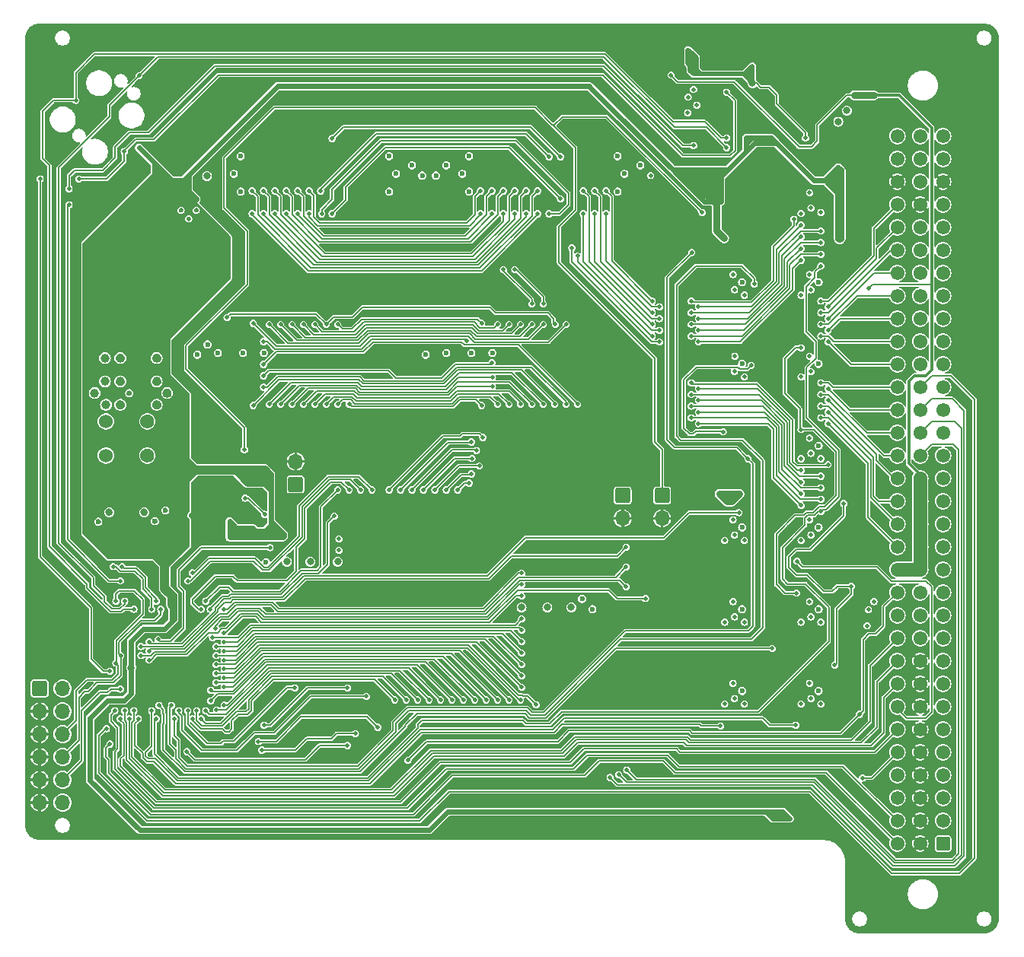
<source format=gbl>
G04 #@! TF.GenerationSoftware,KiCad,Pcbnew,8.0.5*
G04 #@! TF.CreationDate,2024-10-03T07:07:38-04:00*
G04 #@! TF.ProjectId,WarpSE,57617270-5345-42e6-9b69-6361645f7063,1.0*
G04 #@! TF.SameCoordinates,Original*
G04 #@! TF.FileFunction,Copper,L4,Bot*
G04 #@! TF.FilePolarity,Positive*
%FSLAX46Y46*%
G04 Gerber Fmt 4.6, Leading zero omitted, Abs format (unit mm)*
G04 Created by KiCad (PCBNEW 8.0.5) date 2024-10-03 07:07:38*
%MOMM*%
%LPD*%
G01*
G04 APERTURE LIST*
G04 Aperture macros list*
%AMRoundRect*
0 Rectangle with rounded corners*
0 $1 Rounding radius*
0 $2 $3 $4 $5 $6 $7 $8 $9 X,Y pos of 4 corners*
0 Add a 4 corners polygon primitive as box body*
4,1,4,$2,$3,$4,$5,$6,$7,$8,$9,$2,$3,0*
0 Add four circle primitives for the rounded corners*
1,1,$1+$1,$2,$3*
1,1,$1+$1,$4,$5*
1,1,$1+$1,$6,$7*
1,1,$1+$1,$8,$9*
0 Add four rect primitives between the rounded corners*
20,1,$1+$1,$2,$3,$4,$5,0*
20,1,$1+$1,$4,$5,$6,$7,0*
20,1,$1+$1,$6,$7,$8,$9,0*
20,1,$1+$1,$8,$9,$2,$3,0*%
G04 Aperture macros list end*
G04 #@! TA.AperFunction,ComponentPad*
%ADD10RoundRect,0.249999X0.525001X0.525001X-0.525001X0.525001X-0.525001X-0.525001X0.525001X-0.525001X0*%
G04 #@! TD*
G04 #@! TA.AperFunction,ComponentPad*
%ADD11C,1.550000*%
G04 #@! TD*
G04 #@! TA.AperFunction,ComponentPad*
%ADD12RoundRect,0.250000X0.600000X0.600000X-0.600000X0.600000X-0.600000X-0.600000X0.600000X-0.600000X0*%
G04 #@! TD*
G04 #@! TA.AperFunction,ComponentPad*
%ADD13O,1.700000X1.700000*%
G04 #@! TD*
G04 #@! TA.AperFunction,ComponentPad*
%ADD14RoundRect,0.250000X-0.600000X-0.600000X0.600000X-0.600000X0.600000X0.600000X-0.600000X0.600000X0*%
G04 #@! TD*
G04 #@! TA.AperFunction,ViaPad*
%ADD15C,0.500000*%
G04 #@! TD*
G04 #@! TA.AperFunction,ViaPad*
%ADD16C,0.600000*%
G04 #@! TD*
G04 #@! TA.AperFunction,ViaPad*
%ADD17C,0.800000*%
G04 #@! TD*
G04 #@! TA.AperFunction,ViaPad*
%ADD18C,1.524000*%
G04 #@! TD*
G04 #@! TA.AperFunction,ViaPad*
%ADD19C,1.000000*%
G04 #@! TD*
G04 #@! TA.AperFunction,Conductor*
%ADD20C,0.800000*%
G04 #@! TD*
G04 #@! TA.AperFunction,Conductor*
%ADD21C,0.600000*%
G04 #@! TD*
G04 #@! TA.AperFunction,Conductor*
%ADD22C,0.700000*%
G04 #@! TD*
G04 #@! TA.AperFunction,Conductor*
%ADD23C,1.000000*%
G04 #@! TD*
G04 #@! TA.AperFunction,Conductor*
%ADD24C,0.500000*%
G04 #@! TD*
G04 #@! TA.AperFunction,Conductor*
%ADD25C,0.150000*%
G04 #@! TD*
G04 #@! TA.AperFunction,Conductor*
%ADD26C,0.300000*%
G04 #@! TD*
G04 #@! TA.AperFunction,Conductor*
%ADD27C,1.524000*%
G04 #@! TD*
G04 APERTURE END LIST*
D10*
X205740000Y-129540000D03*
D11*
X205740000Y-127000000D03*
X205740000Y-124460000D03*
X205740000Y-121920000D03*
X205740000Y-119380000D03*
X205740000Y-116840000D03*
X205740000Y-114300000D03*
X205740000Y-111760000D03*
X205740000Y-109220000D03*
X205740000Y-106680000D03*
X205740000Y-104140000D03*
X205740000Y-101600000D03*
X205740000Y-99060000D03*
X205740000Y-96520000D03*
X205740000Y-93980000D03*
X205740000Y-91440000D03*
X205740000Y-88900000D03*
X205740000Y-86360000D03*
X205740000Y-83820000D03*
X205740000Y-81280000D03*
X205740000Y-78740000D03*
X205740000Y-76200000D03*
X205740000Y-73660000D03*
X205740000Y-71120000D03*
X205740000Y-68580000D03*
X205740000Y-66040000D03*
X205740000Y-63500000D03*
X205740000Y-60960000D03*
X205740000Y-58420000D03*
X205740000Y-55880000D03*
X205740000Y-53340000D03*
X205740000Y-50800000D03*
X203200000Y-129540000D03*
X203200000Y-127000000D03*
X203200000Y-124460000D03*
X203200000Y-121920000D03*
X203200000Y-119380000D03*
X203200000Y-116840000D03*
X203200000Y-114300000D03*
X203200000Y-111760000D03*
X203200000Y-109220000D03*
X203200000Y-106680000D03*
X203200000Y-104140000D03*
X203200000Y-101600000D03*
X203200000Y-99060000D03*
X203200000Y-96520000D03*
X203200000Y-93980000D03*
X203200000Y-91440000D03*
X203200000Y-88900000D03*
X203200000Y-86360000D03*
X203200000Y-83820000D03*
X203200000Y-81280000D03*
X203200000Y-78740000D03*
X203200000Y-76200000D03*
X203200000Y-73660000D03*
X203200000Y-71120000D03*
X203200000Y-68580000D03*
X203200000Y-66040000D03*
X203200000Y-63500000D03*
X203200000Y-60960000D03*
X203200000Y-58420000D03*
X203200000Y-55880000D03*
X203200000Y-53340000D03*
X203200000Y-50800000D03*
X200660000Y-129540000D03*
X200660000Y-127000000D03*
X200660000Y-124460000D03*
X200660000Y-121920000D03*
X200660000Y-119380000D03*
X200660000Y-116840000D03*
X200660000Y-114300000D03*
X200660000Y-111760000D03*
X200660000Y-109220000D03*
X200660000Y-106680000D03*
X200660000Y-104140000D03*
X200660000Y-101600000D03*
X200660000Y-99060000D03*
X200660000Y-96520000D03*
X200660000Y-93980000D03*
X200660000Y-91440000D03*
X200660000Y-88900000D03*
X200660000Y-86360000D03*
X200660000Y-83820000D03*
X200660000Y-81280000D03*
X200660000Y-78740000D03*
X200660000Y-76200000D03*
X200660000Y-73660000D03*
X200660000Y-71120000D03*
X200660000Y-68580000D03*
X200660000Y-66040000D03*
X200660000Y-63500000D03*
X200660000Y-60960000D03*
X200660000Y-58420000D03*
X200660000Y-55880000D03*
X200660000Y-53340000D03*
X200660000Y-50800000D03*
D12*
X133750000Y-89550000D03*
D13*
X133750000Y-87010000D03*
D14*
X174498000Y-90805000D03*
D13*
X174498000Y-93345000D03*
D14*
X105283000Y-112268000D03*
D13*
X107823000Y-112268000D03*
X105283000Y-114808000D03*
X107823000Y-114808000D03*
X105283000Y-117348000D03*
X107823000Y-117348000D03*
X105283000Y-119888000D03*
X107823000Y-119888000D03*
X105283000Y-122428000D03*
X107823000Y-122428000D03*
X105283000Y-124968000D03*
X107823000Y-124968000D03*
D14*
X170116500Y-90805000D03*
D13*
X170116500Y-93345000D03*
D15*
X167640000Y-71120000D03*
X137160000Y-63246000D03*
X137922000Y-58420000D03*
X165354000Y-108585000D03*
X138430000Y-63246000D03*
X164211000Y-108331000D03*
X161671000Y-108966000D03*
X159258000Y-76009500D03*
X167640000Y-81851500D03*
X141478000Y-66294000D03*
X161671000Y-94996000D03*
X161671000Y-93726000D03*
X168656000Y-81343500D03*
X161671000Y-106426000D03*
X161671000Y-107696000D03*
X161671000Y-105156000D03*
X161671000Y-111506000D03*
X161671000Y-110236000D03*
X161734500Y-112649000D03*
X198374000Y-82994500D03*
X199009000Y-86868000D03*
D16*
X125095000Y-76644500D03*
D15*
X198056500Y-80772000D03*
X197104000Y-74168000D03*
X197400000Y-75700000D03*
D16*
X122809000Y-76644500D03*
D15*
X198850000Y-63900000D03*
X198691500Y-85153500D03*
X197850000Y-78250000D03*
X196786500Y-71882000D03*
X194150000Y-74150000D03*
X195250000Y-70500000D03*
X189700000Y-75300000D03*
X181200000Y-66200000D03*
X189700000Y-66200000D03*
X189700000Y-84400000D03*
X189700000Y-93500000D03*
X189700000Y-102600000D03*
X181200000Y-102600000D03*
X189700000Y-111700000D03*
X181200000Y-111700000D03*
X177750000Y-119850000D03*
D16*
X164465000Y-104775000D03*
D15*
X175550000Y-77600000D03*
X176650000Y-77000000D03*
X176650000Y-67900000D03*
X175550000Y-68500000D03*
X189700000Y-57100000D03*
D16*
X188700000Y-94350000D03*
X188700000Y-76150000D03*
X166751000Y-104775000D03*
X169291000Y-77470000D03*
X166941500Y-77470000D03*
X143891000Y-77470000D03*
X141541500Y-77470000D03*
D15*
X117250000Y-117900000D03*
X181600000Y-75200000D03*
X125250000Y-117900000D03*
D16*
X145542000Y-56515000D03*
X151638000Y-56515000D03*
X169545000Y-59372500D03*
X147828000Y-56515000D03*
X170307000Y-61341000D03*
X169545000Y-63309500D03*
X153035000Y-59372500D03*
X152273000Y-61341000D03*
X153035000Y-63309500D03*
X144145000Y-63309500D03*
X144145000Y-59372500D03*
X144907000Y-61341000D03*
X126873000Y-61341000D03*
X127635000Y-63309500D03*
X127635000Y-59372500D03*
D15*
X181200000Y-77000000D03*
X117250000Y-115650000D03*
X181200000Y-67900000D03*
D16*
X165608000Y-105918000D03*
D15*
X181200000Y-93500000D03*
X177750000Y-101650000D03*
X176650000Y-102250000D03*
X175550000Y-101650000D03*
X110450000Y-112100000D03*
X112700000Y-112100000D03*
X111800000Y-115700000D03*
X112700000Y-108600000D03*
X110450000Y-108600000D03*
X118900000Y-119700000D03*
X119850000Y-119250000D03*
X120250000Y-118200000D03*
X124300000Y-99350000D03*
X112350000Y-117750000D03*
X113150000Y-119650000D03*
X147320000Y-102108000D03*
X144145000Y-89154000D03*
X126350000Y-118650000D03*
X151765000Y-83693000D03*
X152400000Y-102870000D03*
X150495000Y-83693000D03*
X149225000Y-84391500D03*
X147955000Y-85661500D03*
X146685000Y-86931500D03*
X145415000Y-88201500D03*
X145097500Y-77216000D03*
X145669000Y-74231500D03*
X139065000Y-75311000D03*
X163830000Y-68262500D03*
X162560000Y-69405500D03*
X163830000Y-69405500D03*
X165100000Y-69405500D03*
X165100000Y-67627500D03*
D17*
X135382000Y-100711000D03*
X161798000Y-96837500D03*
X161798000Y-98234500D03*
X158877000Y-98234500D03*
X158877000Y-96837500D03*
D15*
X184050000Y-65250000D03*
D17*
X138303000Y-102044500D03*
D15*
X186250000Y-65250000D03*
D17*
X135191500Y-102100000D03*
X138303000Y-100711000D03*
D15*
X185150000Y-65850000D03*
X185150000Y-74950000D03*
X186250000Y-74350000D03*
X184050000Y-83450000D03*
X184050000Y-74350000D03*
X186250000Y-83450000D03*
X185150000Y-84050000D03*
X185150000Y-93150000D03*
X184050000Y-92550000D03*
X186250000Y-92550000D03*
X184050000Y-101650000D03*
X186250000Y-101650000D03*
X185150000Y-102250000D03*
X186250000Y-110750000D03*
X185150000Y-111350000D03*
X184050000Y-110750000D03*
X186250000Y-119850000D03*
X175550000Y-83450000D03*
X177750000Y-83450000D03*
X176650000Y-84050000D03*
X176650000Y-74950000D03*
X175550000Y-74350000D03*
X177750000Y-74350000D03*
X185150000Y-120450000D03*
X184050000Y-119850000D03*
X177750000Y-110750000D03*
X176650000Y-111350000D03*
X175550000Y-110750000D03*
X176650000Y-120450000D03*
X165100000Y-71755000D03*
X139700000Y-71755000D03*
D17*
X123888500Y-56451500D03*
D15*
X116850000Y-99050000D03*
X108350000Y-109200000D03*
X107250000Y-109500000D03*
X106150000Y-109800000D03*
X107250000Y-104550000D03*
X109900000Y-105500000D03*
D17*
X113000000Y-92650000D03*
X116900000Y-92650000D03*
D16*
X111800000Y-93700000D03*
X118100000Y-93650000D03*
D18*
X117250000Y-86350000D03*
X117250000Y-82550000D03*
D15*
X152336500Y-80708500D03*
X153670000Y-102870000D03*
D16*
X173228000Y-56515000D03*
X170942000Y-56515000D03*
D15*
X142557500Y-81597500D03*
D16*
X172085000Y-57658000D03*
D15*
X145415000Y-81407000D03*
X146685000Y-81407000D03*
X152019000Y-74218800D03*
X147955000Y-81407000D03*
X150495000Y-81407000D03*
X151765000Y-82105500D03*
X149225000Y-81407000D03*
X147320000Y-93980000D03*
X146177000Y-102489000D03*
X142367000Y-102489000D03*
X142113000Y-111760000D03*
X162179000Y-72707500D03*
X140779500Y-75438000D03*
X143891000Y-75565000D03*
X139700000Y-88201500D03*
X140950000Y-88200000D03*
X142240000Y-89154000D03*
X145415000Y-116332000D03*
X165862000Y-72517000D03*
X164592000Y-72644000D03*
X163449000Y-72898000D03*
X170815000Y-82105500D03*
X171577000Y-82740500D03*
X172339000Y-83375500D03*
X158940500Y-89408000D03*
X173101000Y-84010500D03*
X162242500Y-92011500D03*
X148590000Y-102108000D03*
X149860000Y-102108000D03*
X151130000Y-102870000D03*
X154813000Y-102489000D03*
X198882000Y-94043500D03*
X108750000Y-107950000D03*
X109450000Y-108900000D03*
X108750000Y-101750000D03*
X109600000Y-100800000D03*
X110450000Y-101750000D03*
X117900000Y-98600000D03*
X118000000Y-100300000D03*
X127550000Y-99450000D03*
X126600000Y-100300000D03*
X128050000Y-114350000D03*
X117550000Y-119600000D03*
X116700000Y-118750000D03*
X125350000Y-119650000D03*
X128900000Y-115400000D03*
X116250000Y-100300000D03*
X116250000Y-102550000D03*
X122750000Y-100300000D03*
X122750000Y-102550000D03*
X128050000Y-105100000D03*
X133604000Y-49149000D03*
X125800000Y-105100000D03*
X144907000Y-102489000D03*
X143637000Y-102489000D03*
X154940000Y-93980000D03*
X144780000Y-93980000D03*
X157480000Y-93980000D03*
X148590000Y-93980000D03*
X146050000Y-93980000D03*
X149860000Y-93980000D03*
X151130000Y-93980000D03*
X143510000Y-93980000D03*
X153670000Y-93980000D03*
X142240000Y-93980000D03*
X152400000Y-93980000D03*
D16*
X130429000Y-99695000D03*
X132715000Y-99568000D03*
D15*
X143764000Y-113284000D03*
X147955000Y-116332000D03*
X146685000Y-116332000D03*
X149225000Y-116332000D03*
X150495000Y-116332000D03*
X151765000Y-116332000D03*
X153035000Y-116332000D03*
X154305000Y-116332000D03*
X155575000Y-116332000D03*
X156845000Y-116332000D03*
X158115000Y-116332000D03*
X112700000Y-115100000D03*
X129100000Y-104740000D03*
D16*
X148209000Y-76454000D03*
X150495000Y-76454000D03*
X123952000Y-77597000D03*
D15*
X132207000Y-64389000D03*
X142557500Y-70675500D03*
X129800000Y-114450000D03*
X126150000Y-116600000D03*
D16*
X149352000Y-56515000D03*
X150495000Y-57658000D03*
X146685000Y-57658000D03*
D15*
X125250000Y-115650000D03*
X194250000Y-116250000D03*
X196050000Y-116250000D03*
X197350000Y-109300000D03*
X199000000Y-110200000D03*
X198700000Y-107900000D03*
X197750000Y-95450000D03*
X198600000Y-119600000D03*
X193500000Y-111400000D03*
X132715000Y-83058000D03*
X133985000Y-83058000D03*
X135255000Y-83058000D03*
X136525000Y-83058000D03*
X131445000Y-83058000D03*
X132207000Y-75819000D03*
X186563000Y-54800500D03*
X183896000Y-54800500D03*
X181800500Y-57340500D03*
X128524000Y-117157500D03*
X108750000Y-98150000D03*
X108750000Y-96750000D03*
X195850000Y-44350000D03*
X211582000Y-41148000D03*
X149733000Y-46228000D03*
X211582000Y-66548000D03*
X208724500Y-127508000D03*
X119253000Y-41148000D03*
X209740500Y-119888000D03*
X139573000Y-96456500D03*
X180550000Y-109450000D03*
X114750000Y-120700000D03*
X134874000Y-114427000D03*
X152971500Y-83439000D03*
X145607640Y-124052140D03*
X139350000Y-120400000D03*
X129150000Y-87050000D03*
X137033000Y-38608000D03*
X203962000Y-38618900D03*
X201930000Y-90650000D03*
X197929500Y-117729000D03*
D16*
X187850000Y-41800000D03*
D15*
X171958000Y-48768000D03*
X148590000Y-52578000D03*
X201930000Y-75410000D03*
X186753500Y-46545500D03*
X127254000Y-67691000D03*
X194119500Y-78232000D03*
X190850000Y-50000000D03*
X109750000Y-110800000D03*
X159893000Y-127762000D03*
X209042000Y-48768000D03*
X174350000Y-74950000D03*
X154550000Y-66300000D03*
X208724500Y-81788000D03*
X104013000Y-56388000D03*
X118450000Y-124400000D03*
X137160000Y-69342000D03*
X181950000Y-43000000D03*
X157353000Y-126746000D03*
X135128000Y-49149000D03*
X195750000Y-86350000D03*
X121793000Y-38608000D03*
X110172500Y-120777000D03*
X195600000Y-60650000D03*
X196150000Y-58750000D03*
D16*
X188650000Y-44449400D03*
D15*
X201930000Y-88110000D03*
X208724500Y-117348000D03*
X158686500Y-77343000D03*
X174550000Y-68650000D03*
X175550000Y-104900000D03*
X127254000Y-66675000D03*
X144500000Y-118650000D03*
X201930000Y-122710000D03*
X126873000Y-38608000D03*
X156654500Y-78676500D03*
X180450000Y-101650000D03*
X177673000Y-128778000D03*
X180250000Y-94350000D03*
X158115000Y-58166000D03*
X132334000Y-78422500D03*
X159766000Y-77025500D03*
X183200000Y-85150000D03*
X164973000Y-127762000D03*
X165675000Y-92850000D03*
X116713000Y-38608000D03*
X197993000Y-121348500D03*
X104013000Y-76708000D03*
X201422000Y-41148000D03*
X201930000Y-59210000D03*
X211582000Y-102108000D03*
X176150000Y-41200000D03*
X201930000Y-70330000D03*
X130850000Y-87050000D03*
X135890000Y-53086000D03*
X178752500Y-94424500D03*
X157226000Y-52578000D03*
X209042000Y-58928000D03*
X132080000Y-49149000D03*
X194150000Y-72850000D03*
X193929000Y-45339000D03*
X201930000Y-60170000D03*
X104013000Y-66548000D03*
X125984000Y-73152000D03*
X172593000Y-126746000D03*
X162560000Y-58610500D03*
X192659000Y-128778000D03*
X157353000Y-48768000D03*
X194050000Y-84750000D03*
X127444500Y-78105000D03*
X104013000Y-86868000D03*
X148150000Y-119050000D03*
X208724500Y-61468000D03*
X169037000Y-70104000D03*
X207708500Y-69088000D03*
X173418500Y-85598000D03*
X122700000Y-59050000D03*
X121000000Y-59050000D03*
X147193000Y-48768000D03*
X114150000Y-119500000D03*
X164973000Y-46228000D03*
X115150000Y-53800000D03*
X183100000Y-88700000D03*
X112522000Y-50038000D03*
X198882000Y-38597100D03*
X201930000Y-105890000D03*
X211582000Y-76708000D03*
X116750000Y-122700000D03*
X192600000Y-102000000D03*
X109092999Y-41148000D03*
X195199000Y-131318000D03*
X137800000Y-120400000D03*
X178054000Y-64770000D03*
X104013000Y-102108000D03*
X175500000Y-114000000D03*
X156400500Y-64516000D03*
X186250000Y-85150000D03*
X176800000Y-63450000D03*
X163893500Y-64135000D03*
X107100000Y-52250000D03*
X116700000Y-127250000D03*
X208724500Y-97028000D03*
X208724500Y-122428000D03*
X211582000Y-51308000D03*
X159385000Y-58166000D03*
X196100000Y-103600000D03*
X147193000Y-128778000D03*
X201930000Y-103350000D03*
X164973000Y-124269500D03*
X175150000Y-47350000D03*
X148400000Y-124050000D03*
X201930000Y-108430000D03*
X142113000Y-48768000D03*
X211582000Y-127508000D03*
X193225600Y-93518959D03*
X176650000Y-113400000D03*
X211582000Y-71628000D03*
X139700000Y-69342000D03*
X104013000Y-46228000D03*
X206502000Y-136652000D03*
X139573000Y-46228000D03*
X134620000Y-69342000D03*
X111633000Y-124269500D03*
X177673000Y-126746000D03*
X146950000Y-118750000D03*
X154813000Y-127762000D03*
X181800000Y-55562500D03*
X209740500Y-79248000D03*
X209740500Y-69088000D03*
X187550000Y-45499400D03*
X192659000Y-126238000D03*
X162433000Y-128778000D03*
X163700000Y-114150000D03*
X201930000Y-89690000D03*
X175750000Y-43000000D03*
X190850000Y-48199400D03*
X129400000Y-90950000D03*
X211582000Y-91948000D03*
X159067500Y-67246500D03*
X201930000Y-93190000D03*
X208153000Y-59944000D03*
X211582000Y-97028000D03*
X127550000Y-83450000D03*
X158750000Y-52578000D03*
X142938500Y-88201500D03*
X131350000Y-112450000D03*
X195135500Y-128841500D03*
X141800000Y-121400000D03*
X188468000Y-49403000D03*
X157226000Y-79692500D03*
X123507500Y-46355000D03*
X149733000Y-125857000D03*
X127050000Y-93150000D03*
X134620000Y-118935500D03*
X135255000Y-58166000D03*
X148590000Y-59944000D03*
X209042000Y-43688000D03*
X140650000Y-120200000D03*
X147193000Y-42481500D03*
X180900000Y-88700000D03*
X128905000Y-58166000D03*
X186690000Y-49657000D03*
X111633000Y-38608000D03*
X185229500Y-127762000D03*
X176150000Y-48200000D03*
X209740500Y-89408000D03*
X132450000Y-92250000D03*
X191950000Y-47199400D03*
X133300000Y-93200000D03*
X196151500Y-123825000D03*
X190182500Y-127762000D03*
X192750000Y-47849400D03*
X130175000Y-58166000D03*
X124500000Y-80400000D03*
X112800000Y-54800000D03*
X211582000Y-122428000D03*
X194250000Y-65900000D03*
X162433000Y-38608000D03*
X201930000Y-113510000D03*
X207708500Y-79248000D03*
X132600000Y-111750000D03*
X159766000Y-64325500D03*
X154305000Y-58166000D03*
X131550000Y-119650000D03*
X165150000Y-121450000D03*
X209740500Y-94488000D03*
X167513000Y-38608000D03*
X191300000Y-126150000D03*
X179250000Y-85950000D03*
X196550000Y-55250000D03*
X177750000Y-95800000D03*
D16*
X188400000Y-39250000D03*
D15*
X147193000Y-43497500D03*
X211582000Y-136652000D03*
X195389500Y-125603000D03*
X157353000Y-128778000D03*
X186050000Y-43000000D03*
X201930000Y-118590000D03*
X208724500Y-66548000D03*
X190400000Y-124250000D03*
D16*
X115250000Y-79400000D03*
D15*
X131953000Y-38608000D03*
X187500000Y-113250000D03*
X193750000Y-46850000D03*
X195600000Y-56100000D03*
X201930000Y-115090000D03*
X172593000Y-38608000D03*
X162433000Y-48768000D03*
X149733000Y-41148000D03*
D19*
X114250000Y-80700000D03*
D15*
X162433000Y-65595500D03*
X122100000Y-93000000D03*
X147000000Y-124050000D03*
X141097000Y-93281500D03*
X170053000Y-124269500D03*
X201930000Y-95730000D03*
X137160000Y-67945000D03*
X192849500Y-123063000D03*
X112400000Y-120350000D03*
X160782000Y-72961500D03*
X201930000Y-100810000D03*
X209042000Y-53848000D03*
X143752501Y-119402501D03*
D16*
X180150000Y-43050000D03*
D15*
X154813000Y-46228000D03*
X201930000Y-65250000D03*
X112200000Y-122700000D03*
X131445000Y-58166000D03*
X104013000Y-91948000D03*
X116050000Y-119700000D03*
X175550000Y-95800000D03*
X194119500Y-79248000D03*
X195150000Y-104450000D03*
X208724500Y-76708000D03*
X180450000Y-110750000D03*
X176150000Y-46500000D03*
X195770500Y-91249500D03*
X172148500Y-64897000D03*
X196150000Y-65000000D03*
X121750000Y-118300000D03*
X155850000Y-66167000D03*
X126873000Y-43497500D03*
X175133000Y-127762000D03*
X201930000Y-112550000D03*
X196342000Y-41126200D03*
X180250000Y-108350000D03*
X187579000Y-48514000D03*
X182753000Y-128778000D03*
X211582000Y-117348000D03*
X177750000Y-104900000D03*
X129413000Y-46228000D03*
D19*
X118300000Y-78100000D03*
D15*
X142113000Y-128778000D03*
X192341500Y-44386500D03*
D16*
X119250000Y-92450000D03*
D15*
X137350500Y-90551000D03*
D19*
X119450000Y-79400000D03*
D15*
X208724500Y-91948000D03*
X182753000Y-126746000D03*
X138430000Y-69342000D03*
X132715000Y-58166000D03*
X122800000Y-95100000D03*
X172593000Y-128778000D03*
X138580000Y-88220000D03*
X166850000Y-67900000D03*
X177750000Y-76350000D03*
X193802000Y-38608000D03*
X197675500Y-131381500D03*
X201930000Y-69370000D03*
X209740500Y-104648000D03*
X118364000Y-50101500D03*
X124968000Y-73533000D03*
X211582000Y-132080000D03*
X159893000Y-124269500D03*
X124460000Y-70485000D03*
X133300000Y-97300000D03*
X174350000Y-84200000D03*
X126100000Y-101500000D03*
X130600000Y-113200000D03*
X137033000Y-48768000D03*
X159893000Y-46228000D03*
X116713000Y-128778000D03*
X201930000Y-92230000D03*
X152273000Y-128778000D03*
X207708500Y-74168000D03*
X156845000Y-58166000D03*
X133350000Y-69342000D03*
X201930000Y-61750000D03*
X123952000Y-72390000D03*
X211582000Y-86868000D03*
D19*
X114250000Y-75500000D03*
D15*
X209042000Y-38608000D03*
X117094000Y-46609000D03*
X129400000Y-92750000D03*
X125850000Y-85700000D03*
X147193000Y-44513500D03*
X137287000Y-57658000D03*
X122409500Y-46082500D03*
X149800000Y-124050000D03*
X132080000Y-69342000D03*
X197350000Y-107050000D03*
X164973000Y-90741500D03*
X167513000Y-126746000D03*
X139954000Y-95377000D03*
X180250000Y-85950000D03*
X144526000Y-67818000D03*
X169418000Y-46228000D03*
X109093000Y-126365000D03*
X197739000Y-139192000D03*
X206502000Y-41148000D03*
X201930000Y-72870000D03*
X188750000Y-112550000D03*
X180250000Y-100050000D03*
X167150000Y-121950000D03*
X164084000Y-52578000D03*
D19*
X118300000Y-80700000D03*
D15*
X201930000Y-57630000D03*
X201930000Y-104930000D03*
X106553000Y-128778000D03*
X143891000Y-70548500D03*
X180250000Y-112550000D03*
X201930000Y-107470000D03*
X209740500Y-99568000D03*
X201930000Y-64290000D03*
X131953000Y-128778000D03*
X175133000Y-124269500D03*
D16*
X178100000Y-39250000D03*
D15*
X180213000Y-127762000D03*
X201930000Y-116050000D03*
X142113000Y-38608000D03*
X195453000Y-76708000D03*
X128400000Y-119700000D03*
X195550000Y-65900000D03*
X107250000Y-106400000D03*
X107886500Y-61087000D03*
X152273000Y-126746000D03*
X208724500Y-71628000D03*
X131572000Y-100774500D03*
X134493000Y-46228000D03*
D19*
X198520000Y-97360000D03*
D15*
X186050000Y-124800000D03*
X211582000Y-46228000D03*
X209740500Y-84328000D03*
X176750000Y-42950000D03*
X160845500Y-66802000D03*
X165671500Y-91440000D03*
X201930000Y-123670000D03*
X209740500Y-64008000D03*
X130810000Y-69342000D03*
X140716000Y-94297500D03*
X209740500Y-124968000D03*
X134112000Y-116713000D03*
X144200000Y-121350000D03*
X123050000Y-118200000D03*
X201930000Y-71910000D03*
X133794500Y-117856000D03*
X137350500Y-91948000D03*
X188550000Y-110500000D03*
X177038000Y-53840000D03*
X189600000Y-99100000D03*
X111633000Y-128778000D03*
X198882000Y-112839500D03*
X199050000Y-95750000D03*
X124750000Y-86700000D03*
X124500000Y-79000000D03*
X108750000Y-99550000D03*
X164084000Y-120015000D03*
D19*
X114250000Y-78100000D03*
D15*
X130000000Y-86100000D03*
X201930000Y-121130000D03*
X201930000Y-62710000D03*
X119300000Y-122700000D03*
X178700000Y-63250000D03*
X177800000Y-114000000D03*
X191700000Y-48900000D03*
X104013000Y-107188000D03*
X155067000Y-70675500D03*
X110150000Y-113450000D03*
X201549000Y-139192000D03*
X174950000Y-96600000D03*
X155575000Y-58166000D03*
X106553000Y-43688000D03*
X158750000Y-69342000D03*
X137033000Y-128778000D03*
X187706000Y-128778000D03*
X160464500Y-52578000D03*
X108900000Y-60050000D03*
X201930000Y-56670000D03*
X132100000Y-102900000D03*
X193802000Y-43688000D03*
X138430000Y-67310000D03*
X109664500Y-48450500D03*
X209740500Y-74168000D03*
X200279000Y-136652000D03*
X133985000Y-58166000D03*
X104013000Y-51308000D03*
X143000000Y-120150000D03*
X209042000Y-134366000D03*
X191262000Y-41137100D03*
X201930000Y-120170000D03*
X140716000Y-112649000D03*
X205232000Y-139192000D03*
X136271000Y-117348000D03*
X152273000Y-38608000D03*
X188722000Y-43370500D03*
X143500000Y-123050000D03*
X193350000Y-90600000D03*
X199300000Y-100850000D03*
X206502000Y-46228000D03*
X175200000Y-42050000D03*
X185166000Y-124269500D03*
X174750000Y-66000000D03*
X135890000Y-69342000D03*
X207708500Y-64008000D03*
X187750000Y-124800000D03*
X209740500Y-130048000D03*
X201930000Y-66830000D03*
X141478000Y-69342000D03*
X172593000Y-121729500D03*
X124333000Y-41148000D03*
X162433000Y-126746000D03*
X162369500Y-90551000D03*
X190850000Y-43699400D03*
X136350000Y-120400000D03*
X199600000Y-105500000D03*
X201930000Y-110970000D03*
X188750000Y-103450000D03*
X211582000Y-81788000D03*
X156210000Y-104711500D03*
X104013000Y-71628000D03*
X195600000Y-54400000D03*
X208724500Y-86868000D03*
X166400000Y-92125000D03*
X201930000Y-117630000D03*
X104013000Y-61468000D03*
X106553000Y-38608000D03*
X195199000Y-136652000D03*
X170053000Y-127762000D03*
X157353000Y-38608000D03*
X178816000Y-53784500D03*
X121793000Y-128778000D03*
X196786500Y-124968000D03*
X188650000Y-79100000D03*
X154813000Y-124269500D03*
X174498000Y-51308000D03*
X201930000Y-110010000D03*
X108966000Y-53911500D03*
X196100000Y-105300000D03*
X211582000Y-107188000D03*
X211582000Y-112268000D03*
X167513000Y-42481500D03*
X135445500Y-92456000D03*
X139700000Y-66675000D03*
X197220000Y-96440000D03*
X112458500Y-56451500D03*
X187050000Y-104900000D03*
X127100000Y-91450000D03*
X195550000Y-59650000D03*
X185850000Y-44800000D03*
X194119500Y-75565000D03*
X122500000Y-94000000D03*
X143319500Y-117538500D03*
X177800000Y-62150000D03*
X198450000Y-104800000D03*
X208724500Y-102108000D03*
X201930000Y-67790000D03*
X186900000Y-43900000D03*
X148750000Y-120900000D03*
X136842500Y-116332000D03*
X124850000Y-90950000D03*
X121793000Y-43688000D03*
X211582000Y-61468000D03*
X201930000Y-97310000D03*
X188050000Y-91150000D03*
X144950000Y-120600000D03*
X178650000Y-61050000D03*
X162400000Y-118700000D03*
X114173000Y-41148000D03*
X105854500Y-63119000D03*
X209740500Y-114808000D03*
X182000000Y-87850000D03*
X211582000Y-56388000D03*
X113950000Y-124500000D03*
X154305000Y-68326000D03*
X208724500Y-112268000D03*
X201930000Y-102390000D03*
X171196000Y-52514500D03*
X191300000Y-124850000D03*
X121850000Y-60000000D03*
X156654500Y-77660500D03*
X180250000Y-103450000D03*
X198050000Y-44350000D03*
X105850000Y-56650000D03*
X126600000Y-98600000D03*
X196800000Y-100000000D03*
X104013000Y-41148000D03*
X195600000Y-62350000D03*
X124850000Y-92750000D03*
D19*
X118300000Y-75500000D03*
D15*
X127900000Y-92250000D03*
X130600000Y-103500000D03*
X126873000Y-128778000D03*
X188650000Y-100150000D03*
X208724500Y-107188000D03*
X189357000Y-50228500D03*
X189300000Y-109750000D03*
X201930000Y-94770000D03*
X114173000Y-126809500D03*
X197739000Y-133858000D03*
X142600000Y-118250000D03*
X176100000Y-84950000D03*
X104013000Y-81788000D03*
X147193000Y-38608000D03*
X188468000Y-56451500D03*
X137160000Y-53086000D03*
X163766500Y-90551000D03*
X104013000Y-97028000D03*
X106870500Y-62103000D03*
X167513000Y-128778000D03*
X201930000Y-74450000D03*
X186750000Y-47700000D03*
X170053000Y-41148000D03*
X196950000Y-43500000D03*
X179150000Y-65850000D03*
X109474000Y-120078500D03*
X199326499Y-90233500D03*
X125285500Y-52959000D03*
X209042000Y-139192000D03*
X209740500Y-109728000D03*
X207645000Y-132080000D03*
X180213000Y-124269500D03*
X193350000Y-86100000D03*
X138303000Y-52641500D03*
X141850000Y-119000000D03*
X191050000Y-104300000D03*
D16*
X127635000Y-56959500D03*
X144145000Y-56959500D03*
X144907000Y-54991000D03*
X144145000Y-53022500D03*
X169545000Y-53022500D03*
X127635000Y-53022500D03*
D15*
X138557000Y-95631000D03*
D16*
X153035000Y-56959500D03*
D15*
X173228000Y-55181500D03*
D16*
X170307000Y-54991000D03*
X169545000Y-56959500D03*
D15*
X138557000Y-96901000D03*
D16*
X172085000Y-54038500D03*
X153035000Y-53022500D03*
X126873000Y-54991000D03*
X152273000Y-54991000D03*
D19*
X112650000Y-80700000D03*
D16*
X125095000Y-74930000D03*
D18*
X112650000Y-86350000D03*
D16*
X130238500Y-74930000D03*
X127889000Y-74930000D03*
D17*
X123888500Y-55245000D03*
D18*
X112650000Y-82550000D03*
D16*
X150495000Y-74930000D03*
D19*
X111400000Y-79400000D03*
D16*
X122809000Y-75120500D03*
X123952000Y-73977500D03*
D17*
X132778500Y-98171000D03*
X164401500Y-103251000D03*
D16*
X146685000Y-54038500D03*
D17*
X158877000Y-103251000D03*
X161734500Y-103251000D03*
D16*
X150495000Y-54038500D03*
D17*
X138430000Y-98171000D03*
X135382000Y-98171000D03*
D16*
X130429000Y-98234500D03*
X148209000Y-75120500D03*
D15*
X182600000Y-75300000D03*
D16*
X147828000Y-55181500D03*
X149352000Y-55181500D03*
X153289000Y-74930000D03*
X155638500Y-74930000D03*
D15*
X190900000Y-84400000D03*
X182400000Y-66200000D03*
X190900000Y-75300000D03*
X190900000Y-66200000D03*
X190900000Y-57100000D03*
X189950000Y-68500000D03*
X183650000Y-68500000D03*
D16*
X166751000Y-103441500D03*
X165608000Y-102298500D03*
D15*
X182550000Y-95200000D03*
X183650000Y-95800000D03*
X182400000Y-93500000D03*
D16*
X183400000Y-94350000D03*
D15*
X181450000Y-95800000D03*
X190900000Y-93500000D03*
X182550000Y-113400000D03*
X191050000Y-77000000D03*
X183650000Y-77600000D03*
X189950000Y-104900000D03*
X192150000Y-104900000D03*
X189950000Y-114000000D03*
X189950000Y-59400000D03*
X191050000Y-58800000D03*
X191050000Y-67900000D03*
X189950000Y-77600000D03*
X191050000Y-86100000D03*
X189950000Y-86700000D03*
X191050000Y-95200000D03*
X189950000Y-95800000D03*
X192150000Y-86700000D03*
X192150000Y-59300000D03*
X182550000Y-67900000D03*
X181450000Y-114000000D03*
X192150000Y-114000000D03*
X181450000Y-104900000D03*
X183650000Y-104900000D03*
X182550000Y-77000000D03*
X183650000Y-114000000D03*
X182550000Y-104300000D03*
X191050000Y-113400000D03*
D16*
X191900000Y-67050000D03*
X183400000Y-67050000D03*
X191900000Y-76150000D03*
X183400000Y-76150000D03*
X191900000Y-94350000D03*
X191900000Y-85250000D03*
X191900000Y-112550000D03*
X183400000Y-112550000D03*
X191900000Y-103450000D03*
X183400000Y-103450000D03*
D15*
X182400000Y-111700000D03*
X190900000Y-111700000D03*
X182400000Y-102600000D03*
X190900000Y-102600000D03*
X197450000Y-103500000D03*
D19*
X112550000Y-75500000D03*
D17*
X194100000Y-49200000D03*
D15*
X177350000Y-48200000D03*
X183100000Y-90600000D03*
X178000000Y-45600000D03*
X177400000Y-46450000D03*
X180900000Y-90600000D03*
D19*
X112550000Y-78100000D03*
D15*
X197300000Y-105300000D03*
X182000000Y-91450000D03*
D17*
X195050000Y-47950000D03*
D15*
X178350000Y-47350000D03*
X198050000Y-102600000D03*
X180276500Y-55499000D03*
X180467000Y-57340500D03*
D19*
X112475000Y-73500000D03*
X120450000Y-94950000D03*
X116450000Y-94950000D03*
D15*
X183832500Y-50990500D03*
D19*
X122450000Y-63500000D03*
X118450000Y-69500000D03*
X118450000Y-71500000D03*
D17*
X115450000Y-109950000D03*
D19*
X122450000Y-65500000D03*
D15*
X110700000Y-90950000D03*
X127050000Y-94550000D03*
D19*
X120450000Y-86950000D03*
X120450000Y-82950000D03*
D15*
X194250000Y-62350000D03*
D19*
X116450000Y-67500000D03*
D15*
X186626500Y-50990500D03*
D18*
X114950000Y-82550000D03*
D19*
X120450000Y-80950000D03*
D15*
X188700000Y-126750000D03*
X194100000Y-54350000D03*
D19*
X118450000Y-61500000D03*
X120000000Y-102950000D03*
D15*
X131100000Y-95450000D03*
X131000000Y-93650000D03*
D19*
X116450000Y-71500000D03*
D15*
X126400000Y-95450000D03*
D19*
X120450000Y-67500000D03*
X116450000Y-96950000D03*
X112400000Y-69500000D03*
X112400000Y-71500000D03*
D15*
X121850000Y-56900000D03*
D19*
X120450000Y-92950000D03*
X116600000Y-80700000D03*
X120450000Y-63500000D03*
D15*
X130850000Y-88250000D03*
X181400000Y-62150000D03*
D19*
X116450000Y-63500000D03*
D15*
X179451000Y-56451500D03*
D19*
X120450000Y-61500000D03*
D15*
X122700000Y-57850000D03*
D19*
X119200000Y-98350000D03*
X122450000Y-67500000D03*
X118450000Y-96950000D03*
D15*
X194400000Y-60650000D03*
X131600000Y-94550000D03*
D19*
X114400000Y-67500000D03*
D15*
X116332000Y-52070000D03*
D19*
X114450000Y-96950000D03*
D15*
X129150000Y-88400000D03*
D19*
X120450000Y-88950000D03*
X116525000Y-73500000D03*
X118450000Y-63500000D03*
X116450000Y-69500000D03*
X118450000Y-94950000D03*
D15*
X178879500Y-54800500D03*
D19*
X116450000Y-65500000D03*
X114400000Y-65500000D03*
X114450000Y-94950000D03*
X114400000Y-71500000D03*
D15*
X128400000Y-89400000D03*
X128750000Y-94400000D03*
D19*
X112450000Y-94950000D03*
X116600000Y-78100000D03*
D15*
X132450000Y-95350000D03*
X121000000Y-57850000D03*
X194250000Y-56100000D03*
D19*
X116600000Y-75500000D03*
X124450000Y-65500000D03*
X114400000Y-69500000D03*
D15*
X127900000Y-95350000D03*
X186050000Y-126000000D03*
D19*
X120450000Y-90950000D03*
X114325000Y-73500000D03*
D15*
X180550000Y-61000000D03*
D19*
X120450000Y-96950000D03*
D15*
X181673500Y-54546500D03*
D19*
X120450000Y-84950000D03*
X120450000Y-69500000D03*
D15*
X126400000Y-93650000D03*
D19*
X118375000Y-73500000D03*
X120450000Y-65500000D03*
X112400000Y-67500000D03*
D15*
X119200000Y-90950000D03*
X187750000Y-126150000D03*
D19*
X118450000Y-67500000D03*
X118450000Y-65500000D03*
D15*
X180550000Y-59300000D03*
X193700000Y-109650000D03*
X194700000Y-91700000D03*
X177600000Y-42950000D03*
D17*
X184550000Y-44900000D03*
D15*
X178300000Y-42050000D03*
X195550000Y-100900000D03*
X190450000Y-51000000D03*
X178000000Y-43900000D03*
X177350000Y-41200000D03*
X184550000Y-43000000D03*
X120750000Y-114750000D03*
X141605000Y-113157000D03*
X146240500Y-120269000D03*
X196450000Y-115150000D03*
X115750000Y-114750000D03*
X115250000Y-115650000D03*
X114750000Y-114750000D03*
X117450000Y-107100000D03*
X189500000Y-98100000D03*
X183050000Y-92700000D03*
X114250000Y-115650000D03*
X113650000Y-114750000D03*
X113100000Y-118450000D03*
X112700000Y-116750000D03*
X121650000Y-119300000D03*
X139509500Y-118618000D03*
X168719500Y-122174000D03*
X169672000Y-121856500D03*
X170561000Y-121348500D03*
X129984500Y-119126000D03*
X140400000Y-117300000D03*
X192950000Y-82800000D03*
X192150000Y-82150000D03*
X192950000Y-81500000D03*
X192150000Y-80850000D03*
X192950000Y-80200000D03*
X192150000Y-79550000D03*
X192950000Y-78900000D03*
X192150000Y-78250000D03*
X192950000Y-73700000D03*
X192150000Y-73050000D03*
X192950000Y-72400000D03*
X192150000Y-71750000D03*
X192950000Y-71100000D03*
X192150000Y-70450000D03*
X192950000Y-69800000D03*
X192150000Y-69150000D03*
X114750000Y-102550000D03*
X116332000Y-44069000D03*
X181673500Y-52070000D03*
X114250000Y-100300000D03*
X108550000Y-56650000D03*
X108550000Y-58450000D03*
X178000000Y-51850000D03*
X115750000Y-103450000D03*
X109300000Y-46800000D03*
X181673500Y-50990500D03*
X113100000Y-110350000D03*
X114681000Y-52514500D03*
X109650000Y-55550000D03*
X105334000Y-55550000D03*
X181673500Y-45910500D03*
X121750000Y-114750000D03*
X133650000Y-112200000D03*
X139509500Y-112204500D03*
X130238500Y-116350000D03*
X184050000Y-86700000D03*
X120250000Y-115650000D03*
X177800000Y-63750000D03*
X184750000Y-67250000D03*
X119950000Y-114150000D03*
X118550000Y-114150000D03*
X186750000Y-107823000D03*
X192150000Y-65250000D03*
X192150000Y-92550000D03*
X118250000Y-115650000D03*
X189950000Y-74350000D03*
X189950000Y-83450000D03*
X189450000Y-101650000D03*
X189350000Y-116350000D03*
X117750000Y-114750000D03*
X184400000Y-76300000D03*
X181000000Y-116450000D03*
X116250000Y-115650000D03*
X181300000Y-83700000D03*
X137160000Y-80645000D03*
X124950000Y-114650000D03*
X149860000Y-113538000D03*
X157480000Y-80645000D03*
X125800000Y-114100000D03*
X138430000Y-80645000D03*
X151130000Y-113538000D03*
X156210000Y-80645000D03*
X154432000Y-80772000D03*
X152400000Y-113538000D03*
X124300000Y-113650000D03*
X139700000Y-80645000D03*
X124300000Y-112450000D03*
X163830000Y-71755000D03*
X153670000Y-113538000D03*
X129032000Y-71628000D03*
X130175000Y-77470000D03*
X154559000Y-84328000D03*
X155575000Y-76009500D03*
X154940000Y-113538000D03*
X144145000Y-90170000D03*
X125800000Y-112100000D03*
X163195000Y-53086000D03*
X137795000Y-51054000D03*
X136525000Y-56896000D03*
X161925000Y-53086000D03*
X135255000Y-56896000D03*
X154305000Y-56896000D03*
X161290000Y-71755000D03*
X130810000Y-71755000D03*
X158115000Y-65659000D03*
X161290000Y-69469000D03*
X130810000Y-80645000D03*
X153289000Y-84836000D03*
X161290000Y-80645000D03*
X145415000Y-90170000D03*
X156210000Y-113538000D03*
X124900000Y-111600000D03*
X154305000Y-59436000D03*
X135255000Y-59436000D03*
X155575000Y-56896000D03*
X133985000Y-56896000D03*
X155575000Y-59436000D03*
X133985000Y-59436000D03*
X160020000Y-71755000D03*
X132080000Y-71755000D03*
X160020000Y-69469000D03*
X156845000Y-65659000D03*
X132715000Y-56896000D03*
X156845000Y-56896000D03*
X156845000Y-59436000D03*
X132715000Y-59436000D03*
X158115000Y-56896000D03*
X131445000Y-56896000D03*
X129032000Y-80772000D03*
X153860500Y-85788500D03*
X162560000Y-80645000D03*
X125800000Y-111100000D03*
X146685000Y-90170000D03*
X157480000Y-113538000D03*
X131445000Y-59436000D03*
X158115000Y-59436000D03*
X159385000Y-56896000D03*
X130175000Y-56896000D03*
X130175000Y-59436000D03*
X159385000Y-59436000D03*
X160655000Y-56896000D03*
X128905000Y-56896000D03*
X117750000Y-103450000D03*
X113450000Y-98700000D03*
X128905000Y-59436000D03*
X118250000Y-102550000D03*
X114450000Y-98700000D03*
X160655000Y-59436000D03*
X124900000Y-110600000D03*
X147955000Y-90170000D03*
X138430000Y-71755000D03*
X153352500Y-86670000D03*
X154432000Y-71628000D03*
X158750000Y-113538000D03*
X161925000Y-59436000D03*
X136652000Y-59436000D03*
X137795000Y-59436000D03*
X163195000Y-57785000D03*
X137160000Y-71755000D03*
X162623500Y-71755000D03*
X126111000Y-70993000D03*
X152749250Y-73564750D03*
X130175000Y-73660000D03*
X140970000Y-90170000D03*
X121750000Y-100300000D03*
X122250000Y-99400000D03*
X142240000Y-90170000D03*
X123250000Y-103450000D03*
X139700000Y-90170000D03*
X135890000Y-71755000D03*
X125800000Y-110100000D03*
X149225000Y-90170000D03*
X160496250Y-114077750D03*
X154178000Y-87503000D03*
X156210000Y-71755000D03*
X124250000Y-103450000D03*
X138049000Y-93091000D03*
X124900000Y-109600000D03*
X158877000Y-112141000D03*
X153289000Y-88392000D03*
X150495000Y-90170000D03*
X163830000Y-80645000D03*
X130175000Y-78740000D03*
X125800000Y-109100000D03*
X158877000Y-110871000D03*
X153035000Y-89408000D03*
X151765000Y-90170000D03*
X165100000Y-80645000D03*
X130175000Y-76200000D03*
X134620000Y-71755000D03*
X124900000Y-108600000D03*
X158877000Y-109601000D03*
X157480000Y-71755000D03*
X125800000Y-108100000D03*
X158877000Y-108331000D03*
X158750000Y-71755000D03*
X133350000Y-71755000D03*
X158877000Y-107061000D03*
X124900000Y-107600000D03*
X158877000Y-105791000D03*
X125800000Y-107100000D03*
X158877000Y-104521000D03*
X124500000Y-106600000D03*
X158877000Y-101981000D03*
X125800000Y-106100000D03*
X124850000Y-105550000D03*
X158877000Y-100711000D03*
X158877000Y-99441000D03*
X125800000Y-103500000D03*
X129603500Y-118173500D03*
X196786500Y-122237500D03*
X142875000Y-116586000D03*
X189950000Y-88000000D03*
X178550000Y-78900000D03*
X192950000Y-87350000D03*
X177750000Y-78250000D03*
X192150000Y-88650000D03*
X177750000Y-79550000D03*
X192150000Y-89950000D03*
X177750000Y-80850000D03*
X192150000Y-91200000D03*
X177750000Y-82150000D03*
X189950000Y-90600000D03*
X178550000Y-81500000D03*
X189950000Y-89300000D03*
X178550000Y-80200000D03*
X189950000Y-60700000D03*
X178550000Y-69800000D03*
X168275000Y-59436000D03*
X174200000Y-69800000D03*
X189150000Y-60050000D03*
X177750000Y-69150000D03*
X168275000Y-56896000D03*
X173400000Y-69150000D03*
X192150000Y-61350000D03*
X177750000Y-70450000D03*
X167005000Y-56896000D03*
X173400000Y-70450000D03*
X192150000Y-62650000D03*
X177750000Y-71750000D03*
X165735000Y-56896000D03*
X173400000Y-71750000D03*
X192150000Y-63950000D03*
X177750000Y-73050000D03*
X173400000Y-73050000D03*
X165100000Y-64135000D03*
X164465000Y-63246000D03*
X189950000Y-64600000D03*
X178550000Y-73700000D03*
X174200000Y-73700000D03*
X189950000Y-63300000D03*
X178550000Y-72400000D03*
X165735000Y-59436000D03*
X174200000Y-72400000D03*
X189950000Y-62000000D03*
X178550000Y-71100000D03*
X167005000Y-59436000D03*
X174200000Y-71100000D03*
X144780000Y-113538000D03*
X122250000Y-115650000D03*
X132080000Y-80645000D03*
X155638500Y-77660500D03*
X146050000Y-113538000D03*
X122750000Y-114750000D03*
X133350000Y-80645000D03*
X160020000Y-80645000D03*
X155638500Y-78676500D03*
X134620000Y-80645000D03*
X147320000Y-113538000D03*
X123250000Y-115650000D03*
X114250000Y-112350000D03*
X148590000Y-113538000D03*
X123750000Y-114750000D03*
X135890000Y-80645000D03*
X158750000Y-80645000D03*
X128150000Y-91100000D03*
X130300000Y-92900000D03*
X189950000Y-91900000D03*
X178550000Y-82800000D03*
X130900000Y-96600000D03*
X118450000Y-106800000D03*
X170500000Y-96550000D03*
X116550000Y-107600000D03*
X170500000Y-98750000D03*
X117450000Y-108100000D03*
X128050000Y-85700000D03*
X178950000Y-59300000D03*
X198050000Y-46250000D03*
X175500000Y-44000000D03*
X197500000Y-67700000D03*
X195850000Y-46250000D03*
X123750000Y-102550000D03*
X138430000Y-90170000D03*
X118750000Y-103450000D03*
X114300000Y-108600000D03*
X170500000Y-100950000D03*
X116550000Y-108600000D03*
X172650000Y-102250000D03*
X117450000Y-109100000D03*
X113750000Y-109450000D03*
X113750000Y-102550000D03*
D20*
X181750000Y-91450000D02*
X182000000Y-91450000D01*
X183100000Y-90600000D02*
X182250000Y-91450000D01*
X180900000Y-90600000D02*
X183100000Y-90600000D01*
X182250000Y-91450000D02*
X182000000Y-91450000D01*
X182000000Y-91450000D02*
X182000000Y-90600000D01*
X180900000Y-90600000D02*
X181750000Y-91450000D01*
D21*
X131600000Y-94550000D02*
X131600000Y-94750000D01*
X126400000Y-93650000D02*
X126975000Y-94225000D01*
D22*
X192700000Y-55750000D02*
X193225000Y-56275000D01*
D21*
X180450000Y-54800500D02*
X181419500Y-54800500D01*
X120225000Y-104575000D02*
X120225000Y-101875000D01*
X128750000Y-94400000D02*
X128950000Y-94400000D01*
X126400000Y-94550000D02*
X127050000Y-94550000D01*
X179900000Y-56860500D02*
X179880000Y-56880500D01*
D23*
X120450000Y-96950000D02*
X119200000Y-98200000D01*
D21*
X179900000Y-54800500D02*
X179900000Y-56860500D01*
X128850000Y-87800000D02*
X130400000Y-87800000D01*
D20*
X180550000Y-59300000D02*
X180550000Y-58450000D01*
D21*
X130800000Y-88300000D02*
X130850000Y-88250000D01*
D22*
X193450000Y-55000000D02*
X194100000Y-54350000D01*
D21*
X121000000Y-57850000D02*
X120000000Y-57850000D01*
X183832500Y-50990500D02*
X184531000Y-50990500D01*
X131600000Y-94750000D02*
X131950000Y-95100000D01*
X179451000Y-56451500D02*
X179880000Y-56880500D01*
X181050000Y-56757500D02*
X180530500Y-57277000D01*
D24*
X180467000Y-57340500D02*
X180467000Y-57467500D01*
D21*
X121475000Y-55750000D02*
X120000000Y-57225000D01*
X120000000Y-58900000D02*
X120000000Y-61050000D01*
X131000000Y-95000000D02*
X131000000Y-95450000D01*
X131000000Y-89450000D02*
X131000000Y-88400000D01*
X166408000Y-45250000D02*
X166408000Y-45258000D01*
X176518500Y-54546500D02*
X180022500Y-58050500D01*
D25*
X180724750Y-58275250D02*
X180724750Y-57725250D01*
D21*
X121494000Y-55744000D02*
X121500000Y-55750000D01*
X128575000Y-88300000D02*
X130800000Y-88300000D01*
D20*
X128400000Y-89400000D02*
X128050000Y-89050000D01*
D21*
X121850000Y-56000000D02*
X121850000Y-55150000D01*
X131000000Y-90200000D02*
X130000000Y-89200000D01*
X179880000Y-56880500D02*
X180340000Y-57340500D01*
X116416000Y-128016000D02*
X148634000Y-128016000D01*
D23*
X120450000Y-88950000D02*
X120450000Y-96950000D01*
D20*
X180550000Y-61300000D02*
X181400000Y-62150000D01*
D21*
X126975000Y-94225000D02*
X127300000Y-94550000D01*
X178879500Y-55880000D02*
X179451000Y-56451500D01*
D23*
X130300000Y-87950000D02*
X130800000Y-88450000D01*
D21*
X177554000Y-54546500D02*
X177550000Y-54550500D01*
X180848000Y-55499000D02*
X183832500Y-52514500D01*
D22*
X193225000Y-56275000D02*
X194400000Y-57450000D01*
D21*
X120000000Y-104800000D02*
X119150000Y-105650000D01*
D22*
X192700000Y-55750000D02*
X193450000Y-55000000D01*
D23*
X121550000Y-88950000D02*
X122550000Y-87950000D01*
D22*
X193225000Y-56275000D02*
X193225000Y-56050000D01*
D21*
X192700000Y-55750000D02*
X191386000Y-55750000D01*
X120000000Y-55750000D02*
X120006000Y-55744000D01*
X121850000Y-56100000D02*
X121850000Y-56000000D01*
X178215500Y-54546500D02*
X178879500Y-55210500D01*
X186050000Y-126000000D02*
X187600000Y-126000000D01*
X180784500Y-58050500D02*
X180022500Y-58050500D01*
X129550000Y-95000000D02*
X126850000Y-95000000D01*
X177150000Y-54546500D02*
X176450000Y-54546500D01*
X130850000Y-88800000D02*
X130850000Y-88250000D01*
X150650000Y-126000000D02*
X186050000Y-126000000D01*
D20*
X180550000Y-61000000D02*
X180550000Y-59300000D01*
D21*
X181673500Y-54546500D02*
X181050000Y-55170000D01*
X128575000Y-88850000D02*
X130600000Y-88850000D01*
X131000000Y-95000000D02*
X130100000Y-95000000D01*
D23*
X120000000Y-101950000D02*
X120000000Y-102950000D01*
D21*
X178879500Y-54800500D02*
X179400000Y-54800500D01*
X178879500Y-54800500D02*
X178879500Y-55210500D01*
D23*
X120450000Y-88950000D02*
X121550000Y-88950000D01*
D21*
X127150000Y-94400000D02*
X126975000Y-94225000D01*
D23*
X119200000Y-98200000D02*
X119200000Y-101150000D01*
D21*
X120000000Y-57000000D02*
X120000000Y-57225000D01*
X116332000Y-52070000D02*
X118056000Y-53794000D01*
X179451000Y-56451500D02*
X177550000Y-54550500D01*
X186800000Y-126750000D02*
X188350000Y-126750000D01*
X120000000Y-61050000D02*
X120450000Y-61500000D01*
X180467000Y-54817500D02*
X180450000Y-54800500D01*
X121850000Y-56900000D02*
X121150000Y-56900000D01*
X179400000Y-56400500D02*
X179451000Y-56451500D01*
X176450000Y-54546500D02*
X175704500Y-54546500D01*
D23*
X120450000Y-86950000D02*
X121550000Y-86950000D01*
D21*
X128950000Y-94400000D02*
X129300000Y-94750000D01*
D22*
X193650000Y-55200000D02*
X193650000Y-56100000D01*
D21*
X120006000Y-55744000D02*
X121494000Y-55744000D01*
X183832500Y-51689000D02*
X184531000Y-50990500D01*
D22*
X194400000Y-62200000D02*
X194400000Y-60650000D01*
D20*
X128400000Y-89400000D02*
X130250000Y-89400000D01*
D21*
X175696500Y-54546500D02*
X169800000Y-48650000D01*
D22*
X194250000Y-62350000D02*
X194400000Y-62200000D01*
X194400000Y-57450000D02*
X194400000Y-54650000D01*
D21*
X126400000Y-94550000D02*
X126400000Y-95450000D01*
X118050000Y-53800000D02*
X118050000Y-55050000D01*
X188350000Y-126750000D02*
X187750000Y-126150000D01*
X126400000Y-95450000D02*
X131100000Y-95450000D01*
D24*
X180724750Y-57725250D02*
X181050000Y-58050500D01*
D21*
X110900000Y-115550000D02*
X110900000Y-122500000D01*
X127050000Y-94550000D02*
X127300000Y-94550000D01*
D23*
X120450000Y-87950000D02*
X122550000Y-87950000D01*
D22*
X194100000Y-62200000D02*
X194250000Y-62350000D01*
D21*
X131000000Y-95450000D02*
X131600000Y-94850000D01*
D24*
X181050000Y-57950000D02*
X181050000Y-57650000D01*
D21*
X128600000Y-94550000D02*
X128750000Y-94400000D01*
X121000000Y-57850000D02*
X120000000Y-58850000D01*
X132450000Y-95100000D02*
X131000000Y-93650000D01*
X128750000Y-94400000D02*
X127150000Y-94400000D01*
X180467000Y-57340500D02*
X180467000Y-54817500D01*
X110900000Y-122500000D02*
X116416000Y-128016000D01*
X148634000Y-128016000D02*
X150650000Y-126000000D01*
X120000000Y-57850000D02*
X120000000Y-57225000D01*
X181050000Y-56757500D02*
X181050000Y-58050500D01*
X187198000Y-51562000D02*
X186626500Y-50990500D01*
X121500000Y-55750000D02*
X121475000Y-55750000D01*
X118056000Y-53794000D02*
X118050000Y-53800000D01*
X178150000Y-54546500D02*
X177554000Y-54546500D01*
X187950000Y-126000000D02*
X187600000Y-126000000D01*
D25*
X179900000Y-57800000D02*
X179900000Y-57400000D01*
D21*
X178150000Y-54546500D02*
X178215500Y-54546500D01*
X179850000Y-54546500D02*
X177150000Y-54546500D01*
X126400000Y-95450000D02*
X126850000Y-95000000D01*
X121150000Y-56888000D02*
X121150000Y-56900000D01*
X120000000Y-57850000D02*
X120000000Y-58900000D01*
D23*
X122550000Y-87950000D02*
X128050000Y-87950000D01*
D21*
X181050000Y-56360500D02*
X181050000Y-56757500D01*
X116800000Y-105650000D02*
X115450000Y-107000000D01*
X115450000Y-107000000D02*
X115450000Y-112850000D01*
X186457250Y-126407250D02*
X186800000Y-126750000D01*
X131000000Y-88400000D02*
X130850000Y-88250000D01*
X128575000Y-89225000D02*
X128400000Y-89400000D01*
X191386000Y-55750000D02*
X187198000Y-51562000D01*
X180550000Y-58450000D02*
X181050000Y-57950000D01*
X181050000Y-55170000D02*
X181050000Y-56360500D01*
X130400000Y-87800000D02*
X130850000Y-88250000D01*
D23*
X120450000Y-87950000D02*
X120450000Y-88950000D01*
D21*
X187198000Y-51562000D02*
X184785000Y-51562000D01*
X132350000Y-95450000D02*
X132450000Y-95350000D01*
D23*
X119200000Y-101150000D02*
X120000000Y-101950000D01*
X128050000Y-87950000D02*
X130300000Y-87950000D01*
D21*
X112850000Y-113600000D02*
X110900000Y-115550000D01*
X128575000Y-88300000D02*
X128575000Y-88850000D01*
X130700000Y-88950000D02*
X130850000Y-88800000D01*
D23*
X120450000Y-86950000D02*
X120450000Y-87950000D01*
D21*
X180550000Y-58450000D02*
X179900000Y-57800000D01*
X131000000Y-93650000D02*
X131000000Y-90200000D01*
D22*
X193450000Y-55000000D02*
X193650000Y-55200000D01*
D21*
X121000000Y-57850000D02*
X122700000Y-57850000D01*
D22*
X193225000Y-55725000D02*
X193400000Y-55550000D01*
D20*
X128400000Y-89400000D02*
X127000000Y-88000000D01*
D21*
X188700000Y-126750000D02*
X188350000Y-126750000D01*
X130350000Y-94750000D02*
X130100000Y-95000000D01*
X180276500Y-55499000D02*
X180848000Y-55499000D01*
X126850000Y-95000000D02*
X127300000Y-94550000D01*
D20*
X180550000Y-61000000D02*
X180550000Y-61300000D01*
D21*
X184785000Y-51562000D02*
X185356500Y-50990500D01*
X183832500Y-50990500D02*
X183832500Y-51689000D01*
X166408000Y-45258000D02*
X169800000Y-48650000D01*
X121850000Y-56900000D02*
X121850000Y-56000000D01*
X175704500Y-54546500D02*
X175696500Y-54546500D01*
X185356500Y-50990500D02*
X186626500Y-50990500D01*
X115450000Y-112850000D02*
X114700000Y-113600000D01*
D22*
X194400000Y-54650000D02*
X194100000Y-54350000D01*
D21*
X122700000Y-57750000D02*
X121850000Y-56900000D01*
X120000000Y-58850000D02*
X120000000Y-58900000D01*
X166408000Y-45250000D02*
X131750000Y-45250000D01*
D24*
X130000000Y-89200000D02*
X130250000Y-89450000D01*
D21*
X178879500Y-55210500D02*
X178879500Y-55880000D01*
X128575000Y-88850000D02*
X128575000Y-89225000D01*
X121000000Y-57850000D02*
X121000000Y-57750000D01*
X129300000Y-94750000D02*
X130350000Y-94750000D01*
X131600000Y-94850000D02*
X131600000Y-94550000D01*
X131750000Y-45250000D02*
X121850000Y-55150000D01*
X181419500Y-54800500D02*
X181673500Y-54546500D01*
X175704500Y-54546500D02*
X176518500Y-54546500D01*
X177150000Y-54546500D02*
X177150000Y-54650000D01*
X178150000Y-54546500D02*
X181673500Y-54546500D01*
X131000000Y-93650000D02*
X131600000Y-94250000D01*
X121000000Y-57750000D02*
X121850000Y-56900000D01*
X184531000Y-50990500D02*
X186626500Y-50990500D01*
X130250000Y-89400000D02*
X130700000Y-88950000D01*
X181050000Y-56757500D02*
X180467000Y-57340500D01*
X121500000Y-55750000D02*
X121850000Y-56100000D01*
X180340000Y-57340500D02*
X180467000Y-57340500D01*
D23*
X121550000Y-86950000D02*
X122550000Y-87950000D01*
D21*
X183832500Y-52514500D02*
X184785000Y-51562000D01*
X120006000Y-55744000D02*
X121150000Y-56888000D01*
X131000000Y-94100000D02*
X130350000Y-94750000D01*
X179900000Y-57400000D02*
X177150000Y-54650000D01*
X131600000Y-94250000D02*
X131600000Y-94550000D01*
D24*
X130250000Y-89450000D02*
X131000000Y-89450000D01*
D21*
X121850000Y-55150000D02*
X120000000Y-57000000D01*
X132450000Y-95350000D02*
X132450000Y-95100000D01*
D22*
X194400000Y-60650000D02*
X194400000Y-57450000D01*
D21*
X127050000Y-94550000D02*
X128600000Y-94550000D01*
X131000000Y-93650000D02*
X131000000Y-94100000D01*
D20*
X128050000Y-89050000D02*
X128050000Y-87950000D01*
D21*
X179400000Y-54800500D02*
X179900000Y-54800500D01*
X177550000Y-54550500D02*
X177550000Y-54546500D01*
X120000000Y-57850000D02*
X120100000Y-57850000D01*
X179900000Y-54800500D02*
X180450000Y-54800500D01*
X179200500Y-58050500D02*
X175696500Y-54546500D01*
X129300000Y-94750000D02*
X129550000Y-95000000D01*
X121850000Y-56900000D02*
X121850000Y-57500000D01*
X180550500Y-58050500D02*
X179900000Y-57400000D01*
X120100000Y-57850000D02*
X121850000Y-56100000D01*
X180784500Y-58050500D02*
X180550500Y-58050500D01*
X118056000Y-53794000D02*
X120006000Y-55744000D01*
X120000000Y-57000000D02*
X120000000Y-55750000D01*
X186457250Y-126407250D02*
X187430750Y-126407250D01*
X131000000Y-90200000D02*
X131000000Y-89450000D01*
X120000000Y-102950000D02*
X120000000Y-104800000D01*
X181050000Y-56360500D02*
X180900000Y-56510500D01*
X187600000Y-126000000D02*
X187750000Y-126150000D01*
X188700000Y-126750000D02*
X187950000Y-126000000D01*
X179400000Y-54800500D02*
X179400000Y-56400500D01*
X126400000Y-93650000D02*
X126400000Y-94550000D01*
X183832500Y-51689000D02*
X183832500Y-52514500D01*
X114700000Y-113600000D02*
X112850000Y-113600000D01*
X122700000Y-57850000D02*
X122700000Y-57750000D01*
X120225000Y-101875000D02*
X119200000Y-100850000D01*
X131000000Y-94100000D02*
X131000000Y-95000000D01*
X130600000Y-88850000D02*
X130700000Y-88950000D01*
D23*
X129150000Y-88400000D02*
X128750000Y-88000000D01*
D21*
X181050000Y-58050500D02*
X180784500Y-58050500D01*
X180022500Y-58050500D02*
X179200500Y-58050500D01*
X131000000Y-95450000D02*
X132350000Y-95450000D01*
X186050000Y-126000000D02*
X186457250Y-126407250D01*
X120000000Y-104800000D02*
X120225000Y-104575000D01*
D22*
X194100000Y-54350000D02*
X194100000Y-62200000D01*
D24*
X180467000Y-57467500D02*
X180724750Y-57725250D01*
D21*
X130100000Y-95000000D02*
X129550000Y-95000000D01*
X119150000Y-105650000D02*
X116800000Y-105650000D01*
D24*
X178800000Y-43900000D02*
X178000000Y-43900000D01*
X184175000Y-44525000D02*
X184550000Y-44900000D01*
X178300000Y-42250000D02*
X177600000Y-42950000D01*
X184175000Y-43375000D02*
X184550000Y-43000000D01*
D25*
X193900000Y-103400000D02*
X193900000Y-109450000D01*
X194000000Y-100900000D02*
X195550000Y-100900000D01*
D24*
X184175000Y-43375000D02*
X184175000Y-44525000D01*
D25*
X189450000Y-99650000D02*
X190650000Y-99650000D01*
X193900000Y-109450000D02*
X193700000Y-109650000D01*
X188600000Y-97600000D02*
X188600000Y-98800000D01*
D24*
X183550000Y-43900000D02*
X183650000Y-43900000D01*
D25*
X186400000Y-45350000D02*
X185450000Y-45350000D01*
D24*
X178300000Y-42050000D02*
X178300000Y-42250000D01*
D25*
X190450000Y-50400000D02*
X187250000Y-47200000D01*
X190650000Y-99650000D02*
X192450000Y-101450000D01*
X194700000Y-93050000D02*
X190950000Y-96800000D01*
X185000000Y-44900000D02*
X184550000Y-44900000D01*
D24*
X183550000Y-43900000D02*
X184550000Y-43900000D01*
X178000000Y-42350000D02*
X178300000Y-42050000D01*
D25*
X195550000Y-101750000D02*
X193900000Y-103400000D01*
D24*
X177600000Y-42950000D02*
X177825000Y-42725000D01*
X177350000Y-41200000D02*
X177350000Y-42700000D01*
X184550000Y-44900000D02*
X184550000Y-43000000D01*
X177825000Y-42725000D02*
X177825000Y-41575000D01*
X183650000Y-43900000D02*
X184175000Y-43375000D01*
X177825000Y-41575000D02*
X178300000Y-42050000D01*
D25*
X190950000Y-96800000D02*
X189400000Y-96800000D01*
D24*
X177350000Y-42700000D02*
X177600000Y-42950000D01*
D25*
X194700000Y-91700000D02*
X194700000Y-93050000D01*
X187250000Y-47200000D02*
X187250000Y-46200000D01*
X187250000Y-46200000D02*
X186400000Y-45350000D01*
D24*
X184550000Y-44900000D02*
X183550000Y-43900000D01*
X183550000Y-43900000D02*
X178800000Y-43900000D01*
D25*
X193450000Y-101450000D02*
X194000000Y-100900000D01*
X185450000Y-45350000D02*
X185000000Y-44900000D01*
D24*
X178300000Y-42050000D02*
X178300000Y-43400000D01*
X177600000Y-43500000D02*
X178000000Y-43900000D01*
D25*
X188600000Y-98800000D02*
X189450000Y-99650000D01*
D24*
X177350000Y-41200000D02*
X177450000Y-41200000D01*
X177600000Y-42950000D02*
X177600000Y-43500000D01*
D25*
X190450000Y-51000000D02*
X190450000Y-50400000D01*
X189400000Y-96800000D02*
X188600000Y-97600000D01*
D24*
X177450000Y-41200000D02*
X177825000Y-41575000D01*
X178300000Y-43400000D02*
X178800000Y-43900000D01*
X178000000Y-43900000D02*
X178000000Y-42350000D01*
D25*
X192450000Y-101450000D02*
X193450000Y-101450000D01*
X195550000Y-100900000D02*
X195550000Y-101750000D01*
X123300000Y-119150000D02*
X121100000Y-116950000D01*
X121100000Y-115350000D02*
X120750000Y-115000000D01*
X196850000Y-106850000D02*
X196850000Y-114750000D01*
X121100000Y-116950000D02*
X121100000Y-115350000D01*
X148309500Y-118200000D02*
X146240500Y-120269000D01*
X120750000Y-115000000D02*
X120750000Y-114750000D01*
X177546000Y-116967000D02*
X164133000Y-116967000D01*
X196450000Y-115150000D02*
X194350000Y-117250000D01*
X197500000Y-106200000D02*
X196850000Y-106850000D01*
X131381500Y-117221000D02*
X129159000Y-117221000D01*
X127230000Y-119150000D02*
X123300000Y-119150000D01*
X141605000Y-113157000D02*
X135445500Y-113157000D01*
X135445500Y-113157000D02*
X131381500Y-117221000D01*
X177829000Y-117250000D02*
X177546000Y-116967000D01*
X200660000Y-101600000D02*
X199100000Y-103160000D01*
X196850000Y-114750000D02*
X196450000Y-115150000D01*
X129159000Y-117221000D02*
X127230000Y-119150000D01*
X198200000Y-106200000D02*
X197500000Y-106200000D01*
X164133000Y-116967000D02*
X162900000Y-118200000D01*
X162900000Y-118200000D02*
X148309500Y-118200000D01*
X199100000Y-105300000D02*
X198200000Y-106200000D01*
X199100000Y-103160000D02*
X199100000Y-105300000D01*
X194350000Y-117250000D02*
X177829000Y-117250000D01*
X144399000Y-123571000D02*
X148780500Y-119189500D01*
X197612000Y-109728000D02*
X200660000Y-106680000D01*
X164834500Y-117665500D02*
X177292000Y-117665500D01*
X115750000Y-115850000D02*
X115550000Y-116050000D01*
X115550000Y-119900000D02*
X119221000Y-123571000D01*
X197612000Y-115951000D02*
X197612000Y-109728000D01*
X177626500Y-118000000D02*
X195563000Y-118000000D01*
X119221000Y-123571000D02*
X144399000Y-123571000D01*
X115750000Y-114750000D02*
X115750000Y-115850000D01*
X177292000Y-117665500D02*
X177626500Y-118000000D01*
X148780500Y-119189500D02*
X163310500Y-119189500D01*
X115550000Y-116050000D02*
X115550000Y-119900000D01*
X195563000Y-118000000D02*
X197612000Y-115951000D01*
X163310500Y-119189500D02*
X164834500Y-117665500D01*
X148971000Y-119507000D02*
X144589500Y-123888500D01*
X200660000Y-109220000D02*
X198374000Y-111506000D01*
X198374000Y-111506000D02*
X198374000Y-116586000D01*
X164967000Y-117983000D02*
X163443000Y-119507000D01*
X177482000Y-118300000D02*
X177165000Y-117983000D01*
X163443000Y-119507000D02*
X148971000Y-119507000D01*
X177165000Y-117983000D02*
X164967000Y-117983000D01*
X115250000Y-120050000D02*
X115250000Y-115650000D01*
X119088500Y-123888500D02*
X115250000Y-120050000D01*
X144589500Y-123888500D02*
X119088500Y-123888500D01*
X198374000Y-116586000D02*
X196660000Y-118300000D01*
X196660000Y-118300000D02*
X177482000Y-118300000D01*
X163575500Y-119824500D02*
X165099500Y-118300500D01*
X177210500Y-118600000D02*
X197757000Y-118600000D01*
X199136000Y-117221000D02*
X199136000Y-113284000D01*
X165099500Y-118300500D02*
X176911000Y-118300500D01*
X118956000Y-124206000D02*
X144716500Y-124206000D01*
X199136000Y-113284000D02*
X200660000Y-111760000D01*
X114750000Y-115850000D02*
X114950000Y-116050000D01*
X114950000Y-116050000D02*
X114950000Y-120200000D01*
X114750000Y-114750000D02*
X114750000Y-115850000D01*
X197757000Y-118600000D02*
X199136000Y-117221000D01*
X176911000Y-118300500D02*
X177210500Y-118600000D01*
X149098000Y-119824500D02*
X163575500Y-119824500D01*
X114950000Y-120200000D02*
X118956000Y-124206000D01*
X144716500Y-124206000D02*
X149098000Y-119824500D01*
X124800000Y-103600000D02*
X121100000Y-107300000D01*
X201676000Y-115570000D02*
X200660000Y-114554000D01*
X159325500Y-95500000D02*
X155075500Y-99750000D01*
X134662500Y-99750000D02*
X132312500Y-102100000D01*
X126650000Y-102100000D02*
X126450000Y-102300000D01*
X155075500Y-99750000D02*
X134662500Y-99750000D01*
X121100000Y-107300000D02*
X117650000Y-107300000D01*
X198400000Y-98750000D02*
X199980000Y-100330000D01*
X189500000Y-98100000D02*
X190150000Y-98750000D01*
X199980000Y-100330000D02*
X203835000Y-100330000D01*
X124800000Y-103275000D02*
X124800000Y-103600000D01*
X183050000Y-92700000D02*
X177500000Y-92700000D01*
X125775000Y-102300000D02*
X124800000Y-103275000D01*
X132312500Y-102100000D02*
X126650000Y-102100000D01*
X200660000Y-114554000D02*
X200660000Y-114300000D01*
X117650000Y-107300000D02*
X117450000Y-107100000D01*
X126450000Y-102300000D02*
X125775000Y-102300000D01*
X204470000Y-100965000D02*
X204470000Y-114935000D01*
X204470000Y-114935000D02*
X203835000Y-115570000D01*
X203835000Y-115570000D02*
X201676000Y-115570000D01*
X177500000Y-92700000D02*
X174700000Y-95500000D01*
X203835000Y-100330000D02*
X204470000Y-100965000D01*
X174700000Y-95500000D02*
X159325500Y-95500000D01*
X190150000Y-98750000D02*
X198400000Y-98750000D01*
X114250000Y-120100000D02*
X114650000Y-119700000D01*
X118254500Y-124904500D02*
X114250000Y-120900000D01*
X149827000Y-120523000D02*
X145445500Y-124904500D01*
X114650000Y-119700000D02*
X114650000Y-116200000D01*
X198150000Y-119350000D02*
X176500000Y-119350000D01*
X114250000Y-115800000D02*
X114250000Y-115650000D01*
X114250000Y-120900000D02*
X114250000Y-120100000D01*
X176500000Y-119350000D02*
X176149000Y-118999000D01*
X114650000Y-116200000D02*
X114250000Y-115800000D01*
X164274500Y-120523000D02*
X149827000Y-120523000D01*
X165798500Y-118999000D02*
X164274500Y-120523000D01*
X145445500Y-124904500D02*
X118254500Y-124904500D01*
X200660000Y-116840000D02*
X198150000Y-119350000D01*
X176149000Y-118999000D02*
X165798500Y-118999000D01*
X166179500Y-119697500D02*
X175133000Y-119697500D01*
X150528500Y-121221500D02*
X164655500Y-121221500D01*
X113650000Y-121250000D02*
X118003000Y-125603000D01*
X175133000Y-119697500D02*
X176385500Y-120950000D01*
X113950000Y-119000000D02*
X113650000Y-119300000D01*
X113650000Y-119300000D02*
X113650000Y-121250000D01*
X118003000Y-125603000D02*
X146147000Y-125603000D01*
X113650000Y-114750000D02*
X113200000Y-115200000D01*
X113200000Y-115200000D02*
X113200000Y-115900000D01*
X146147000Y-125603000D02*
X150528500Y-121221500D01*
X113200000Y-115900000D02*
X113950000Y-116650000D01*
X194610000Y-120950000D02*
X200660000Y-127000000D01*
X113950000Y-116650000D02*
X113950000Y-119000000D01*
X164655500Y-121221500D02*
X166179500Y-119697500D01*
X176385500Y-120950000D02*
X194610000Y-120950000D01*
X174625000Y-120332500D02*
X167517500Y-120332500D01*
X112950000Y-120200000D02*
X112650000Y-119900000D01*
X200660000Y-129540000D02*
X192770000Y-121650000D01*
X112650000Y-119900000D02*
X112650000Y-118900000D01*
X112650000Y-118900000D02*
X113100000Y-118450000D01*
X175942500Y-121650000D02*
X174625000Y-120332500D01*
X151200000Y-121950000D02*
X146848500Y-126301500D01*
X112950000Y-121650000D02*
X112950000Y-120200000D01*
X192770000Y-121650000D02*
X175942500Y-121650000D01*
X167517500Y-120332500D02*
X165900000Y-121950000D01*
X146848500Y-126301500D02*
X117601500Y-126301500D01*
X117601500Y-126301500D02*
X112950000Y-121650000D01*
X165900000Y-121950000D02*
X151200000Y-121950000D01*
X147550000Y-127000000D02*
X150800000Y-123750000D01*
X200042000Y-132842000D02*
X207581500Y-132842000D01*
X150800000Y-123750000D02*
X190950000Y-123750000D01*
X209232500Y-131191000D02*
X209232500Y-80073500D01*
X206629000Y-77470000D02*
X204470000Y-77470000D01*
X111850000Y-121650000D02*
X117200000Y-127000000D01*
X112700000Y-116750000D02*
X112600000Y-116750000D01*
X111850000Y-117500000D02*
X111850000Y-121650000D01*
X190950000Y-123750000D02*
X200042000Y-132842000D01*
X117200000Y-127000000D02*
X147550000Y-127000000D01*
X209232500Y-80073500D02*
X206629000Y-77470000D01*
X204470000Y-77470000D02*
X203200000Y-78740000D01*
X207581500Y-132842000D02*
X209232500Y-131191000D01*
X112600000Y-116750000D02*
X111850000Y-117500000D01*
X207010000Y-132016500D02*
X208089500Y-130937000D01*
X136398000Y-118618000D02*
X134810500Y-120205500D01*
X122555500Y-120205500D02*
X121650000Y-119300000D01*
X204470000Y-80010000D02*
X203200000Y-81280000D01*
X139509500Y-118618000D02*
X136398000Y-118618000D01*
X200216500Y-132016500D02*
X207010000Y-132016500D01*
X169545500Y-123000000D02*
X191200000Y-123000000D01*
X134810500Y-120205500D02*
X122555500Y-120205500D01*
X168719500Y-122174000D02*
X169545500Y-123000000D01*
X208089500Y-130937000D02*
X208089500Y-81343500D01*
X191200000Y-123000000D02*
X200216500Y-132016500D01*
X208089500Y-81343500D02*
X206756000Y-80010000D01*
X206756000Y-80010000D02*
X204470000Y-80010000D01*
X169672000Y-121856500D02*
X170515500Y-122700000D01*
X170515500Y-122700000D02*
X191350000Y-122700000D01*
X207772000Y-130810000D02*
X207772000Y-83312000D01*
X204470000Y-82550000D02*
X203200000Y-83820000D01*
X207010000Y-82550000D02*
X204470000Y-82550000D01*
X207772000Y-83312000D02*
X207010000Y-82550000D01*
X191350000Y-122700000D02*
X200349000Y-131699000D01*
X206883000Y-131699000D02*
X207772000Y-130810000D01*
X200349000Y-131699000D02*
X206883000Y-131699000D01*
X191488000Y-122400000D02*
X200469500Y-131381500D01*
X200469500Y-131381500D02*
X206756000Y-131381500D01*
X206756000Y-131381500D02*
X207454500Y-130683000D01*
X207454500Y-130683000D02*
X207454500Y-85661500D01*
X204470000Y-85090000D02*
X203200000Y-86360000D01*
X206883000Y-85090000D02*
X204470000Y-85090000D01*
X171612500Y-122400000D02*
X191488000Y-122400000D01*
X207454500Y-85661500D02*
X206883000Y-85090000D01*
X170561000Y-121348500D02*
X171612500Y-122400000D01*
X140400000Y-117300000D02*
X138287500Y-117300000D01*
X137731500Y-117856000D02*
X135001000Y-117856000D01*
X135001000Y-117856000D02*
X133731000Y-119126000D01*
X138287500Y-117300000D02*
X137731500Y-117856000D01*
X133731000Y-119126000D02*
X129984500Y-119126000D01*
X193000000Y-82800000D02*
X192950000Y-82800000D01*
X197400000Y-87200000D02*
X193000000Y-82800000D01*
X197400000Y-93260000D02*
X197400000Y-87200000D01*
X200660000Y-96520000D02*
X197400000Y-93260000D01*
X197700000Y-86850000D02*
X197700000Y-91020000D01*
X192150000Y-82150000D02*
X193000000Y-82150000D01*
X193000000Y-82150000D02*
X197700000Y-86850000D01*
X197700000Y-91020000D02*
X200660000Y-93980000D01*
X193000000Y-81500000D02*
X198000000Y-86500000D01*
X198000000Y-90875500D02*
X198564500Y-91440000D01*
X198000000Y-86500000D02*
X198000000Y-90875500D01*
X198564500Y-91440000D02*
X200660000Y-91440000D01*
X192950000Y-81500000D02*
X193000000Y-81500000D01*
X200342500Y-88900000D02*
X200660000Y-88900000D01*
X198350000Y-86200000D02*
X198350000Y-86907500D01*
X198350000Y-86907500D02*
X200342500Y-88900000D01*
X193000000Y-80850000D02*
X198350000Y-86200000D01*
X192150000Y-80850000D02*
X193000000Y-80850000D01*
X193000000Y-80200000D02*
X199160000Y-86360000D01*
X199160000Y-86360000D02*
X200660000Y-86360000D01*
X192950000Y-80200000D02*
X193000000Y-80200000D01*
X192150000Y-79550000D02*
X193000000Y-79550000D01*
X197270000Y-83820000D02*
X200660000Y-83820000D01*
X193000000Y-79550000D02*
X197270000Y-83820000D01*
X193000000Y-78900000D02*
X195380000Y-81280000D01*
X195380000Y-81280000D02*
X200660000Y-81280000D01*
X192950000Y-78900000D02*
X193000000Y-78900000D01*
X193490000Y-78740000D02*
X200660000Y-78740000D01*
X193000000Y-78250000D02*
X193490000Y-78740000D01*
X192150000Y-78250000D02*
X193000000Y-78250000D01*
X193000000Y-73700000D02*
X195500000Y-76200000D01*
X192950000Y-73700000D02*
X193000000Y-73700000D01*
X195500000Y-76200000D02*
X200660000Y-76200000D01*
X193000000Y-73050000D02*
X192150000Y-73050000D01*
X193610000Y-73660000D02*
X193000000Y-73050000D01*
X200660000Y-73660000D02*
X193610000Y-73660000D01*
X194230000Y-71120000D02*
X192950000Y-72400000D01*
X200660000Y-71120000D02*
X194230000Y-71120000D01*
X196170000Y-68580000D02*
X200660000Y-68580000D01*
X193000000Y-71750000D02*
X196170000Y-68580000D01*
X192150000Y-71750000D02*
X193000000Y-71750000D01*
X193000000Y-71100000D02*
X192950000Y-71100000D01*
X198060000Y-66040000D02*
X193000000Y-71100000D01*
X200660000Y-66040000D02*
X198060000Y-66040000D01*
X193000000Y-70450000D02*
X199950000Y-63500000D01*
X199950000Y-63500000D02*
X200660000Y-63500000D01*
X192150000Y-70450000D02*
X193000000Y-70450000D01*
X193000000Y-69800000D02*
X192950000Y-69800000D01*
X198350000Y-64450000D02*
X193000000Y-69800000D01*
X198350000Y-63270000D02*
X198350000Y-64450000D01*
X200660000Y-60960000D02*
X198350000Y-63270000D01*
X193000000Y-69150000D02*
X192150000Y-69150000D01*
X198050000Y-64100000D02*
X193000000Y-69150000D01*
X198050000Y-61030000D02*
X198050000Y-64100000D01*
X200660000Y-58420000D02*
X198050000Y-61030000D01*
X113030000Y-47371000D02*
X113030000Y-48641000D01*
X179403500Y-49800000D02*
X175850000Y-49800000D01*
X168023500Y-41973500D02*
X118427500Y-41973500D01*
X118427500Y-41973500D02*
X116332000Y-44069000D01*
X111250000Y-100800000D02*
X112500000Y-102050000D01*
X175850000Y-49800000D02*
X168023500Y-41973500D01*
X112500000Y-102050000D02*
X112500000Y-102600000D01*
X114200000Y-103400000D02*
X114750000Y-102850000D01*
X111250000Y-99950000D02*
X111250000Y-100800000D01*
X107378500Y-96078500D02*
X111250000Y-99950000D01*
X107378500Y-54292500D02*
X107378500Y-96078500D01*
X113030000Y-48641000D02*
X107378500Y-54292500D01*
X112500000Y-102600000D02*
X113300000Y-103400000D01*
X113300000Y-103400000D02*
X114200000Y-103400000D01*
X114750000Y-102850000D02*
X114750000Y-102550000D01*
X181673500Y-52070000D02*
X179403500Y-49800000D01*
X116332000Y-44069000D02*
X113030000Y-47371000D01*
X115252500Y-50419000D02*
X113665000Y-52006500D01*
X176850000Y-51850000D02*
X167989500Y-42989500D01*
X112278000Y-54600000D02*
X109150000Y-54600000D01*
X113000000Y-100300000D02*
X114250000Y-100300000D01*
X113665000Y-52006500D02*
X113665000Y-53213000D01*
X108400000Y-58600000D02*
X108400000Y-95700000D01*
X109150000Y-54600000D02*
X108550000Y-55200000D01*
X108400000Y-95700000D02*
X113000000Y-100300000D01*
X167989500Y-42989500D02*
X124777500Y-42989500D01*
X178000000Y-51850000D02*
X176850000Y-51850000D01*
X124777500Y-42989500D02*
X117348000Y-50419000D01*
X113665000Y-53213000D02*
X112278000Y-54600000D01*
X117348000Y-50419000D02*
X115252500Y-50419000D01*
X108550000Y-55200000D02*
X108550000Y-56650000D01*
X108550000Y-58450000D02*
X108400000Y-58600000D01*
X114350000Y-103700000D02*
X114600000Y-103450000D01*
X106800000Y-46800000D02*
X105600500Y-47999500D01*
X168156000Y-41656000D02*
X175700000Y-49200000D01*
X106362500Y-96462500D02*
X110550000Y-100650000D01*
X109300000Y-46800000D02*
X109300000Y-43735000D01*
X113150000Y-103700000D02*
X114350000Y-103700000D01*
X105600500Y-53299500D02*
X106362500Y-54061500D01*
X109300000Y-46800000D02*
X106800000Y-46800000D01*
X114600000Y-103450000D02*
X115750000Y-103450000D01*
X110550000Y-100650000D02*
X110550000Y-101100000D01*
X105600500Y-47999500D02*
X105600500Y-53299500D01*
X179248000Y-49200000D02*
X181038500Y-50990500D01*
X111379000Y-41656000D02*
X168156000Y-41656000D01*
X106362500Y-54061500D02*
X106362500Y-96462500D01*
X181038500Y-50990500D02*
X181673500Y-50990500D01*
X110550000Y-101100000D02*
X113150000Y-103700000D01*
X109300000Y-43735000D02*
X111379000Y-41656000D01*
X175700000Y-49200000D02*
X179248000Y-49200000D01*
X167905500Y-44005500D02*
X125158500Y-44005500D01*
X113100000Y-110350000D02*
X112350000Y-110350000D01*
X182626000Y-52387500D02*
X182054500Y-52959000D01*
X112350000Y-110350000D02*
X111000000Y-109000000D01*
X109650000Y-55550000D02*
X112750000Y-55550000D01*
X111000000Y-109000000D02*
X111000000Y-103300000D01*
X115951000Y-51181000D02*
X114681000Y-52451000D01*
X105334000Y-97634000D02*
X105334000Y-55550000D01*
X182054500Y-52959000D02*
X176859000Y-52959000D01*
X125158500Y-44005500D02*
X117983000Y-51181000D01*
X114681000Y-52451000D02*
X114681000Y-52514500D01*
X114681000Y-53619000D02*
X114681000Y-52514500D01*
X176859000Y-52959000D02*
X167905500Y-44005500D01*
X117983000Y-51181000D02*
X115951000Y-51181000D01*
X111000000Y-103300000D02*
X105334000Y-97634000D01*
X112750000Y-55550000D02*
X114681000Y-53619000D01*
X181673500Y-45910500D02*
X182626000Y-46863000D01*
X182626000Y-46863000D02*
X182626000Y-52387500D01*
X132783000Y-112200000D02*
X126833000Y-118150000D01*
X125700000Y-118150000D02*
X125450000Y-118400000D01*
X126833000Y-118150000D02*
X125700000Y-118150000D01*
X125450000Y-118400000D02*
X123924500Y-118400000D01*
X133650000Y-112200000D02*
X132783000Y-112200000D01*
X123924500Y-118400000D02*
X121750000Y-116225500D01*
X121750000Y-116225500D02*
X121750000Y-114750000D01*
X130933750Y-116350000D02*
X135079250Y-112204500D01*
X130238500Y-116350000D02*
X130933750Y-116350000D01*
X135079250Y-112204500D02*
X139509500Y-112204500D01*
X120750000Y-119950000D02*
X120750000Y-118000000D01*
X184600000Y-87250000D02*
X184600000Y-105341000D01*
X140652500Y-120904000D02*
X121704000Y-120904000D01*
X184600000Y-105341000D02*
X184086500Y-105854500D01*
X175900000Y-85450000D02*
X182800000Y-85450000D01*
X161315000Y-114935000D02*
X160020000Y-114935000D01*
X175050000Y-84600000D02*
X175900000Y-85450000D01*
X144589500Y-116967000D02*
X140652500Y-120904000D01*
X121704000Y-120904000D02*
X120750000Y-119950000D01*
X120250000Y-117500000D02*
X120250000Y-115650000D01*
X175050000Y-66500000D02*
X175050000Y-84600000D01*
X146177000Y-114427000D02*
X144589500Y-116014500D01*
X184050000Y-86700000D02*
X184600000Y-87250000D01*
X144589500Y-116014500D02*
X144589500Y-116967000D01*
X159512000Y-114427000D02*
X146177000Y-114427000D01*
X160020000Y-114935000D02*
X159512000Y-114427000D01*
X177800000Y-63750000D02*
X175050000Y-66500000D01*
X120750000Y-118000000D02*
X120250000Y-117500000D01*
X184086500Y-105854500D02*
X170395500Y-105854500D01*
X170395500Y-105854500D02*
X161315000Y-114935000D01*
X182800000Y-85450000D02*
X184050000Y-86700000D01*
X119950000Y-114150000D02*
X119750000Y-114350000D01*
X169893000Y-106807000D02*
X184404000Y-106807000D01*
X178250000Y-65250000D02*
X183350000Y-65250000D01*
X144907000Y-117094000D02*
X144907000Y-116141500D01*
X161460000Y-115240000D02*
X169893000Y-106807000D01*
X120450000Y-120100000D02*
X121571500Y-121221500D01*
X159385000Y-114744500D02*
X159880500Y-115240000D01*
X183350000Y-65250000D02*
X184750000Y-66650000D01*
X183450000Y-84650000D02*
X176550000Y-84650000D01*
X185700000Y-86900000D02*
X183450000Y-84650000D01*
X120450000Y-119150000D02*
X120450000Y-120100000D01*
X184750000Y-66650000D02*
X184750000Y-67250000D01*
X121571500Y-121221500D02*
X140779500Y-121221500D01*
X119750000Y-114350000D02*
X119750000Y-118450000D01*
X140779500Y-121221500D02*
X144907000Y-117094000D01*
X159880500Y-115240000D02*
X161460000Y-115240000D01*
X176100000Y-67400000D02*
X178250000Y-65250000D01*
X184404000Y-106807000D02*
X185700000Y-105511000D01*
X176100000Y-84200000D02*
X176100000Y-67400000D01*
X144907000Y-116141500D02*
X146304000Y-114744500D01*
X176550000Y-84650000D02*
X176100000Y-84200000D01*
X119750000Y-118450000D02*
X120450000Y-119150000D01*
X146304000Y-114744500D02*
X159385000Y-114744500D01*
X185700000Y-105511000D02*
X185700000Y-86900000D01*
X119000000Y-114600000D02*
X118550000Y-114150000D01*
X186750000Y-107823000D02*
X169327000Y-107823000D01*
X119075000Y-116175000D02*
X119075000Y-115125000D01*
X121439000Y-121539000D02*
X119000000Y-119100000D01*
X159736000Y-115540000D02*
X159258000Y-115062000D01*
X119000000Y-115050000D02*
X119000000Y-114600000D01*
X161610000Y-115540000D02*
X159736000Y-115540000D01*
X159258000Y-115062000D02*
X147238000Y-115062000D01*
X145923000Y-116377000D02*
X145923000Y-116522500D01*
X147238000Y-115062000D02*
X145923000Y-116377000D01*
X140906500Y-121539000D02*
X121439000Y-121539000D01*
X169327000Y-107823000D02*
X161610000Y-115540000D01*
X119000000Y-116250000D02*
X119075000Y-116175000D01*
X119075000Y-115125000D02*
X119000000Y-115050000D01*
X119000000Y-119100000D02*
X119000000Y-116250000D01*
X145923000Y-116522500D02*
X140906500Y-121539000D01*
X120713500Y-122237500D02*
X118050000Y-119574000D01*
X191425000Y-93000000D02*
X190700000Y-93000000D01*
X163322000Y-114871500D02*
X162003500Y-116190000D01*
X191500000Y-66550000D02*
X190500000Y-67550000D01*
X141732000Y-122237500D02*
X120713500Y-122237500D01*
X190450000Y-100650000D02*
X193050000Y-103250000D01*
X190500000Y-67550000D02*
X190500000Y-72550000D01*
X192150000Y-65250000D02*
X191500000Y-65900000D01*
X147764500Y-115824000D02*
X147320000Y-116268500D01*
X162003500Y-116190000D02*
X159370000Y-116190000D01*
X190500000Y-72550000D02*
X191600000Y-73650000D01*
X187900000Y-96600000D02*
X187900000Y-100100000D01*
X194150000Y-90950000D02*
X192750000Y-92350000D01*
X118050000Y-119574000D02*
X118050000Y-115850000D01*
X190400000Y-93300000D02*
X190400000Y-94100000D01*
X192350000Y-92350000D02*
X192150000Y-92550000D01*
X194150000Y-85750000D02*
X194150000Y-90950000D01*
X191600000Y-75500000D02*
X190550000Y-76550000D01*
X193050000Y-103250000D02*
X193050000Y-107000000D01*
X191875000Y-92550000D02*
X191425000Y-93000000D01*
X147320000Y-116268500D02*
X147320000Y-116649500D01*
X147320000Y-116649500D02*
X141732000Y-122237500D01*
X190550000Y-76550000D02*
X190550000Y-82150000D01*
X192750000Y-92350000D02*
X192350000Y-92350000D01*
X190700000Y-93000000D02*
X190400000Y-93300000D01*
X118050000Y-115850000D02*
X118250000Y-115650000D01*
X191500000Y-65900000D02*
X191500000Y-66550000D01*
X191600000Y-73650000D02*
X191600000Y-75500000D01*
X185178500Y-114871500D02*
X163322000Y-114871500D01*
X190550000Y-82150000D02*
X194150000Y-85750000D01*
X159370000Y-116190000D02*
X159004000Y-115824000D01*
X193050000Y-107000000D02*
X185178500Y-114871500D01*
X190400000Y-94100000D02*
X187900000Y-96600000D01*
X192150000Y-92550000D02*
X191875000Y-92550000D01*
X159004000Y-115824000D02*
X147764500Y-115824000D01*
X187900000Y-100100000D02*
X188450000Y-100650000D01*
X188450000Y-100650000D02*
X190450000Y-100650000D01*
X117750000Y-118700000D02*
X117750000Y-114750000D01*
X192600000Y-92050000D02*
X193850000Y-90800000D01*
X189325000Y-74350000D02*
X189950000Y-74350000D01*
X187200000Y-100700000D02*
X187200000Y-95100000D01*
X117050000Y-119800000D02*
X117050000Y-119400000D01*
X189850000Y-81150000D02*
X188150000Y-79450000D01*
X189350000Y-116350000D02*
X186450000Y-116350000D01*
X191950000Y-92050000D02*
X192600000Y-92050000D01*
X189850000Y-83350000D02*
X189850000Y-81150000D01*
X187200000Y-95100000D02*
X189300000Y-93000000D01*
X189300000Y-93000000D02*
X190250000Y-93000000D01*
X118131500Y-120100000D02*
X117350000Y-120100000D01*
X189950000Y-83450000D02*
X189850000Y-83350000D01*
X191300000Y-92700000D02*
X191950000Y-92050000D01*
X188150000Y-79450000D02*
X188150000Y-75525000D01*
X120586500Y-122555000D02*
X118131500Y-120100000D01*
X188150000Y-101650000D02*
X187200000Y-100700000D01*
X186450000Y-116350000D02*
X185670000Y-115570000D01*
X190250000Y-93000000D02*
X190550000Y-92700000D01*
X141859000Y-122555000D02*
X120586500Y-122555000D01*
X189450000Y-101650000D02*
X188150000Y-101650000D01*
X191400000Y-83450000D02*
X189950000Y-83450000D01*
X117350000Y-120100000D02*
X117050000Y-119800000D01*
X188150000Y-75525000D02*
X189325000Y-74350000D01*
X185670000Y-115570000D02*
X163639500Y-115570000D01*
X190550000Y-92700000D02*
X191300000Y-92700000D01*
X193850000Y-90800000D02*
X193850000Y-85900000D01*
X163639500Y-115570000D02*
X162369500Y-116840000D01*
X117050000Y-119400000D02*
X117750000Y-118700000D01*
X147574000Y-116840000D02*
X141859000Y-122555000D01*
X162369500Y-116840000D02*
X147574000Y-116840000D01*
X193850000Y-85900000D02*
X191400000Y-83450000D01*
X117987000Y-120400000D02*
X117200000Y-120400000D01*
X178300000Y-76500000D02*
X182950000Y-76500000D01*
X116750000Y-119492250D02*
X115850000Y-118592250D01*
X181250000Y-83650000D02*
X178250000Y-83650000D01*
X141986000Y-122872500D02*
X120459500Y-122872500D01*
X115850000Y-118592250D02*
X115850000Y-116200000D01*
X184000000Y-76700000D02*
X184400000Y-76300000D01*
X183150000Y-76700000D02*
X184000000Y-76700000D01*
X117200000Y-120400000D02*
X116750000Y-119950000D01*
X147701000Y-117157500D02*
X141986000Y-122872500D01*
X162492500Y-117157500D02*
X147701000Y-117157500D01*
X177950000Y-83950000D02*
X177550000Y-83950000D01*
X163381500Y-116268500D02*
X162492500Y-117157500D01*
X120459500Y-122872500D02*
X117987000Y-120400000D01*
X177550000Y-83950000D02*
X176900000Y-83300000D01*
X182950000Y-76500000D02*
X183150000Y-76700000D01*
X116750000Y-119950000D02*
X116750000Y-119492250D01*
X178250000Y-83650000D02*
X177950000Y-83950000D01*
X116250000Y-115800000D02*
X116250000Y-115650000D01*
X115850000Y-116200000D02*
X116250000Y-115800000D01*
X176900000Y-83300000D02*
X176900000Y-77900000D01*
X176900000Y-77900000D02*
X178300000Y-76500000D01*
X181300000Y-83700000D02*
X181250000Y-83650000D01*
X178689000Y-116268500D02*
X163381500Y-116268500D01*
X181000000Y-116450000D02*
X178870500Y-116450000D01*
X178870500Y-116450000D02*
X178689000Y-116268500D01*
X140017500Y-79819500D02*
X137985500Y-79819500D01*
X140462000Y-80264000D02*
X140017500Y-79819500D01*
X151003000Y-80264000D02*
X140462000Y-80264000D01*
X137985500Y-79819500D02*
X137160000Y-80645000D01*
X151765000Y-79502000D02*
X151003000Y-80264000D01*
X156337000Y-79502000D02*
X151765000Y-79502000D01*
X157480000Y-80645000D02*
X156337000Y-79502000D01*
X149860000Y-113538000D02*
X146304000Y-109982000D01*
X126050000Y-114650000D02*
X124950000Y-114650000D01*
X130718000Y-109982000D02*
X126050000Y-114650000D01*
X146304000Y-109982000D02*
X130718000Y-109982000D01*
X155384500Y-79819500D02*
X156210000Y-80645000D01*
X151892000Y-79819500D02*
X155384500Y-79819500D01*
X140335000Y-80581500D02*
X151130000Y-80581500D01*
X139890500Y-80137000D02*
X140335000Y-80581500D01*
X138938000Y-80137000D02*
X139890500Y-80137000D01*
X151130000Y-80581500D02*
X151892000Y-79819500D01*
X138430000Y-80645000D02*
X138938000Y-80137000D01*
X147256500Y-109664500D02*
X151130000Y-113538000D01*
X130585500Y-109664500D02*
X147256500Y-109664500D01*
X126150000Y-114100000D02*
X130585500Y-109664500D01*
X125800000Y-114100000D02*
X126150000Y-114100000D01*
X139954000Y-80899000D02*
X139700000Y-80645000D01*
X152019000Y-80137000D02*
X151257000Y-80899000D01*
X153797000Y-80137000D02*
X152019000Y-80137000D01*
X151257000Y-80899000D02*
X139954000Y-80899000D01*
X154432000Y-80772000D02*
X153797000Y-80137000D01*
X148209000Y-109347000D02*
X130453000Y-109347000D01*
X126900000Y-112900000D02*
X125050000Y-112900000D01*
X152400000Y-113538000D02*
X148209000Y-109347000D01*
X130453000Y-109347000D02*
X126900000Y-112900000D01*
X125050000Y-112900000D02*
X124300000Y-113650000D01*
X124300000Y-112450000D02*
X124450000Y-112600000D01*
X124450000Y-112600000D02*
X126750000Y-112600000D01*
X126750000Y-112600000D02*
X130320500Y-109029500D01*
X130320500Y-109029500D02*
X149161500Y-109029500D01*
X149161500Y-109029500D02*
X153670000Y-113538000D01*
X129032000Y-71628000D02*
X131572000Y-74168000D01*
X131572000Y-74168000D02*
X140938250Y-74168000D01*
X140938250Y-74168000D02*
X142017750Y-73088500D01*
X142017750Y-73088500D02*
X152971500Y-73088500D01*
X152971500Y-73088500D02*
X153606500Y-73723500D01*
X153606500Y-73723500D02*
X161861500Y-73723500D01*
X161861500Y-73723500D02*
X163830000Y-71755000D01*
X154940000Y-113538000D02*
X150114000Y-108712000D01*
X150114000Y-108712000D02*
X130188000Y-108712000D01*
X130188000Y-108712000D02*
X126800000Y-112100000D01*
X126800000Y-112100000D02*
X125800000Y-112100000D01*
X155575000Y-76009500D02*
X155384500Y-76200000D01*
X155384500Y-76200000D02*
X151511000Y-76200000D01*
X151511000Y-76200000D02*
X149987000Y-77724000D01*
X149987000Y-77724000D02*
X144907000Y-77724000D01*
X144907000Y-77724000D02*
X144081500Y-76898500D01*
X144081500Y-76898500D02*
X130746500Y-76898500D01*
X130746500Y-76898500D02*
X130175000Y-77470000D01*
X154178000Y-83947000D02*
X154559000Y-84328000D01*
X152273000Y-83947000D02*
X154178000Y-83947000D01*
X150114000Y-84201000D02*
X152019000Y-84201000D01*
X144145000Y-90170000D02*
X150114000Y-84201000D01*
X152019000Y-84201000D02*
X152273000Y-83947000D01*
X159893000Y-49784000D02*
X163195000Y-53086000D01*
X139065000Y-49784000D02*
X159893000Y-49784000D01*
X137795000Y-51054000D02*
X139065000Y-49784000D01*
X161925000Y-53086000D02*
X159385000Y-50546000D01*
X142684500Y-50546000D02*
X136525000Y-56705500D01*
X136525000Y-56705500D02*
X136525000Y-56896000D01*
X159385000Y-50546000D02*
X142684500Y-50546000D01*
X153670000Y-59563000D02*
X153670000Y-57531000D01*
X135255000Y-56896000D02*
X135763000Y-57404000D01*
X135763000Y-59817000D02*
X136398000Y-60452000D01*
X152781000Y-60452000D02*
X153670000Y-59563000D01*
X153670000Y-57531000D02*
X154305000Y-56896000D01*
X135763000Y-57404000D02*
X135763000Y-59817000D01*
X136398000Y-60452000D02*
X152781000Y-60452000D01*
X132905500Y-73850500D02*
X130810000Y-71755000D01*
X141859000Y-72771000D02*
X140779500Y-73850500D01*
X159639000Y-73406000D02*
X153733500Y-73406000D01*
X153098500Y-72771000D02*
X141859000Y-72771000D01*
X140779500Y-73850500D02*
X132905500Y-73850500D01*
X153733500Y-73406000D02*
X153098500Y-72771000D01*
X161290000Y-71755000D02*
X159639000Y-73406000D01*
X161290000Y-68707000D02*
X158242000Y-65659000D01*
X158242000Y-65659000D02*
X158115000Y-65659000D01*
X161290000Y-69469000D02*
X161290000Y-68707000D01*
X124900000Y-111600000D02*
X126850000Y-111600000D01*
X126850000Y-111600000D02*
X130055500Y-108394500D01*
X130055500Y-108394500D02*
X151066500Y-108394500D01*
X151066500Y-108394500D02*
X156210000Y-113538000D01*
X150368000Y-78676500D02*
X141097000Y-78676500D01*
X140652500Y-78232000D02*
X133223000Y-78232000D01*
X153289000Y-84836000D02*
X153225500Y-84899500D01*
X150685500Y-84899500D02*
X145415000Y-90170000D01*
X153225500Y-84899500D02*
X150685500Y-84899500D01*
X161290000Y-80645000D02*
X157797500Y-77152500D01*
X141097000Y-78676500D02*
X140652500Y-78232000D01*
X157797500Y-77152500D02*
X151892000Y-77152500D01*
X151892000Y-77152500D02*
X150368000Y-78676500D01*
X133223000Y-78232000D02*
X130810000Y-80645000D01*
X136207500Y-60769500D02*
X153098500Y-60769500D01*
X153098500Y-60769500D02*
X154305000Y-59563000D01*
X154305000Y-59563000D02*
X154305000Y-59436000D01*
X135255000Y-59436000D02*
X135255000Y-59817000D01*
X135255000Y-59817000D02*
X136207500Y-60769500D01*
X154940000Y-57531000D02*
X155575000Y-56896000D01*
X154940000Y-59563000D02*
X154940000Y-57531000D01*
X152590500Y-61912500D02*
X154940000Y-59563000D01*
X136842500Y-61912500D02*
X152590500Y-61912500D01*
X134620000Y-59690000D02*
X136842500Y-61912500D01*
X134620000Y-57531000D02*
X134620000Y-59690000D01*
X133985000Y-56896000D02*
X134620000Y-57531000D01*
X158686500Y-73088500D02*
X160020000Y-71755000D01*
X153860500Y-73088500D02*
X158686500Y-73088500D01*
X153225500Y-72453500D02*
X153860500Y-73088500D01*
X141732000Y-72453500D02*
X153225500Y-72453500D01*
X140652500Y-73533000D02*
X141732000Y-72453500D01*
X133858000Y-73533000D02*
X140652500Y-73533000D01*
X132080000Y-71755000D02*
X133858000Y-73533000D01*
X160020000Y-68961000D02*
X156845000Y-65786000D01*
X136652000Y-62230000D02*
X152908000Y-62230000D01*
X156845000Y-65786000D02*
X156845000Y-65659000D01*
X152908000Y-62230000D02*
X155575000Y-59563000D01*
X133985000Y-59563000D02*
X136652000Y-62230000D01*
X155575000Y-59563000D02*
X155575000Y-59436000D01*
X133985000Y-59436000D02*
X133985000Y-59563000D01*
X160020000Y-69469000D02*
X160020000Y-68961000D01*
X153225500Y-62547500D02*
X156210000Y-59563000D01*
X156210000Y-57531000D02*
X156845000Y-56896000D01*
X136334500Y-62547500D02*
X153225500Y-62547500D01*
X132715000Y-56896000D02*
X133350000Y-57531000D01*
X133350000Y-59563000D02*
X136334500Y-62547500D01*
X156210000Y-59563000D02*
X156210000Y-57531000D01*
X133350000Y-57531000D02*
X133350000Y-59563000D01*
X137033000Y-63881000D02*
X153289000Y-63881000D01*
X156845000Y-60325000D02*
X156845000Y-59436000D01*
X153289000Y-63881000D02*
X156845000Y-60325000D01*
X132715000Y-59436000D02*
X132715000Y-59563000D01*
X132715000Y-59563000D02*
X137033000Y-63881000D01*
X158115000Y-56896000D02*
X157480000Y-57531000D01*
X157480000Y-57531000D02*
X157480000Y-60198000D01*
X157480000Y-60198000D02*
X153479500Y-64198500D01*
X136715500Y-64198500D02*
X153479500Y-64198500D01*
X132080000Y-59563000D02*
X136715500Y-64198500D01*
X132080000Y-57531000D02*
X132080000Y-59563000D01*
X131445000Y-56896000D02*
X132080000Y-57531000D01*
X157480000Y-113538000D02*
X152019000Y-108077000D01*
X152019000Y-108077000D02*
X129923000Y-108077000D01*
X129923000Y-108077000D02*
X126900000Y-111100000D01*
X126900000Y-111100000D02*
X125800000Y-111100000D01*
X153797000Y-85725000D02*
X151130000Y-85725000D01*
X153860500Y-85788500D02*
X153797000Y-85725000D01*
X151130000Y-85725000D02*
X146685000Y-90170000D01*
X140779500Y-77914500D02*
X131889500Y-77914500D01*
X131889500Y-77914500D02*
X129032000Y-80772000D01*
X150241000Y-78359000D02*
X141224000Y-78359000D01*
X141224000Y-78359000D02*
X140779500Y-77914500D01*
X162560000Y-80518000D02*
X158877000Y-76835000D01*
X158877000Y-76835000D02*
X151765000Y-76835000D01*
X162560000Y-80645000D02*
X162560000Y-80518000D01*
X151765000Y-76835000D02*
X150241000Y-78359000D01*
X136398000Y-64516000D02*
X153670000Y-64516000D01*
X131445000Y-59436000D02*
X131445000Y-59563000D01*
X153670000Y-64516000D02*
X158115000Y-60071000D01*
X158115000Y-60071000D02*
X158115000Y-59436000D01*
X131445000Y-59563000D02*
X136398000Y-64516000D01*
X159385000Y-56896000D02*
X158750000Y-57531000D01*
X158750000Y-57531000D02*
X158750000Y-59944000D01*
X158750000Y-59944000D02*
X153860500Y-64833500D01*
X136080500Y-64833500D02*
X153860500Y-64833500D01*
X130810000Y-57531000D02*
X130810000Y-59563000D01*
X130810000Y-59563000D02*
X136080500Y-64833500D01*
X130175000Y-56896000D02*
X130810000Y-57531000D01*
X130175000Y-59436000D02*
X130175000Y-59563000D01*
X159385000Y-59817000D02*
X159385000Y-59436000D01*
X130175000Y-59563000D02*
X135763000Y-65151000D01*
X154051000Y-65151000D02*
X159385000Y-59817000D01*
X135763000Y-65151000D02*
X154051000Y-65151000D01*
X160655000Y-56896000D02*
X160020000Y-57531000D01*
X160020000Y-57531000D02*
X160020000Y-59690000D01*
X160020000Y-59690000D02*
X154241500Y-65468500D01*
X129540000Y-59563000D02*
X135445500Y-65468500D01*
X129540000Y-57531000D02*
X129540000Y-59563000D01*
X135445500Y-65468500D02*
X154241500Y-65468500D01*
X128905000Y-56896000D02*
X129540000Y-57531000D01*
X117750000Y-102200000D02*
X117750000Y-103450000D01*
X116750000Y-100100000D02*
X116750000Y-101200000D01*
X116750000Y-101200000D02*
X117750000Y-102200000D01*
X115850000Y-99200000D02*
X116750000Y-100100000D01*
X114250000Y-99200000D02*
X115850000Y-99200000D01*
X113750000Y-98700000D02*
X114250000Y-99200000D01*
X113450000Y-98700000D02*
X113750000Y-98700000D01*
X114450000Y-98700000D02*
X114650000Y-98900000D01*
X135128000Y-65786000D02*
X154432000Y-65786000D01*
X117050000Y-99950000D02*
X117050000Y-101050000D01*
X154432000Y-65786000D02*
X160655000Y-59563000D01*
X128905000Y-59563000D02*
X135128000Y-65786000D01*
X128905000Y-59436000D02*
X128905000Y-59563000D01*
X118250000Y-102250000D02*
X118250000Y-102550000D01*
X114650000Y-98900000D02*
X116000000Y-98900000D01*
X160655000Y-59563000D02*
X160655000Y-59436000D01*
X116000000Y-98900000D02*
X117050000Y-99950000D01*
X117050000Y-101050000D02*
X118250000Y-102250000D01*
X138430000Y-71755000D02*
X138938000Y-72263000D01*
X138938000Y-72263000D02*
X140017500Y-72263000D01*
X140017500Y-72263000D02*
X141097000Y-71183500D01*
X141097000Y-71183500D02*
X153987500Y-71183500D01*
X153987500Y-71183500D02*
X154432000Y-71628000D01*
X126950000Y-110600000D02*
X124900000Y-110600000D01*
X153352500Y-86670000D02*
X151455000Y-86670000D01*
X152844500Y-107759500D02*
X129790500Y-107759500D01*
X151455000Y-86670000D02*
X147955000Y-90170000D01*
X129790500Y-107759500D02*
X126950000Y-110600000D01*
X158623000Y-113538000D02*
X152844500Y-107759500D01*
X158750000Y-113538000D02*
X158623000Y-113538000D01*
X143192500Y-51308000D02*
X158242000Y-51308000D01*
X164084000Y-57150000D02*
X164084000Y-58420000D01*
X136652000Y-59436000D02*
X136652000Y-58991500D01*
X136652000Y-58991500D02*
X137795000Y-57848500D01*
X158242000Y-51308000D02*
X164084000Y-57150000D01*
X137795000Y-57848500D02*
X137795000Y-56705500D01*
X163068000Y-59436000D02*
X161925000Y-59436000D01*
X164084000Y-58420000D02*
X163068000Y-59436000D01*
X137795000Y-56705500D02*
X143192500Y-51308000D01*
X139319000Y-57912000D02*
X137795000Y-59436000D01*
X157480000Y-52070000D02*
X143700500Y-52070000D01*
X143700500Y-52070000D02*
X139319000Y-56451500D01*
X163195000Y-57785000D02*
X157480000Y-52070000D01*
X139319000Y-56451500D02*
X139319000Y-57912000D01*
X137985500Y-70929500D02*
X140081000Y-70929500D01*
X141160500Y-69850000D02*
X155384500Y-69850000D01*
X162433000Y-71564500D02*
X162623500Y-71755000D01*
X137160000Y-71755000D02*
X137985500Y-70929500D01*
X126492000Y-70612000D02*
X136017000Y-70612000D01*
X136017000Y-70612000D02*
X137160000Y-71755000D01*
X126111000Y-70993000D02*
X126492000Y-70612000D01*
X156019500Y-70485000D02*
X161791625Y-70485000D01*
X161791625Y-70485000D02*
X162433000Y-71126375D01*
X140081000Y-70929500D02*
X141160500Y-69850000D01*
X155384500Y-69850000D02*
X156019500Y-70485000D01*
X162433000Y-71126375D02*
X162433000Y-71564500D01*
X130619500Y-73660000D02*
X130175000Y-73660000D01*
X141097000Y-74485500D02*
X131445000Y-74485500D01*
X142176500Y-73406000D02*
X141097000Y-74485500D01*
X152590500Y-73406000D02*
X142176500Y-73406000D01*
X131445000Y-74485500D02*
X130619500Y-73660000D01*
X152749250Y-73564750D02*
X152590500Y-73406000D01*
X129050000Y-98100000D02*
X124250000Y-98100000D01*
X122053002Y-100300000D02*
X121750000Y-100300000D01*
X134450000Y-95450000D02*
X130800000Y-99100000D01*
X123553002Y-98796998D02*
X123553002Y-98800000D01*
X123553002Y-98800000D02*
X122053002Y-100300000D01*
X130050000Y-99100000D02*
X129050000Y-98100000D01*
X124250000Y-98100000D02*
X123553002Y-98796998D01*
X139800000Y-89000000D02*
X137504500Y-89000000D01*
X130800000Y-99100000D02*
X130050000Y-99100000D01*
X140970000Y-90170000D02*
X139800000Y-89000000D01*
X137504500Y-89000000D02*
X134450000Y-92054500D01*
X134450000Y-92054500D02*
X134450000Y-95450000D01*
X134150000Y-91910000D02*
X134150000Y-95300000D01*
X130225000Y-98800000D02*
X129225000Y-97800000D01*
X142240000Y-90170000D02*
X140770000Y-88700000D01*
X140770000Y-88700000D02*
X137360000Y-88700000D01*
X124100000Y-97800000D02*
X122500000Y-99400000D01*
X137360000Y-88700000D02*
X134150000Y-91910000D01*
X134150000Y-95300000D02*
X130650000Y-98800000D01*
X122500000Y-99400000D02*
X122250000Y-99400000D01*
X129225000Y-97800000D02*
X124100000Y-97800000D01*
X130650000Y-98800000D02*
X130225000Y-98800000D01*
X122250000Y-102750000D02*
X122250000Y-102349500D01*
X123250000Y-103450000D02*
X122950000Y-103450000D01*
X137649000Y-89300000D02*
X138830000Y-89300000D01*
X138830000Y-89300000D02*
X139700000Y-90170000D01*
X122250000Y-102349500D02*
X124799500Y-99800000D01*
X126787500Y-99800000D02*
X127254000Y-100266500D01*
X134750000Y-95600000D02*
X134750000Y-92199000D01*
X134750000Y-92199000D02*
X137649000Y-89300000D01*
X132778500Y-100266500D02*
X133800000Y-99245000D01*
X133800000Y-99245000D02*
X133800000Y-96550000D01*
X133800000Y-96550000D02*
X134750000Y-95600000D01*
X122950000Y-103450000D02*
X122250000Y-102750000D01*
X127254000Y-100266500D02*
X132778500Y-100266500D01*
X124799500Y-99800000D02*
X126787500Y-99800000D01*
X153606500Y-71501000D02*
X154241500Y-72136000D01*
X140271500Y-72580500D02*
X141351000Y-71501000D01*
X136715500Y-72580500D02*
X140271500Y-72580500D01*
X135890000Y-71755000D02*
X136715500Y-72580500D01*
X154178000Y-87503000D02*
X151892000Y-87503000D01*
X151892000Y-87503000D02*
X149225000Y-90170000D01*
X129658000Y-107442000D02*
X127000000Y-110100000D01*
X127000000Y-110100000D02*
X125800000Y-110100000D01*
X155829000Y-72136000D02*
X156210000Y-71755000D01*
X154241500Y-72136000D02*
X155829000Y-72136000D01*
X141351000Y-71501000D02*
X153606500Y-71501000D01*
X159004000Y-113093500D02*
X158940500Y-113030000D01*
X159512000Y-113093500D02*
X159004000Y-113093500D01*
X158940500Y-113030000D02*
X158559500Y-113030000D01*
X158559500Y-113030000D02*
X152971500Y-107442000D01*
X152971500Y-107442000D02*
X129667000Y-107442000D01*
X160496250Y-114077750D02*
X159512000Y-113093500D01*
X125600000Y-102000000D02*
X124250000Y-103350000D01*
X124250000Y-103350000D02*
X124250000Y-103450000D01*
X138049000Y-93091000D02*
X137300000Y-93840000D01*
X134500000Y-99450000D02*
X132150000Y-101800000D01*
X126300000Y-102000000D02*
X125600000Y-102000000D01*
X137300000Y-93840000D02*
X137300000Y-98450000D01*
X136300000Y-99450000D02*
X134500000Y-99450000D01*
X126500000Y-101800000D02*
X126300000Y-102000000D01*
X137300000Y-98450000D02*
X136300000Y-99450000D01*
X132150000Y-101800000D02*
X126500000Y-101800000D01*
X151003000Y-89662000D02*
X150495000Y-90170000D01*
X152146000Y-88519000D02*
X151003000Y-89662000D01*
X153162000Y-88519000D02*
X152146000Y-88519000D01*
X153289000Y-88392000D02*
X153162000Y-88519000D01*
X153860500Y-107124500D02*
X158877000Y-112141000D01*
X129525500Y-107124500D02*
X153860500Y-107124500D01*
X127050000Y-109600000D02*
X129525500Y-107124500D01*
X124900000Y-109600000D02*
X127050000Y-109600000D01*
X151638000Y-76517500D02*
X150114000Y-78041500D01*
X130619500Y-78740000D02*
X130175000Y-78740000D01*
X159956500Y-76517500D02*
X151638000Y-76517500D01*
X163830000Y-80645000D02*
X163830000Y-80391000D01*
X163830000Y-80391000D02*
X159956500Y-76517500D01*
X141351000Y-78041500D02*
X140906500Y-77597000D01*
X140906500Y-77597000D02*
X131762500Y-77597000D01*
X150114000Y-78041500D02*
X141351000Y-78041500D01*
X131762500Y-77597000D02*
X130619500Y-78740000D01*
X127100000Y-109100000D02*
X125800000Y-109100000D01*
X129393000Y-106807000D02*
X127100000Y-109100000D01*
X154813000Y-106807000D02*
X129393000Y-106807000D01*
X158877000Y-110871000D02*
X154813000Y-106807000D01*
X158496000Y-74041000D02*
X152527000Y-74041000D01*
X153035000Y-89408000D02*
X152527000Y-89408000D01*
X142335250Y-73723500D02*
X141255750Y-74803000D01*
X152527000Y-89408000D02*
X151765000Y-90170000D01*
X152527000Y-74041000D02*
X152209500Y-73723500D01*
X131572000Y-74803000D02*
X130175000Y-76200000D01*
X165100000Y-80645000D02*
X158496000Y-74041000D01*
X141255750Y-74803000D02*
X131572000Y-74803000D01*
X152209500Y-73723500D02*
X142335250Y-73723500D01*
X154114500Y-72453500D02*
X156781500Y-72453500D01*
X156781500Y-72453500D02*
X157480000Y-71755000D01*
X153479500Y-71818500D02*
X154114500Y-72453500D01*
X134620000Y-71755000D02*
X135763000Y-72898000D01*
X135763000Y-72898000D02*
X140398500Y-72898000D01*
X141478000Y-71818500D02*
X153479500Y-71818500D01*
X140398500Y-72898000D02*
X141478000Y-71818500D01*
X129260500Y-106489500D02*
X127150000Y-108600000D01*
X155765500Y-106489500D02*
X129260500Y-106489500D01*
X127150000Y-108600000D02*
X124900000Y-108600000D01*
X158877000Y-109601000D02*
X155765500Y-106489500D01*
X134810500Y-73215500D02*
X133350000Y-71755000D01*
X140525500Y-73215500D02*
X134810500Y-73215500D01*
X153352500Y-72136000D02*
X141605000Y-72136000D01*
X141605000Y-72136000D02*
X140525500Y-73215500D01*
X153987500Y-72771000D02*
X153352500Y-72136000D01*
X157734000Y-72771000D02*
X153987500Y-72771000D01*
X158750000Y-71755000D02*
X157734000Y-72771000D01*
X127200000Y-108100000D02*
X125800000Y-108100000D01*
X129128000Y-106172000D02*
X127200000Y-108100000D01*
X156718000Y-106172000D02*
X129128000Y-106172000D01*
X158877000Y-108331000D02*
X156718000Y-106172000D01*
X157670500Y-105854500D02*
X158877000Y-107061000D01*
X128995500Y-105854500D02*
X157670500Y-105854500D01*
X127250000Y-107600000D02*
X128995500Y-105854500D01*
X124900000Y-107600000D02*
X127250000Y-107600000D01*
X127300000Y-107100000D02*
X125800000Y-107100000D01*
X158623000Y-105537000D02*
X128863000Y-105537000D01*
X128863000Y-105537000D02*
X127300000Y-107100000D01*
X158877000Y-105791000D02*
X158623000Y-105537000D01*
X158178500Y-105219500D02*
X158877000Y-104521000D01*
X124500000Y-106600000D02*
X127350000Y-106600000D01*
X127350000Y-106600000D02*
X128730500Y-105219500D01*
X128730500Y-105219500D02*
X158178500Y-105219500D01*
X158242000Y-101981000D02*
X155321000Y-104902000D01*
X158877000Y-101981000D02*
X158242000Y-101981000D01*
X125950000Y-106100000D02*
X125800000Y-106100000D01*
X127800000Y-104250000D02*
X125950000Y-106100000D01*
X129952000Y-104902000D02*
X129300000Y-104250000D01*
X155321000Y-104902000D02*
X129952000Y-104902000D01*
X129300000Y-104250000D02*
X127800000Y-104250000D01*
X126400000Y-104600000D02*
X127350000Y-103650000D01*
X125550000Y-104600000D02*
X126400000Y-104600000D01*
X129600000Y-103650000D02*
X130250000Y-104300000D01*
X158623000Y-100711000D02*
X158877000Y-100711000D01*
X155034000Y-104300000D02*
X158623000Y-100711000D01*
X130250000Y-104300000D02*
X155034000Y-104300000D01*
X124850000Y-105300000D02*
X125550000Y-104600000D01*
X127350000Y-103650000D02*
X129600000Y-103650000D01*
X124850000Y-105550000D02*
X124850000Y-105300000D01*
X126950000Y-102700000D02*
X126150000Y-103500000D01*
X131900000Y-103400000D02*
X131200000Y-102700000D01*
X154600500Y-103400000D02*
X131900000Y-103400000D01*
X158559500Y-99441000D02*
X154600500Y-103400000D01*
X126150000Y-103500000D02*
X125800000Y-103500000D01*
X131200000Y-102700000D02*
X126950000Y-102700000D01*
X158877000Y-99441000D02*
X158559500Y-99441000D01*
X196786500Y-122237500D02*
X197802500Y-122237500D01*
X142875000Y-116586000D02*
X141689000Y-115400000D01*
X197802500Y-122237500D02*
X200660000Y-119380000D01*
X131572000Y-118173500D02*
X129603500Y-118173500D01*
X134345500Y-115400000D02*
X131572000Y-118173500D01*
X141689000Y-115400000D02*
X134345500Y-115400000D01*
X188700000Y-87150000D02*
X189550000Y-88000000D01*
X188700000Y-82500000D02*
X188700000Y-87150000D01*
X178550000Y-78900000D02*
X185100000Y-78900000D01*
X189550000Y-88000000D02*
X189950000Y-88000000D01*
X185100000Y-78900000D02*
X188700000Y-82500000D01*
X185050000Y-78400000D02*
X177900000Y-78400000D01*
X192950000Y-87350000D02*
X192800000Y-87500000D01*
X189000000Y-82350000D02*
X185050000Y-78400000D01*
X177900000Y-78400000D02*
X177750000Y-78250000D01*
X189000000Y-87000000D02*
X189000000Y-82350000D01*
X189500000Y-87500000D02*
X189000000Y-87000000D01*
X192800000Y-87500000D02*
X189500000Y-87500000D01*
X189750000Y-88650000D02*
X192150000Y-88650000D01*
X188400000Y-87300000D02*
X189750000Y-88650000D01*
X188400000Y-82650000D02*
X188400000Y-87300000D01*
X185300000Y-79550000D02*
X188400000Y-82650000D01*
X177750000Y-79550000D02*
X185300000Y-79550000D01*
X189900000Y-89950000D02*
X192150000Y-89950000D01*
X187800000Y-87850000D02*
X189900000Y-89950000D01*
X187800000Y-82950000D02*
X187800000Y-87850000D01*
X185700000Y-80850000D02*
X187800000Y-82950000D01*
X177750000Y-80850000D02*
X185700000Y-80850000D01*
X189850000Y-91200000D02*
X192150000Y-91200000D01*
X187200000Y-88550000D02*
X189850000Y-91200000D01*
X187200000Y-83250000D02*
X187200000Y-88550000D01*
X186100000Y-82150000D02*
X187200000Y-83250000D01*
X177750000Y-82150000D02*
X186100000Y-82150000D01*
X185900000Y-81500000D02*
X178550000Y-81500000D01*
X187500000Y-83100000D02*
X185900000Y-81500000D01*
X187500000Y-88150000D02*
X187500000Y-83100000D01*
X189950000Y-90600000D02*
X187500000Y-88150000D01*
X188100000Y-82800000D02*
X185500000Y-80200000D01*
X185500000Y-80200000D02*
X178550000Y-80200000D01*
X188100000Y-87450000D02*
X188100000Y-82800000D01*
X189950000Y-89300000D02*
X188100000Y-87450000D01*
X189900000Y-60700000D02*
X189950000Y-60700000D01*
X184400000Y-69800000D02*
X187200000Y-67000000D01*
X187200000Y-63400000D02*
X189900000Y-60700000D01*
X187200000Y-67000000D02*
X187200000Y-63400000D01*
X178550000Y-69800000D02*
X184400000Y-69800000D01*
X168275000Y-64725000D02*
X168275000Y-59436000D01*
X173350000Y-69800000D02*
X168275000Y-64725000D01*
X174200000Y-69800000D02*
X173350000Y-69800000D01*
X168910000Y-57531000D02*
X168275000Y-56896000D01*
X168910000Y-64710000D02*
X168910000Y-57531000D01*
X173350000Y-69150000D02*
X168910000Y-64710000D01*
X173400000Y-69150000D02*
X173350000Y-69150000D01*
X186900000Y-63050000D02*
X186900000Y-66850000D01*
X184450000Y-69300000D02*
X177900000Y-69300000D01*
X189150000Y-60050000D02*
X189150000Y-60800000D01*
X186900000Y-66850000D02*
X184450000Y-69300000D01*
X189150000Y-60800000D02*
X186900000Y-63050000D01*
X177900000Y-69300000D02*
X177750000Y-69150000D01*
X184200000Y-70450000D02*
X177750000Y-70450000D01*
X187500000Y-67150000D02*
X184200000Y-70450000D01*
X187500000Y-63750000D02*
X187500000Y-67150000D01*
X189900000Y-61350000D02*
X187500000Y-63750000D01*
X192150000Y-61350000D02*
X189900000Y-61350000D01*
X167640000Y-57531000D02*
X167005000Y-56896000D01*
X167640000Y-64740000D02*
X167640000Y-57531000D01*
X173350000Y-70450000D02*
X167640000Y-64740000D01*
X173400000Y-70450000D02*
X173350000Y-70450000D01*
X183800000Y-71750000D02*
X177750000Y-71750000D01*
X188100000Y-67450000D02*
X183800000Y-71750000D01*
X188100000Y-64450000D02*
X188100000Y-67450000D01*
X189900000Y-62650000D02*
X188100000Y-64450000D01*
X192150000Y-62650000D02*
X189900000Y-62650000D01*
X166370000Y-64770000D02*
X166370000Y-57531000D01*
X166370000Y-57531000D02*
X165735000Y-56896000D01*
X173350000Y-71750000D02*
X166370000Y-64770000D01*
X173400000Y-71750000D02*
X173350000Y-71750000D01*
X189900000Y-63950000D02*
X188700000Y-65150000D01*
X183400000Y-73050000D02*
X177750000Y-73050000D01*
X188700000Y-67750000D02*
X183400000Y-73050000D01*
X192150000Y-63950000D02*
X189900000Y-63950000D01*
X188700000Y-65150000D02*
X188700000Y-67750000D01*
X173350000Y-73050000D02*
X173400000Y-73050000D01*
X165100000Y-64800000D02*
X173350000Y-73050000D01*
X165100000Y-64135000D02*
X165100000Y-64800000D01*
X189000000Y-65500000D02*
X189000000Y-67900000D01*
X189000000Y-67900000D02*
X183200000Y-73700000D01*
X189900000Y-64600000D02*
X189000000Y-65500000D01*
X189950000Y-64600000D02*
X189900000Y-64600000D01*
X183200000Y-73700000D02*
X178550000Y-73700000D01*
X173350000Y-73700000D02*
X174200000Y-73700000D01*
X164465000Y-64815000D02*
X173350000Y-73700000D01*
X164465000Y-63246000D02*
X164465000Y-64815000D01*
X189900000Y-63300000D02*
X189950000Y-63300000D01*
X188400000Y-67600000D02*
X188400000Y-64800000D01*
X188400000Y-64800000D02*
X189900000Y-63300000D01*
X183600000Y-72400000D02*
X188400000Y-67600000D01*
X178550000Y-72400000D02*
X183600000Y-72400000D01*
X173350000Y-72400000D02*
X174200000Y-72400000D01*
X165735000Y-64785000D02*
X173350000Y-72400000D01*
X165735000Y-59436000D02*
X165735000Y-64785000D01*
X189900000Y-62000000D02*
X189950000Y-62000000D01*
X187800000Y-64100000D02*
X189900000Y-62000000D01*
X187800000Y-67300000D02*
X187800000Y-64100000D01*
X184000000Y-71100000D02*
X187800000Y-67300000D01*
X178550000Y-71100000D02*
X184000000Y-71100000D01*
X173350000Y-71100000D02*
X174200000Y-71100000D01*
X167005000Y-64755000D02*
X173350000Y-71100000D01*
X167005000Y-59436000D02*
X167005000Y-64755000D01*
X140525500Y-78549500D02*
X134175500Y-78549500D01*
X151828500Y-77660500D02*
X150495000Y-78994000D01*
X134175500Y-78549500D02*
X132080000Y-80645000D01*
X140970000Y-78994000D02*
X140525500Y-78549500D01*
X150495000Y-78994000D02*
X140970000Y-78994000D01*
X155638500Y-77660500D02*
X151828500Y-77660500D01*
X126650000Y-115850000D02*
X126650000Y-116800000D01*
X128850000Y-114700000D02*
X128400000Y-115150000D01*
X128400000Y-115150000D02*
X127350000Y-115150000D01*
X126350000Y-117100000D02*
X125950000Y-117100000D01*
X122250000Y-115800000D02*
X122250000Y-115650000D01*
X131248000Y-111252000D02*
X128850000Y-113650000D01*
X128850000Y-113650000D02*
X128850000Y-114700000D01*
X127350000Y-115150000D02*
X126650000Y-115850000D01*
X123200000Y-116750000D02*
X122250000Y-115800000D01*
X126650000Y-116800000D02*
X126350000Y-117100000D01*
X144780000Y-113538000D02*
X142494000Y-111252000D01*
X125950000Y-117100000D02*
X125600000Y-116750000D01*
X142494000Y-111252000D02*
X131248000Y-111252000D01*
X125600000Y-116750000D02*
X123200000Y-116750000D01*
X131115500Y-110934500D02*
X143446500Y-110934500D01*
X143446500Y-110934500D02*
X146050000Y-113538000D01*
X128550000Y-114550000D02*
X128550000Y-113500000D01*
X128550000Y-113500000D02*
X131115500Y-110934500D01*
X127200000Y-114850000D02*
X128250000Y-114850000D01*
X128250000Y-114850000D02*
X128550000Y-114550000D01*
X123350000Y-116450000D02*
X125600000Y-116450000D01*
X125600000Y-116450000D02*
X127200000Y-114850000D01*
X122750000Y-114750000D02*
X122750000Y-115850000D01*
X122750000Y-115850000D02*
X123350000Y-116450000D01*
X160020000Y-80645000D02*
X157543500Y-78168500D01*
X151765000Y-78168500D02*
X150622000Y-79311500D01*
X150622000Y-79311500D02*
X140843000Y-79311500D01*
X135128000Y-78867000D02*
X133350000Y-80645000D01*
X157543500Y-78168500D02*
X151765000Y-78168500D01*
X140843000Y-79311500D02*
X140398500Y-78867000D01*
X140398500Y-78867000D02*
X135128000Y-78867000D01*
X125450000Y-116150000D02*
X123750000Y-116150000D01*
X144399000Y-110617000D02*
X130983000Y-110617000D01*
X123750000Y-116150000D02*
X123250000Y-115650000D01*
X130983000Y-110617000D02*
X125450000Y-116150000D01*
X147320000Y-113538000D02*
X144399000Y-110617000D01*
X136080500Y-79184500D02*
X134620000Y-80645000D01*
X140271500Y-79184500D02*
X136080500Y-79184500D01*
X150749000Y-79629000D02*
X140716000Y-79629000D01*
X155638500Y-78676500D02*
X151701500Y-78676500D01*
X151701500Y-78676500D02*
X150749000Y-79629000D01*
X140716000Y-79629000D02*
X140271500Y-79184500D01*
X109950000Y-114700000D02*
X109950000Y-120301000D01*
X113200000Y-112350000D02*
X112850000Y-112700000D01*
X109950000Y-120301000D02*
X107823000Y-122428000D01*
X114250000Y-112350000D02*
X113200000Y-112350000D01*
X112850000Y-112700000D02*
X111950000Y-112700000D01*
X111950000Y-112700000D02*
X109950000Y-114700000D01*
X130850500Y-110299500D02*
X145351500Y-110299500D01*
X126000000Y-115150000D02*
X130850500Y-110299500D01*
X145351500Y-110299500D02*
X148590000Y-113538000D01*
X124150000Y-115150000D02*
X126000000Y-115150000D01*
X123750000Y-114750000D02*
X124150000Y-115150000D01*
X137033000Y-79502000D02*
X135890000Y-80645000D01*
X158750000Y-80645000D02*
X158750000Y-80454500D01*
X150876000Y-79946500D02*
X140589000Y-79946500D01*
X151638000Y-79184500D02*
X150876000Y-79946500D01*
X140589000Y-79946500D02*
X140144500Y-79502000D01*
X157480000Y-79184500D02*
X151638000Y-79184500D01*
X158750000Y-80454500D02*
X157480000Y-79184500D01*
X140144500Y-79502000D02*
X137033000Y-79502000D01*
X128150000Y-91100000D02*
X128500000Y-91100000D01*
X128500000Y-91100000D02*
X130300000Y-92900000D01*
X186900000Y-83400000D02*
X186300000Y-82800000D01*
X186900000Y-88850000D02*
X186900000Y-83400000D01*
X186300000Y-82800000D02*
X178550000Y-82800000D01*
X189950000Y-91900000D02*
X186900000Y-88850000D01*
X121300000Y-101450000D02*
X120750000Y-100900000D01*
X119850000Y-107000000D02*
X121300000Y-105550000D01*
X120750000Y-100900000D02*
X120750000Y-99100000D01*
X120750000Y-99100000D02*
X123250000Y-96600000D01*
X118650000Y-107000000D02*
X119850000Y-107000000D01*
X121300000Y-105550000D02*
X121300000Y-101450000D01*
X123250000Y-96600000D02*
X130900000Y-96600000D01*
X118450000Y-106800000D02*
X118650000Y-107000000D01*
X116550000Y-107600000D02*
X121225000Y-107600000D01*
X126800000Y-102400000D02*
X132450000Y-102400000D01*
X121225000Y-107600000D02*
X125100000Y-103725000D01*
X125100000Y-103725000D02*
X125100000Y-103450000D01*
X125100000Y-103450000D02*
X125850000Y-102700000D01*
X132450000Y-102400000D02*
X134800000Y-100050000D01*
X157734000Y-97536000D02*
X169514000Y-97536000D01*
X125850000Y-102700000D02*
X126500000Y-102700000D01*
X126500000Y-102700000D02*
X126800000Y-102400000D01*
X155220000Y-100050000D02*
X157734000Y-97536000D01*
X134800000Y-100050000D02*
X155220000Y-100050000D01*
X169514000Y-97536000D02*
X170500000Y-96550000D01*
X125250000Y-104000000D02*
X126100000Y-104000000D01*
X126100000Y-104000000D02*
X127100000Y-103000000D01*
X131750000Y-103700000D02*
X154745000Y-103700000D01*
X117650000Y-107900000D02*
X121350000Y-107900000D01*
X117450000Y-108100000D02*
X117650000Y-107900000D01*
X121350000Y-107900000D02*
X125250000Y-104000000D01*
X158520000Y-99925000D02*
X169325000Y-99925000D01*
X131050000Y-103000000D02*
X131750000Y-103700000D01*
X169325000Y-99925000D02*
X170500000Y-98750000D01*
X127100000Y-103000000D02*
X131050000Y-103000000D01*
X154745000Y-103700000D02*
X158520000Y-99925000D01*
X178950000Y-59300000D02*
X168300000Y-48650000D01*
X162301000Y-49525000D02*
X162525000Y-49525000D01*
X168300000Y-48650000D02*
X163400000Y-48650000D01*
X164846000Y-59004000D02*
X163004500Y-60845500D01*
X162288000Y-49512000D02*
X162413000Y-49637000D01*
X128350000Y-67300000D02*
X128350000Y-61350000D01*
X128050000Y-85700000D02*
X128050000Y-83250000D01*
X162513000Y-49737000D02*
X164846000Y-52070000D01*
X163004500Y-64833500D02*
X173672500Y-75501500D01*
X125800000Y-58800000D02*
X125800000Y-53200000D01*
X164846000Y-52070000D02*
X164846000Y-59004000D01*
X174498000Y-85661500D02*
X174498000Y-90805000D01*
X162513000Y-49537000D02*
X162513000Y-49737000D01*
X173672500Y-84836000D02*
X174498000Y-85661500D01*
X128350000Y-61350000D02*
X125800000Y-58800000D01*
X162525000Y-49525000D02*
X162513000Y-49537000D01*
X121550000Y-74100000D02*
X128350000Y-67300000D01*
X173672500Y-75501500D02*
X173672500Y-84836000D01*
X162413000Y-49637000D02*
X162513000Y-49737000D01*
X131375000Y-47625000D02*
X160401000Y-47625000D01*
X163004500Y-60845500D02*
X163004500Y-64833500D01*
X163400000Y-48650000D02*
X162525000Y-49525000D01*
X160401000Y-47625000D02*
X162288000Y-49512000D01*
X125800000Y-53200000D02*
X131375000Y-47625000D01*
X121550000Y-76750000D02*
X121550000Y-74100000D01*
X128050000Y-83250000D02*
X121550000Y-76750000D01*
X162288000Y-49512000D02*
X162301000Y-49525000D01*
X162525000Y-49525000D02*
X162413000Y-49637000D01*
D26*
X204470000Y-76835000D02*
X204470000Y-67310000D01*
X200872500Y-46250000D02*
X204470000Y-49847500D01*
X203835000Y-77470000D02*
X204470000Y-76835000D01*
D25*
X204470000Y-67310000D02*
X197890000Y-67310000D01*
D26*
X203200000Y-88900000D02*
X203200000Y-88519000D01*
D27*
X203200000Y-96520000D02*
X203200000Y-93980000D01*
D25*
X189750000Y-52000000D02*
X182500000Y-44750000D01*
X195850000Y-46250000D02*
X195050000Y-46250000D01*
D27*
X203200000Y-93980000D02*
X203200000Y-91440000D01*
D26*
X198050000Y-46250000D02*
X200872500Y-46250000D01*
D25*
X176250000Y-44750000D02*
X175500000Y-44000000D01*
D27*
X203200000Y-99060000D02*
X200660000Y-99060000D01*
D20*
X198050000Y-46250000D02*
X195850000Y-46250000D01*
D26*
X204470000Y-49847500D02*
X204470000Y-67310000D01*
D25*
X182500000Y-44750000D02*
X176250000Y-44750000D01*
D26*
X201930000Y-87249000D02*
X201930000Y-78105000D01*
D25*
X195050000Y-46250000D02*
X191750000Y-49550000D01*
D27*
X203200000Y-99060000D02*
X203200000Y-96520000D01*
D25*
X191750000Y-49550000D02*
X191750000Y-51350000D01*
X191750000Y-51350000D02*
X191100000Y-52000000D01*
D26*
X203200000Y-88519000D02*
X201930000Y-87249000D01*
X201930000Y-78105000D02*
X202565000Y-77470000D01*
X202565000Y-77470000D02*
X203835000Y-77470000D01*
D25*
X191100000Y-52000000D02*
X189750000Y-52000000D01*
X197890000Y-67310000D02*
X197500000Y-67700000D01*
D27*
X203200000Y-91440000D02*
X203200000Y-88900000D01*
D25*
X136550000Y-92050000D02*
X138430000Y-90170000D01*
X136150000Y-99150000D02*
X136550000Y-98750000D01*
X123750000Y-102550000D02*
X125300000Y-101000000D01*
X126800000Y-101500000D02*
X132000000Y-101500000D01*
X125300000Y-101000000D02*
X126300000Y-101000000D01*
X136550000Y-98750000D02*
X136550000Y-92050000D01*
X132000000Y-101500000D02*
X134350000Y-99150000D01*
X134350000Y-99150000D02*
X136150000Y-99150000D01*
X126300000Y-101000000D02*
X126800000Y-101500000D01*
X121475000Y-108200000D02*
X125375000Y-104300000D01*
X129750000Y-103350000D02*
X130400000Y-104000000D01*
X127200000Y-103350000D02*
X129750000Y-103350000D01*
X154889500Y-104000000D02*
X158664500Y-100225000D01*
X118100000Y-104700000D02*
X118750000Y-104050000D01*
X118750000Y-104050000D02*
X118750000Y-103450000D01*
X118050000Y-108200000D02*
X121475000Y-108200000D01*
X126250000Y-104300000D02*
X127200000Y-103350000D01*
X110300000Y-112600000D02*
X109650000Y-113250000D01*
X109650000Y-113250000D02*
X109650000Y-118061000D01*
X113500000Y-111600000D02*
X111666000Y-111600000D01*
X114300000Y-108600000D02*
X114300000Y-110800000D01*
X114100000Y-108400000D02*
X114100000Y-107100000D01*
X125375000Y-104300000D02*
X126250000Y-104300000D01*
X114300000Y-110800000D02*
X113500000Y-111600000D01*
X116550000Y-108600000D02*
X117650000Y-108600000D01*
X130400000Y-104000000D02*
X154889500Y-104000000D01*
X158664500Y-100225000D02*
X169775000Y-100225000D01*
X114100000Y-107100000D02*
X116500000Y-104700000D01*
X114300000Y-108600000D02*
X114100000Y-108400000D01*
X169775000Y-100225000D02*
X170500000Y-100950000D01*
X117650000Y-108600000D02*
X118050000Y-108200000D01*
X111666000Y-111600000D02*
X110666000Y-112600000D01*
X110666000Y-112600000D02*
X110300000Y-112600000D01*
X109650000Y-118061000D02*
X107823000Y-119888000D01*
X116500000Y-104700000D02*
X118100000Y-104700000D01*
X121600000Y-108500000D02*
X124050000Y-106050000D01*
X130100000Y-104600000D02*
X155178500Y-104600000D01*
X116750000Y-104000000D02*
X116750000Y-102350000D01*
X113750000Y-109450000D02*
X113800000Y-109400000D01*
X116750000Y-102350000D02*
X115800000Y-101400000D01*
X169500000Y-102250000D02*
X172650000Y-102250000D01*
X158432500Y-101346000D02*
X168596000Y-101346000D01*
X110550000Y-111300000D02*
X109350000Y-112500000D01*
X155178500Y-104600000D02*
X158432500Y-101346000D01*
X126000000Y-105600000D02*
X127650000Y-103950000D01*
X114000000Y-110650000D02*
X113350000Y-111300000D01*
X113800000Y-109400000D02*
X113800000Y-106950000D01*
X115800000Y-101400000D02*
X114100000Y-101400000D01*
X109350000Y-112500000D02*
X109350000Y-115821000D01*
X114000000Y-109700000D02*
X114000000Y-110650000D01*
X129450000Y-103950000D02*
X130100000Y-104600000D01*
X114100000Y-101400000D02*
X113750000Y-101750000D01*
X117600000Y-109100000D02*
X118200000Y-108500000D01*
X168596000Y-101346000D02*
X169500000Y-102250000D01*
X109350000Y-115821000D02*
X107823000Y-117348000D01*
X113750000Y-109450000D02*
X114000000Y-109700000D01*
X113750000Y-101750000D02*
X113750000Y-102550000D01*
X113800000Y-106950000D02*
X116750000Y-104000000D01*
X118200000Y-108500000D02*
X121600000Y-108500000D01*
X117450000Y-109100000D02*
X117600000Y-109100000D01*
X113350000Y-111300000D02*
X110550000Y-111300000D01*
X125100000Y-106050000D02*
X125550000Y-105600000D01*
X124050000Y-106050000D02*
X125100000Y-106050000D01*
X125550000Y-105600000D02*
X126000000Y-105600000D01*
X127650000Y-103950000D02*
X129450000Y-103950000D01*
G04 #@! TA.AperFunction,Conductor*
G36*
X204236434Y-114512345D02*
G01*
X204244500Y-114545940D01*
X204244500Y-114810943D01*
X204222826Y-114863269D01*
X203763269Y-115322826D01*
X203710943Y-115344500D01*
X203439082Y-115344500D01*
X203386756Y-115322826D01*
X203365082Y-115270500D01*
X203386756Y-115218174D01*
X203423697Y-115198117D01*
X203487414Y-115184573D01*
X203487420Y-115184571D01*
X203665039Y-115105490D01*
X203665048Y-115105485D01*
X203739360Y-115051493D01*
X203739361Y-115051493D01*
X203431538Y-114743670D01*
X203507007Y-114700099D01*
X203600099Y-114607007D01*
X203643670Y-114531538D01*
X203954791Y-114842659D01*
X204049685Y-114678302D01*
X204100122Y-114523073D01*
X204136905Y-114480006D01*
X204193367Y-114475562D01*
X204236434Y-114512345D01*
G37*
G04 #@! TD.AperFunction*
G04 #@! TA.AperFunction,Conductor*
G36*
X199758703Y-84067174D02*
G01*
X199776755Y-84096633D01*
X199809854Y-84198504D01*
X199809855Y-84198505D01*
X199809856Y-84198508D01*
X199838890Y-84248796D01*
X199884465Y-84327736D01*
X199907130Y-84366992D01*
X200034050Y-84507951D01*
X200037310Y-84511571D01*
X200194694Y-84625918D01*
X200194705Y-84625924D01*
X200372425Y-84705050D01*
X200372427Y-84705050D01*
X200372429Y-84705051D01*
X200562726Y-84745500D01*
X200562727Y-84745500D01*
X200757273Y-84745500D01*
X200757274Y-84745500D01*
X200947571Y-84705051D01*
X200947572Y-84705050D01*
X200947574Y-84705050D01*
X201082777Y-84644854D01*
X201125299Y-84625922D01*
X201282692Y-84511569D01*
X201412870Y-84366992D01*
X201491414Y-84230948D01*
X201536347Y-84196471D01*
X201592500Y-84203863D01*
X201626978Y-84248796D01*
X201629500Y-84267949D01*
X201629500Y-85912050D01*
X201607826Y-85964376D01*
X201555500Y-85986050D01*
X201503174Y-85964376D01*
X201491414Y-85949050D01*
X201412872Y-85813011D01*
X201412869Y-85813007D01*
X201282689Y-85668428D01*
X201125305Y-85554081D01*
X201125294Y-85554075D01*
X200947574Y-85474949D01*
X200947568Y-85474948D01*
X200791740Y-85441826D01*
X200757274Y-85434500D01*
X200562726Y-85434500D01*
X200528260Y-85441826D01*
X200372431Y-85474948D01*
X200372425Y-85474949D01*
X200194705Y-85554075D01*
X200194694Y-85554081D01*
X200037310Y-85668428D01*
X199907130Y-85813007D01*
X199907128Y-85813010D01*
X199809854Y-85981495D01*
X199776755Y-86083367D01*
X199739973Y-86126434D01*
X199706377Y-86134500D01*
X199284057Y-86134500D01*
X199231731Y-86112826D01*
X197290731Y-84171826D01*
X197269057Y-84119500D01*
X197290731Y-84067174D01*
X197343057Y-84045500D01*
X199706377Y-84045500D01*
X199758703Y-84067174D01*
G37*
G04 #@! TD.AperFunction*
G04 #@! TA.AperFunction,Conductor*
G36*
X199758703Y-81527174D02*
G01*
X199776755Y-81556633D01*
X199809854Y-81658504D01*
X199809855Y-81658505D01*
X199809856Y-81658508D01*
X199828586Y-81690949D01*
X199907128Y-81826989D01*
X199907130Y-81826992D01*
X200037310Y-81971571D01*
X200194694Y-82085918D01*
X200194705Y-82085924D01*
X200372425Y-82165050D01*
X200372427Y-82165050D01*
X200372429Y-82165051D01*
X200562726Y-82205500D01*
X200562727Y-82205500D01*
X200757273Y-82205500D01*
X200757274Y-82205500D01*
X200947571Y-82165051D01*
X200947572Y-82165050D01*
X200947574Y-82165050D01*
X201072723Y-82109330D01*
X201125299Y-82085922D01*
X201135833Y-82078269D01*
X201282689Y-81971571D01*
X201282688Y-81971571D01*
X201282692Y-81971569D01*
X201412870Y-81826992D01*
X201491414Y-81690948D01*
X201536347Y-81656471D01*
X201592500Y-81663863D01*
X201626978Y-81708796D01*
X201629500Y-81727949D01*
X201629500Y-83372050D01*
X201607826Y-83424376D01*
X201555500Y-83446050D01*
X201503174Y-83424376D01*
X201491414Y-83409050D01*
X201412872Y-83273011D01*
X201412869Y-83273007D01*
X201282689Y-83128428D01*
X201125305Y-83014081D01*
X201125294Y-83014075D01*
X200947574Y-82934949D01*
X200947568Y-82934948D01*
X200791740Y-82901826D01*
X200757274Y-82894500D01*
X200562726Y-82894500D01*
X200528260Y-82901826D01*
X200372431Y-82934948D01*
X200372425Y-82934949D01*
X200194705Y-83014075D01*
X200194694Y-83014081D01*
X200037310Y-83128428D01*
X199907130Y-83273007D01*
X199907128Y-83273010D01*
X199809854Y-83441495D01*
X199776755Y-83543367D01*
X199739973Y-83586434D01*
X199706377Y-83594500D01*
X197394057Y-83594500D01*
X197341731Y-83572826D01*
X195400731Y-81631826D01*
X195379057Y-81579500D01*
X195400731Y-81527174D01*
X195453057Y-81505500D01*
X199706377Y-81505500D01*
X199758703Y-81527174D01*
G37*
G04 #@! TD.AperFunction*
G04 #@! TA.AperFunction,Conductor*
G36*
X199758703Y-78987174D02*
G01*
X199776755Y-79016633D01*
X199809854Y-79118504D01*
X199809855Y-79118505D01*
X199809856Y-79118508D01*
X199821307Y-79138342D01*
X199903476Y-79280664D01*
X199907130Y-79286992D01*
X200031121Y-79424698D01*
X200037310Y-79431571D01*
X200194694Y-79545918D01*
X200194705Y-79545924D01*
X200372425Y-79625050D01*
X200372427Y-79625050D01*
X200372429Y-79625051D01*
X200562726Y-79665500D01*
X200562727Y-79665500D01*
X200757273Y-79665500D01*
X200757274Y-79665500D01*
X200947571Y-79625051D01*
X200947572Y-79625050D01*
X200947574Y-79625050D01*
X201108368Y-79553460D01*
X201125299Y-79545922D01*
X201161899Y-79519331D01*
X201230227Y-79469686D01*
X201282692Y-79431569D01*
X201412870Y-79286992D01*
X201491414Y-79150948D01*
X201536347Y-79116471D01*
X201592500Y-79123863D01*
X201626978Y-79168796D01*
X201629500Y-79187949D01*
X201629500Y-80832050D01*
X201607826Y-80884376D01*
X201555500Y-80906050D01*
X201503174Y-80884376D01*
X201491414Y-80869050D01*
X201412872Y-80733011D01*
X201412869Y-80733007D01*
X201364618Y-80679419D01*
X201282692Y-80588431D01*
X201282691Y-80588430D01*
X201282689Y-80588428D01*
X201125305Y-80474081D01*
X201125294Y-80474075D01*
X200947574Y-80394949D01*
X200947568Y-80394948D01*
X200813767Y-80366508D01*
X200757274Y-80354500D01*
X200562726Y-80354500D01*
X200540497Y-80359225D01*
X200372431Y-80394948D01*
X200372425Y-80394949D01*
X200194705Y-80474075D01*
X200194694Y-80474081D01*
X200037310Y-80588428D01*
X199907130Y-80733007D01*
X199907128Y-80733010D01*
X199809854Y-80901495D01*
X199776755Y-81003367D01*
X199739973Y-81046434D01*
X199706377Y-81054500D01*
X195504058Y-81054500D01*
X195451732Y-81032826D01*
X194485580Y-80066674D01*
X193510730Y-79091825D01*
X193489057Y-79039500D01*
X193510731Y-78987174D01*
X193563057Y-78965500D01*
X199706377Y-78965500D01*
X199758703Y-78987174D01*
G37*
G04 #@! TD.AperFunction*
G04 #@! TA.AperFunction,Conductor*
G36*
X111852622Y-93407997D02*
G01*
X111913597Y-93425900D01*
X111932753Y-93434648D01*
X111986215Y-93469005D01*
X112002132Y-93482797D01*
X112043754Y-93530831D01*
X112055139Y-93548547D01*
X112057556Y-93553838D01*
X112073091Y-93587856D01*
X112073107Y-93587889D01*
X112081540Y-93606357D01*
X112087472Y-93626560D01*
X112090843Y-93649997D01*
X112090844Y-93650003D01*
X112093697Y-93669851D01*
X112093699Y-93669855D01*
X112096519Y-93689467D01*
X112096519Y-93710530D01*
X112087475Y-93773433D01*
X112081540Y-93793642D01*
X112073648Y-93810925D01*
X112055138Y-93851453D01*
X112043752Y-93869169D01*
X112002136Y-93917197D01*
X111986217Y-93930991D01*
X111932758Y-93965347D01*
X111913601Y-93974096D01*
X111878600Y-93984373D01*
X111852621Y-93992002D01*
X111831774Y-93995000D01*
X111768225Y-93995000D01*
X111747377Y-93992002D01*
X111721167Y-93984305D01*
X111686402Y-93974097D01*
X111667247Y-93965349D01*
X111613784Y-93930993D01*
X111597863Y-93917198D01*
X111556242Y-93869164D01*
X111544856Y-93851446D01*
X111518459Y-93793646D01*
X111512525Y-93773439D01*
X111503480Y-93710529D01*
X111503480Y-93689468D01*
X111503480Y-93689467D01*
X111512525Y-93626556D01*
X111518459Y-93606351D01*
X111544856Y-93548551D01*
X111556242Y-93530833D01*
X111591146Y-93490551D01*
X111597865Y-93482796D01*
X111613778Y-93469008D01*
X111667247Y-93434646D01*
X111686399Y-93425900D01*
X111737742Y-93410826D01*
X111747378Y-93407997D01*
X111768224Y-93405000D01*
X111831775Y-93405000D01*
X111852622Y-93407997D01*
G37*
G04 #@! TD.AperFunction*
G04 #@! TA.AperFunction,Conductor*
G36*
X118152622Y-93357997D02*
G01*
X118213597Y-93375900D01*
X118232753Y-93384648D01*
X118286213Y-93419004D01*
X118286216Y-93419006D01*
X118302135Y-93432800D01*
X118312926Y-93445254D01*
X118312931Y-93445260D01*
X118343752Y-93480829D01*
X118355139Y-93498547D01*
X118376634Y-93545612D01*
X118381540Y-93556354D01*
X118387475Y-93576566D01*
X118396518Y-93639469D01*
X118396518Y-93660529D01*
X118387475Y-93723432D01*
X118381540Y-93743642D01*
X118380876Y-93745099D01*
X118355138Y-93801453D01*
X118343752Y-93819169D01*
X118302136Y-93867197D01*
X118286217Y-93880991D01*
X118232758Y-93915347D01*
X118213601Y-93924096D01*
X118181900Y-93933405D01*
X118152621Y-93942002D01*
X118131774Y-93945000D01*
X118068225Y-93945000D01*
X118047377Y-93942002D01*
X118009885Y-93930993D01*
X117986402Y-93924097D01*
X117967247Y-93915349D01*
X117913784Y-93880993D01*
X117897863Y-93867198D01*
X117856242Y-93819164D01*
X117844856Y-93801446D01*
X117818459Y-93743646D01*
X117812525Y-93723439D01*
X117803480Y-93660529D01*
X117803480Y-93639468D01*
X117805336Y-93626560D01*
X117812525Y-93576556D01*
X117818459Y-93556351D01*
X117844856Y-93498551D01*
X117856242Y-93480833D01*
X117896260Y-93434649D01*
X117897865Y-93432796D01*
X117913778Y-93419008D01*
X117967247Y-93384646D01*
X117986399Y-93375900D01*
X118034583Y-93361753D01*
X118047378Y-93357997D01*
X118068224Y-93355000D01*
X118131775Y-93355000D01*
X118152622Y-93357997D01*
G37*
G04 #@! TD.AperFunction*
G04 #@! TA.AperFunction,Conductor*
G36*
X113093455Y-92263894D02*
G01*
X113112114Y-92268894D01*
X113121709Y-92272868D01*
X113131464Y-92276909D01*
X113131465Y-92276909D01*
X113183713Y-92298551D01*
X113190203Y-92301239D01*
X113206931Y-92310896D01*
X113273986Y-92362349D01*
X113287646Y-92376009D01*
X113327928Y-92428506D01*
X113327929Y-92428508D01*
X113327930Y-92428508D01*
X113335367Y-92438200D01*
X113335367Y-92438201D01*
X113339103Y-92443070D01*
X113348760Y-92459797D01*
X113381104Y-92537882D01*
X113386104Y-92556542D01*
X113397136Y-92640340D01*
X113397136Y-92659658D01*
X113386104Y-92743457D01*
X113381104Y-92762117D01*
X113348758Y-92840205D01*
X113339099Y-92856935D01*
X113287647Y-92923988D01*
X113273988Y-92937647D01*
X113206935Y-92989099D01*
X113190205Y-92998758D01*
X113112117Y-93031104D01*
X113093457Y-93036104D01*
X113009658Y-93047136D01*
X112990340Y-93047136D01*
X112906541Y-93036104D01*
X112887881Y-93031104D01*
X112809794Y-92998759D01*
X112793065Y-92989100D01*
X112726010Y-92937647D01*
X112712350Y-92923987D01*
X112693019Y-92898794D01*
X112660897Y-92856931D01*
X112651242Y-92840209D01*
X112621634Y-92768727D01*
X112618894Y-92762112D01*
X112613894Y-92743453D01*
X112608878Y-92705353D01*
X112602862Y-92659653D01*
X112602862Y-92640344D01*
X112613895Y-92556537D01*
X112618894Y-92537882D01*
X112651243Y-92459784D01*
X112660898Y-92443065D01*
X112712351Y-92376008D01*
X112726008Y-92362351D01*
X112793066Y-92310896D01*
X112809784Y-92301243D01*
X112887886Y-92268892D01*
X112906537Y-92263895D01*
X112990344Y-92252862D01*
X113009654Y-92252862D01*
X113093455Y-92263894D01*
G37*
G04 #@! TD.AperFunction*
G04 #@! TA.AperFunction,Conductor*
G36*
X116993455Y-92263894D02*
G01*
X117012114Y-92268894D01*
X117021709Y-92272868D01*
X117031464Y-92276909D01*
X117031465Y-92276909D01*
X117083713Y-92298551D01*
X117090203Y-92301239D01*
X117106931Y-92310896D01*
X117173986Y-92362349D01*
X117187647Y-92376009D01*
X117235367Y-92438200D01*
X117235366Y-92438200D01*
X117239099Y-92443065D01*
X117248758Y-92459793D01*
X117269732Y-92510426D01*
X117269732Y-92510427D01*
X117281104Y-92537881D01*
X117286104Y-92556541D01*
X117297136Y-92640340D01*
X117297136Y-92659658D01*
X117286104Y-92743457D01*
X117281104Y-92762117D01*
X117248758Y-92840205D01*
X117239099Y-92856935D01*
X117187647Y-92923988D01*
X117173988Y-92937647D01*
X117106935Y-92989099D01*
X117090205Y-92998758D01*
X117012117Y-93031104D01*
X116993457Y-93036104D01*
X116909658Y-93047136D01*
X116890340Y-93047136D01*
X116806541Y-93036104D01*
X116787881Y-93031104D01*
X116709794Y-92998759D01*
X116693065Y-92989100D01*
X116626010Y-92937647D01*
X116612350Y-92923987D01*
X116593019Y-92898794D01*
X116560897Y-92856931D01*
X116551242Y-92840209D01*
X116521634Y-92768727D01*
X116518894Y-92762112D01*
X116513894Y-92743453D01*
X116508878Y-92705353D01*
X116502862Y-92659653D01*
X116502862Y-92640344D01*
X116513895Y-92556537D01*
X116518894Y-92537882D01*
X116551243Y-92459784D01*
X116560898Y-92443065D01*
X116612351Y-92376008D01*
X116626008Y-92362351D01*
X116693066Y-92310896D01*
X116709784Y-92301243D01*
X116787886Y-92268892D01*
X116806537Y-92263895D01*
X116890344Y-92252862D01*
X116909654Y-92252862D01*
X116993455Y-92263894D01*
G37*
G04 #@! TD.AperFunction*
G04 #@! TA.AperFunction,Conductor*
G36*
X119302622Y-92157997D02*
G01*
X119363597Y-92175900D01*
X119382753Y-92184648D01*
X119436215Y-92219005D01*
X119452133Y-92232798D01*
X119493754Y-92280832D01*
X119505141Y-92298550D01*
X119516055Y-92322448D01*
X119516054Y-92322448D01*
X119516062Y-92322464D01*
X119531539Y-92356356D01*
X119537472Y-92376562D01*
X119546518Y-92439466D01*
X119546519Y-92460530D01*
X119537475Y-92523433D01*
X119531540Y-92543642D01*
X119530061Y-92546883D01*
X119505138Y-92601453D01*
X119493752Y-92619169D01*
X119452136Y-92667197D01*
X119436217Y-92680991D01*
X119382758Y-92715347D01*
X119363601Y-92724096D01*
X119328600Y-92734373D01*
X119302621Y-92742002D01*
X119281774Y-92745000D01*
X119218225Y-92745000D01*
X119197377Y-92742002D01*
X119171167Y-92734305D01*
X119136402Y-92724097D01*
X119117246Y-92715349D01*
X119063782Y-92680992D01*
X119049785Y-92668865D01*
X119049663Y-92668988D01*
X119049662Y-92668987D01*
X119048559Y-92667802D01*
X119047866Y-92667202D01*
X119046928Y-92666119D01*
X119046927Y-92666118D01*
X119006242Y-92619165D01*
X118994858Y-92601452D01*
X118968457Y-92543643D01*
X118962525Y-92523439D01*
X118953480Y-92460529D01*
X118953480Y-92439467D01*
X118955056Y-92428506D01*
X118962525Y-92376556D01*
X118968459Y-92356351D01*
X118994856Y-92298551D01*
X119006242Y-92280833D01*
X119031580Y-92251591D01*
X119047865Y-92232796D01*
X119063778Y-92219008D01*
X119117247Y-92184646D01*
X119136399Y-92175900D01*
X119184583Y-92161753D01*
X119197378Y-92157997D01*
X119218224Y-92155000D01*
X119281775Y-92155000D01*
X119302622Y-92157997D01*
G37*
G04 #@! TD.AperFunction*
G04 #@! TA.AperFunction,Conductor*
G36*
X117337168Y-85594616D02*
G01*
X117431555Y-85614679D01*
X117431556Y-85614679D01*
X117477607Y-85624467D01*
X117492321Y-85629248D01*
X117623484Y-85687646D01*
X117636878Y-85695378D01*
X117753033Y-85779769D01*
X117764522Y-85790115D01*
X117860594Y-85896815D01*
X117869687Y-85909329D01*
X117923178Y-86001978D01*
X117923179Y-86001979D01*
X117923179Y-86001980D01*
X117941473Y-86033667D01*
X117947765Y-86047799D01*
X117992131Y-86184345D01*
X117995348Y-86199477D01*
X118010356Y-86342264D01*
X118010356Y-86357734D01*
X117995348Y-86500521D01*
X117992131Y-86515653D01*
X117947765Y-86652199D01*
X117941473Y-86666332D01*
X117869689Y-86790666D01*
X117860596Y-86803182D01*
X117764524Y-86909881D01*
X117753027Y-86920232D01*
X117636878Y-87004619D01*
X117623481Y-87012354D01*
X117492321Y-87070751D01*
X117477607Y-87075532D01*
X117337169Y-87105383D01*
X117321784Y-87107000D01*
X117178216Y-87107000D01*
X117162831Y-87105383D01*
X117069974Y-87085646D01*
X117022390Y-87075531D01*
X117007679Y-87070751D01*
X116964599Y-87051571D01*
X116876514Y-87012352D01*
X116863117Y-87004618D01*
X116854074Y-86998048D01*
X116746965Y-86920229D01*
X116735475Y-86909883D01*
X116735473Y-86909881D01*
X116639401Y-86803181D01*
X116630310Y-86790667D01*
X116558526Y-86666331D01*
X116552234Y-86652199D01*
X116507866Y-86515649D01*
X116504649Y-86500518D01*
X116489641Y-86357724D01*
X116489641Y-86342273D01*
X116504649Y-86199474D01*
X116507866Y-86184348D01*
X116513660Y-86166518D01*
X116552234Y-86047795D01*
X116558526Y-86033666D01*
X116594028Y-85972174D01*
X116630312Y-85909327D01*
X116639397Y-85896820D01*
X116735482Y-85790107D01*
X116746959Y-85779773D01*
X116863123Y-85695375D01*
X116876513Y-85687646D01*
X116903793Y-85675500D01*
X117007678Y-85629247D01*
X117022388Y-85624467D01*
X117092610Y-85609542D01*
X117092609Y-85609541D01*
X117135671Y-85600389D01*
X117135672Y-85600388D01*
X117162828Y-85594617D01*
X117178212Y-85593000D01*
X117321785Y-85593000D01*
X117337168Y-85594616D01*
G37*
G04 #@! TD.AperFunction*
G04 #@! TA.AperFunction,Conductor*
G36*
X117337171Y-81794616D02*
G01*
X117438743Y-81816206D01*
X117438743Y-81816205D01*
X117473249Y-81823540D01*
X117473256Y-81823540D01*
X117477601Y-81824464D01*
X117492310Y-81829242D01*
X117623488Y-81887647D01*
X117636878Y-81895378D01*
X117753027Y-81979765D01*
X117764522Y-81990115D01*
X117860594Y-82096815D01*
X117869687Y-82109329D01*
X117923178Y-82201978D01*
X117923179Y-82201979D01*
X117923179Y-82201980D01*
X117941473Y-82233667D01*
X117947765Y-82247799D01*
X117992131Y-82384345D01*
X117995348Y-82399477D01*
X118010356Y-82542264D01*
X118010356Y-82557734D01*
X117995348Y-82700521D01*
X117992131Y-82715653D01*
X117947765Y-82852199D01*
X117941473Y-82866332D01*
X117869689Y-82990666D01*
X117860596Y-83003182D01*
X117764524Y-83109881D01*
X117753027Y-83120232D01*
X117636878Y-83204619D01*
X117623481Y-83212354D01*
X117492321Y-83270751D01*
X117477607Y-83275532D01*
X117337169Y-83305383D01*
X117321784Y-83307000D01*
X117178216Y-83307000D01*
X117162831Y-83305383D01*
X117022391Y-83275532D01*
X117007679Y-83270751D01*
X116972619Y-83255142D01*
X116876514Y-83212352D01*
X116863117Y-83204618D01*
X116746965Y-83120229D01*
X116735475Y-83109883D01*
X116735473Y-83109881D01*
X116639401Y-83003181D01*
X116630310Y-82990667D01*
X116558526Y-82866331D01*
X116552234Y-82852199D01*
X116507866Y-82715649D01*
X116504649Y-82700518D01*
X116489641Y-82557724D01*
X116489641Y-82542273D01*
X116504649Y-82399474D01*
X116507866Y-82384348D01*
X116516158Y-82358830D01*
X116552234Y-82247795D01*
X116558526Y-82233666D01*
X116601732Y-82158830D01*
X116630312Y-82109327D01*
X116639397Y-82096820D01*
X116735482Y-81990107D01*
X116746959Y-81979773D01*
X116863123Y-81895375D01*
X116876513Y-81887646D01*
X116959944Y-81850500D01*
X117007678Y-81829247D01*
X117022388Y-81824467D01*
X117092610Y-81809542D01*
X117092609Y-81809541D01*
X117135671Y-81800389D01*
X117135672Y-81800388D01*
X117162828Y-81794617D01*
X117178212Y-81793000D01*
X117321787Y-81793000D01*
X117337171Y-81794616D01*
G37*
G04 #@! TD.AperFunction*
G04 #@! TA.AperFunction,Conductor*
G36*
X114318825Y-80207150D02*
G01*
X114418098Y-80231617D01*
X114434775Y-80237943D01*
X114483017Y-80263263D01*
X114525300Y-80285455D01*
X114539981Y-80295588D01*
X114573520Y-80325301D01*
X114616508Y-80363384D01*
X114628338Y-80376738D01*
X114686415Y-80460879D01*
X114694705Y-80476674D01*
X114730959Y-80572266D01*
X114735228Y-80589587D01*
X114747552Y-80691079D01*
X114747552Y-80708919D01*
X114735229Y-80810409D01*
X114730960Y-80827731D01*
X114694704Y-80923327D01*
X114686414Y-80939122D01*
X114628338Y-81023259D01*
X114616508Y-81036612D01*
X114539979Y-81104411D01*
X114525299Y-81114543D01*
X114480037Y-81138300D01*
X114434776Y-81162055D01*
X114418096Y-81168381D01*
X114344856Y-81186433D01*
X114318823Y-81192850D01*
X114301116Y-81195000D01*
X114198884Y-81195000D01*
X114181176Y-81192850D01*
X114148058Y-81184687D01*
X114081902Y-81168381D01*
X114065223Y-81162055D01*
X113974693Y-81114540D01*
X113960017Y-81104410D01*
X113883489Y-81036613D01*
X113871659Y-81023259D01*
X113866876Y-81016330D01*
X113827187Y-80958829D01*
X113813582Y-80939118D01*
X113805292Y-80923323D01*
X113790129Y-80883342D01*
X113769037Y-80827728D01*
X113764772Y-80810425D01*
X113752446Y-80708910D01*
X113752446Y-80691087D01*
X113764772Y-80589570D01*
X113769036Y-80572271D01*
X113805293Y-80476671D01*
X113813582Y-80460879D01*
X113823042Y-80447174D01*
X113871663Y-80376733D01*
X113883484Y-80363389D01*
X113960020Y-80295584D01*
X113974686Y-80285461D01*
X114065229Y-80237939D01*
X114081899Y-80231618D01*
X114115666Y-80223296D01*
X114115667Y-80223296D01*
X114181175Y-80207150D01*
X114198884Y-80205000D01*
X114301116Y-80205000D01*
X114318825Y-80207150D01*
G37*
G04 #@! TD.AperFunction*
G04 #@! TA.AperFunction,Conductor*
G36*
X118368825Y-80207150D02*
G01*
X118468098Y-80231617D01*
X118484775Y-80237943D01*
X118533017Y-80263263D01*
X118575300Y-80285455D01*
X118589981Y-80295588D01*
X118623520Y-80325301D01*
X118666508Y-80363384D01*
X118678338Y-80376738D01*
X118736415Y-80460879D01*
X118744705Y-80476674D01*
X118780959Y-80572266D01*
X118785228Y-80589587D01*
X118797552Y-80691079D01*
X118797552Y-80708919D01*
X118785229Y-80810409D01*
X118780960Y-80827731D01*
X118744704Y-80923327D01*
X118736414Y-80939122D01*
X118678338Y-81023259D01*
X118666508Y-81036612D01*
X118589979Y-81104411D01*
X118575299Y-81114543D01*
X118530037Y-81138300D01*
X118484776Y-81162055D01*
X118468096Y-81168381D01*
X118394856Y-81186433D01*
X118368823Y-81192850D01*
X118351116Y-81195000D01*
X118248884Y-81195000D01*
X118231176Y-81192850D01*
X118198058Y-81184687D01*
X118131902Y-81168381D01*
X118115223Y-81162055D01*
X118024693Y-81114540D01*
X118010017Y-81104410D01*
X117933489Y-81036613D01*
X117921659Y-81023259D01*
X117916876Y-81016330D01*
X117877187Y-80958829D01*
X117863582Y-80939118D01*
X117855292Y-80923323D01*
X117840129Y-80883342D01*
X117819037Y-80827728D01*
X117814772Y-80810425D01*
X117802446Y-80708910D01*
X117802446Y-80691087D01*
X117814772Y-80589570D01*
X117819036Y-80572271D01*
X117855293Y-80476671D01*
X117863582Y-80460879D01*
X117873042Y-80447174D01*
X117921663Y-80376733D01*
X117933484Y-80363389D01*
X118010020Y-80295584D01*
X118024686Y-80285461D01*
X118115229Y-80237939D01*
X118131899Y-80231618D01*
X118165666Y-80223296D01*
X118165667Y-80223296D01*
X118231175Y-80207150D01*
X118248884Y-80205000D01*
X118351116Y-80205000D01*
X118368825Y-80207150D01*
G37*
G04 #@! TD.AperFunction*
G04 #@! TA.AperFunction,Conductor*
G36*
X119518825Y-78907150D02*
G01*
X119618098Y-78931617D01*
X119634775Y-78937943D01*
X119725298Y-78985454D01*
X119725300Y-78985455D01*
X119739981Y-78995588D01*
X119816506Y-79063383D01*
X119828336Y-79076736D01*
X119886414Y-79160876D01*
X119894704Y-79176671D01*
X119918294Y-79238872D01*
X119930960Y-79272267D01*
X119935229Y-79289589D01*
X119937908Y-79311656D01*
X119947356Y-79389469D01*
X119947552Y-79391079D01*
X119947552Y-79408919D01*
X119935229Y-79510409D01*
X119930960Y-79527731D01*
X119894704Y-79623327D01*
X119886414Y-79639122D01*
X119828338Y-79723259D01*
X119816508Y-79736612D01*
X119739979Y-79804411D01*
X119725299Y-79814543D01*
X119680037Y-79838300D01*
X119634776Y-79862055D01*
X119618096Y-79868381D01*
X119544856Y-79886433D01*
X119518823Y-79892850D01*
X119501116Y-79895000D01*
X119398884Y-79895000D01*
X119381176Y-79892850D01*
X119338494Y-79882330D01*
X119281902Y-79868381D01*
X119265223Y-79862055D01*
X119174693Y-79814540D01*
X119160017Y-79804410D01*
X119083489Y-79736613D01*
X119071659Y-79723259D01*
X119013582Y-79639118D01*
X119005292Y-79623323D01*
X119001353Y-79612937D01*
X118969037Y-79527728D01*
X118964772Y-79510425D01*
X118952446Y-79408910D01*
X118952446Y-79391087D01*
X118964772Y-79289570D01*
X118969036Y-79272271D01*
X119005293Y-79176671D01*
X119013582Y-79160879D01*
X119024203Y-79145492D01*
X119071663Y-79076733D01*
X119083484Y-79063389D01*
X119160020Y-78995584D01*
X119174686Y-78985461D01*
X119265229Y-78937939D01*
X119281898Y-78931618D01*
X119305880Y-78925708D01*
X119305881Y-78925708D01*
X119381175Y-78907150D01*
X119398884Y-78905000D01*
X119501116Y-78905000D01*
X119518825Y-78907150D01*
G37*
G04 #@! TD.AperFunction*
G04 #@! TA.AperFunction,Conductor*
G36*
X115302622Y-79107997D02*
G01*
X115363597Y-79125900D01*
X115382753Y-79134648D01*
X115409485Y-79151827D01*
X115436216Y-79169006D01*
X115452133Y-79182797D01*
X115493755Y-79230831D01*
X115505140Y-79248547D01*
X115531541Y-79306358D01*
X115537475Y-79326568D01*
X115546518Y-79389469D01*
X115546518Y-79410529D01*
X115537475Y-79473432D01*
X115531540Y-79493642D01*
X115523882Y-79510412D01*
X115505138Y-79551453D01*
X115493752Y-79569169D01*
X115452136Y-79617197D01*
X115436217Y-79630991D01*
X115382758Y-79665347D01*
X115363601Y-79674096D01*
X115328600Y-79684373D01*
X115302621Y-79692002D01*
X115281774Y-79695000D01*
X115218225Y-79695000D01*
X115197377Y-79692002D01*
X115171167Y-79684305D01*
X115136402Y-79674097D01*
X115117247Y-79665349D01*
X115063784Y-79630993D01*
X115047863Y-79617198D01*
X115006242Y-79569164D01*
X114994856Y-79551446D01*
X114968459Y-79493646D01*
X114962525Y-79473439D01*
X114953480Y-79410529D01*
X114953480Y-79389468D01*
X114957885Y-79358830D01*
X114962525Y-79326556D01*
X114968459Y-79306351D01*
X114994856Y-79248551D01*
X115006242Y-79230833D01*
X115047864Y-79182798D01*
X115063778Y-79169008D01*
X115117247Y-79134646D01*
X115136399Y-79125900D01*
X115184583Y-79111753D01*
X115197378Y-79107997D01*
X115218224Y-79105000D01*
X115281775Y-79105000D01*
X115302622Y-79107997D01*
G37*
G04 #@! TD.AperFunction*
G04 #@! TA.AperFunction,Conductor*
G36*
X114318824Y-77607149D02*
G01*
X114376652Y-77621403D01*
X114418095Y-77631617D01*
X114434775Y-77637943D01*
X114477753Y-77660500D01*
X114525300Y-77685455D01*
X114539981Y-77695588D01*
X114573520Y-77725301D01*
X114616508Y-77763384D01*
X114628338Y-77776738D01*
X114686415Y-77860879D01*
X114694705Y-77876674D01*
X114730959Y-77972265D01*
X114735228Y-77989586D01*
X114747552Y-78091079D01*
X114747552Y-78108919D01*
X114735229Y-78210409D01*
X114730960Y-78227731D01*
X114694704Y-78323327D01*
X114686414Y-78339122D01*
X114628338Y-78423259D01*
X114616508Y-78436612D01*
X114539979Y-78504411D01*
X114525298Y-78514545D01*
X114434776Y-78562055D01*
X114418096Y-78568381D01*
X114344856Y-78586433D01*
X114318823Y-78592850D01*
X114301116Y-78595000D01*
X114198884Y-78595000D01*
X114181176Y-78592850D01*
X114144563Y-78583826D01*
X114081902Y-78568381D01*
X114065223Y-78562055D01*
X113974693Y-78514540D01*
X113960017Y-78504410D01*
X113883489Y-78436613D01*
X113871659Y-78423259D01*
X113813582Y-78339118D01*
X113805292Y-78323323D01*
X113801353Y-78312937D01*
X113769037Y-78227728D01*
X113764772Y-78210425D01*
X113752446Y-78108910D01*
X113752446Y-78091087D01*
X113764772Y-77989570D01*
X113769039Y-77972265D01*
X113805293Y-77876671D01*
X113813582Y-77860879D01*
X113817540Y-77855145D01*
X113871663Y-77776733D01*
X113883484Y-77763389D01*
X113960020Y-77695584D01*
X113974686Y-77685461D01*
X114065229Y-77637939D01*
X114081898Y-77631618D01*
X114123347Y-77621403D01*
X114123348Y-77621403D01*
X114181175Y-77607149D01*
X114198884Y-77605000D01*
X114301116Y-77605000D01*
X114318824Y-77607149D01*
G37*
G04 #@! TD.AperFunction*
G04 #@! TA.AperFunction,Conductor*
G36*
X118368824Y-77607149D02*
G01*
X118426652Y-77621403D01*
X118468095Y-77631617D01*
X118484775Y-77637943D01*
X118527753Y-77660500D01*
X118575300Y-77685455D01*
X118589981Y-77695588D01*
X118623520Y-77725301D01*
X118666508Y-77763384D01*
X118678338Y-77776738D01*
X118736415Y-77860879D01*
X118744705Y-77876674D01*
X118780959Y-77972265D01*
X118785228Y-77989585D01*
X118791442Y-78040765D01*
X118797552Y-78091079D01*
X118797552Y-78108919D01*
X118785229Y-78210409D01*
X118780960Y-78227731D01*
X118744704Y-78323327D01*
X118736414Y-78339122D01*
X118678338Y-78423259D01*
X118666508Y-78436612D01*
X118589979Y-78504411D01*
X118575298Y-78514545D01*
X118484776Y-78562055D01*
X118468096Y-78568381D01*
X118394856Y-78586433D01*
X118368823Y-78592850D01*
X118351116Y-78595000D01*
X118248884Y-78595000D01*
X118231176Y-78592850D01*
X118194563Y-78583826D01*
X118131902Y-78568381D01*
X118115223Y-78562055D01*
X118024693Y-78514540D01*
X118010017Y-78504410D01*
X117933489Y-78436613D01*
X117921659Y-78423259D01*
X117863582Y-78339118D01*
X117855292Y-78323323D01*
X117851353Y-78312937D01*
X117819037Y-78227728D01*
X117814772Y-78210425D01*
X117802446Y-78108910D01*
X117802446Y-78091087D01*
X117814772Y-77989570D01*
X117819039Y-77972265D01*
X117855293Y-77876671D01*
X117863582Y-77860879D01*
X117867540Y-77855145D01*
X117921663Y-77776733D01*
X117933484Y-77763389D01*
X118010020Y-77695584D01*
X118024686Y-77685461D01*
X118115229Y-77637939D01*
X118131898Y-77631618D01*
X118173347Y-77621403D01*
X118173348Y-77621403D01*
X118231175Y-77607149D01*
X118248884Y-77605000D01*
X118351116Y-77605000D01*
X118368824Y-77607149D01*
G37*
G04 #@! TD.AperFunction*
G04 #@! TA.AperFunction,Conductor*
G36*
X114318824Y-75007149D02*
G01*
X114397080Y-75026438D01*
X114397081Y-75026438D01*
X114418099Y-75031618D01*
X114434770Y-75037941D01*
X114525298Y-75085454D01*
X114525300Y-75085455D01*
X114539981Y-75095588D01*
X114616506Y-75163383D01*
X114628336Y-75176736D01*
X114686416Y-75260880D01*
X114694706Y-75276676D01*
X114730959Y-75372265D01*
X114735228Y-75389586D01*
X114747552Y-75491079D01*
X114747552Y-75508919D01*
X114735229Y-75610409D01*
X114730960Y-75627731D01*
X114694704Y-75723327D01*
X114686414Y-75739122D01*
X114628338Y-75823259D01*
X114616508Y-75836612D01*
X114539979Y-75904411D01*
X114525298Y-75914545D01*
X114434776Y-75962055D01*
X114418096Y-75968381D01*
X114344856Y-75986433D01*
X114318823Y-75992850D01*
X114301116Y-75995000D01*
X114198884Y-75995000D01*
X114181176Y-75992850D01*
X114148058Y-75984687D01*
X114081902Y-75968381D01*
X114065223Y-75962055D01*
X113974693Y-75914540D01*
X113960017Y-75904410D01*
X113883489Y-75836613D01*
X113871659Y-75823259D01*
X113870441Y-75821495D01*
X113841583Y-75779685D01*
X113813582Y-75739118D01*
X113805292Y-75723323D01*
X113789412Y-75681451D01*
X113769037Y-75627728D01*
X113764772Y-75610425D01*
X113752446Y-75508910D01*
X113752446Y-75491087D01*
X113764772Y-75389570D01*
X113769039Y-75372265D01*
X113805293Y-75276671D01*
X113813580Y-75260881D01*
X113871663Y-75176733D01*
X113883484Y-75163389D01*
X113960020Y-75095584D01*
X113974686Y-75085461D01*
X114065229Y-75037939D01*
X114081898Y-75031618D01*
X114105880Y-75025708D01*
X114105881Y-75025708D01*
X114181175Y-75007150D01*
X114198884Y-75005000D01*
X114301116Y-75005000D01*
X114318824Y-75007149D01*
G37*
G04 #@! TD.AperFunction*
G04 #@! TA.AperFunction,Conductor*
G36*
X118368824Y-75007149D02*
G01*
X118447080Y-75026438D01*
X118447081Y-75026438D01*
X118468099Y-75031618D01*
X118484770Y-75037941D01*
X118575298Y-75085454D01*
X118575300Y-75085455D01*
X118589981Y-75095588D01*
X118666506Y-75163383D01*
X118678336Y-75176736D01*
X118736416Y-75260880D01*
X118744706Y-75276676D01*
X118780959Y-75372265D01*
X118785228Y-75389586D01*
X118787293Y-75406595D01*
X118794320Y-75464467D01*
X118797552Y-75491079D01*
X118797552Y-75508919D01*
X118785229Y-75610409D01*
X118780960Y-75627731D01*
X118744704Y-75723327D01*
X118736414Y-75739122D01*
X118678338Y-75823259D01*
X118666508Y-75836612D01*
X118589979Y-75904411D01*
X118575298Y-75914545D01*
X118484776Y-75962055D01*
X118468096Y-75968381D01*
X118394856Y-75986433D01*
X118368823Y-75992850D01*
X118351116Y-75995000D01*
X118248884Y-75995000D01*
X118231176Y-75992850D01*
X118198058Y-75984687D01*
X118131902Y-75968381D01*
X118115223Y-75962055D01*
X118024693Y-75914540D01*
X118010017Y-75904410D01*
X117933489Y-75836613D01*
X117921659Y-75823259D01*
X117920441Y-75821495D01*
X117891583Y-75779685D01*
X117863582Y-75739118D01*
X117855292Y-75723323D01*
X117839412Y-75681451D01*
X117819037Y-75627728D01*
X117814772Y-75610425D01*
X117802446Y-75508910D01*
X117802446Y-75491087D01*
X117814772Y-75389570D01*
X117819039Y-75372265D01*
X117855293Y-75276671D01*
X117863580Y-75260881D01*
X117921663Y-75176733D01*
X117933484Y-75163389D01*
X118010020Y-75095584D01*
X118024686Y-75085461D01*
X118115229Y-75037939D01*
X118131898Y-75031618D01*
X118155880Y-75025708D01*
X118155881Y-75025708D01*
X118231175Y-75007150D01*
X118248884Y-75005000D01*
X118351116Y-75005000D01*
X118368824Y-75007149D01*
G37*
G04 #@! TD.AperFunction*
G04 #@! TA.AperFunction,Conductor*
G36*
X121915076Y-59762252D02*
G01*
X121937091Y-59769405D01*
X121968966Y-59785646D01*
X121985360Y-59793999D01*
X122004091Y-59807608D01*
X122042392Y-59845909D01*
X122056001Y-59864640D01*
X122080592Y-59912903D01*
X122087746Y-59934921D01*
X122096220Y-59988422D01*
X122096220Y-60011576D01*
X122087746Y-60065077D01*
X122080592Y-60087095D01*
X122056001Y-60135358D01*
X122042392Y-60154089D01*
X122004089Y-60192392D01*
X121985359Y-60206000D01*
X121937097Y-60230591D01*
X121915076Y-60237746D01*
X121861574Y-60246219D01*
X121838424Y-60246219D01*
X121784923Y-60237746D01*
X121762903Y-60230592D01*
X121754872Y-60226500D01*
X121714637Y-60205999D01*
X121695909Y-60192392D01*
X121657606Y-60154089D01*
X121644000Y-60135362D01*
X121619405Y-60087092D01*
X121612252Y-60065075D01*
X121607531Y-60035268D01*
X121603779Y-60011572D01*
X121603779Y-59988424D01*
X121605494Y-59977594D01*
X121612252Y-59934918D01*
X121619404Y-59912907D01*
X121644001Y-59864632D01*
X121657603Y-59845911D01*
X121695911Y-59807603D01*
X121714632Y-59794001D01*
X121762907Y-59769404D01*
X121784918Y-59762253D01*
X121838426Y-59753779D01*
X121861573Y-59753779D01*
X121915076Y-59762252D01*
G37*
G04 #@! TD.AperFunction*
G04 #@! TA.AperFunction,Conductor*
G36*
X121065076Y-58812252D02*
G01*
X121087091Y-58819405D01*
X121118966Y-58835646D01*
X121135360Y-58843999D01*
X121154091Y-58857608D01*
X121192392Y-58895909D01*
X121206000Y-58914639D01*
X121230591Y-58962901D01*
X121237746Y-58984922D01*
X121246219Y-59038424D01*
X121246219Y-59061574D01*
X121237746Y-59115075D01*
X121230592Y-59137095D01*
X121206001Y-59185358D01*
X121192392Y-59204089D01*
X121154089Y-59242392D01*
X121135359Y-59256000D01*
X121087097Y-59280591D01*
X121065076Y-59287746D01*
X121011574Y-59296219D01*
X120988424Y-59296219D01*
X120934923Y-59287746D01*
X120912903Y-59280592D01*
X120912901Y-59280591D01*
X120864637Y-59255999D01*
X120845909Y-59242392D01*
X120807606Y-59204089D01*
X120794000Y-59185362D01*
X120769405Y-59137092D01*
X120762252Y-59115075D01*
X120760087Y-59101406D01*
X120753779Y-59061572D01*
X120753779Y-59038424D01*
X120754092Y-59036448D01*
X120762252Y-58984918D01*
X120769404Y-58962907D01*
X120794001Y-58914632D01*
X120807603Y-58895911D01*
X120845911Y-58857603D01*
X120864632Y-58844001D01*
X120912907Y-58819404D01*
X120934918Y-58812253D01*
X120988426Y-58803779D01*
X121011573Y-58803779D01*
X121065076Y-58812252D01*
G37*
G04 #@! TD.AperFunction*
G04 #@! TA.AperFunction,Conductor*
G36*
X122765076Y-58812252D02*
G01*
X122787091Y-58819405D01*
X122818966Y-58835646D01*
X122835360Y-58843999D01*
X122854091Y-58857608D01*
X122892392Y-58895909D01*
X122905999Y-58914637D01*
X122912674Y-58927737D01*
X122930592Y-58962903D01*
X122937746Y-58984921D01*
X122946220Y-59038422D01*
X122946220Y-59061576D01*
X122937746Y-59115077D01*
X122930592Y-59137095D01*
X122906001Y-59185358D01*
X122892392Y-59204089D01*
X122854089Y-59242392D01*
X122835359Y-59256000D01*
X122787097Y-59280591D01*
X122765076Y-59287746D01*
X122711574Y-59296219D01*
X122688424Y-59296219D01*
X122634923Y-59287746D01*
X122612903Y-59280592D01*
X122612901Y-59280591D01*
X122564637Y-59255999D01*
X122545909Y-59242392D01*
X122507606Y-59204089D01*
X122494000Y-59185362D01*
X122469405Y-59137092D01*
X122462252Y-59115075D01*
X122460087Y-59101406D01*
X122453779Y-59061572D01*
X122453779Y-59038424D01*
X122454092Y-59036448D01*
X122462252Y-58984918D01*
X122469404Y-58962907D01*
X122494001Y-58914632D01*
X122507603Y-58895911D01*
X122545911Y-58857603D01*
X122564632Y-58844001D01*
X122612907Y-58819404D01*
X122634918Y-58812253D01*
X122688426Y-58803779D01*
X122711573Y-58803779D01*
X122765076Y-58812252D01*
G37*
G04 #@! TD.AperFunction*
G04 #@! TA.AperFunction,Conductor*
G36*
X117802826Y-119070731D02*
G01*
X117824500Y-119123057D01*
X117824500Y-119523173D01*
X117824499Y-119523187D01*
X117824499Y-119618855D01*
X117846623Y-119672266D01*
X117858828Y-119701733D01*
X117858831Y-119701737D01*
X117905268Y-119748174D01*
X117926942Y-119800500D01*
X117905268Y-119852826D01*
X117852942Y-119874500D01*
X117474057Y-119874500D01*
X117421731Y-119852826D01*
X117297174Y-119728269D01*
X117275500Y-119675943D01*
X117275500Y-119524057D01*
X117297174Y-119471731D01*
X117698174Y-119070731D01*
X117750500Y-119049057D01*
X117802826Y-119070731D01*
G37*
G04 #@! TD.AperFunction*
G04 #@! TA.AperFunction,Conductor*
G36*
X111295269Y-111547174D02*
G01*
X111316943Y-111599500D01*
X111295269Y-111651826D01*
X110594269Y-112352826D01*
X110541943Y-112374500D01*
X110353475Y-112374500D01*
X110353467Y-112374499D01*
X110344855Y-112374499D01*
X110255146Y-112374499D01*
X110206594Y-112394608D01*
X110206595Y-112394609D01*
X110172267Y-112408828D01*
X110172265Y-112408829D01*
X109701826Y-112879268D01*
X109649500Y-112900942D01*
X109597174Y-112879268D01*
X109575500Y-112826942D01*
X109575500Y-112624057D01*
X109597174Y-112571731D01*
X110621731Y-111547174D01*
X110674057Y-111525500D01*
X111242943Y-111525500D01*
X111295269Y-111547174D01*
G37*
G04 #@! TD.AperFunction*
G04 #@! TA.AperFunction,Conductor*
G36*
X120101826Y-117670732D02*
G01*
X120132671Y-117701577D01*
X120132673Y-117701578D01*
X120502826Y-118071731D01*
X120524500Y-118124057D01*
X120524500Y-118726942D01*
X120502826Y-118779268D01*
X120450500Y-118800942D01*
X120398174Y-118779268D01*
X119997174Y-118378268D01*
X119975500Y-118325942D01*
X119975500Y-117723058D01*
X119997174Y-117670732D01*
X120049500Y-117649058D01*
X120101826Y-117670732D01*
G37*
G04 #@! TD.AperFunction*
G04 #@! TA.AperFunction,Conductor*
G36*
X146884769Y-114991674D02*
G01*
X146906443Y-115044000D01*
X146884769Y-115096325D01*
X146337608Y-115643486D01*
X145795265Y-116185829D01*
X145731829Y-116249265D01*
X145731827Y-116249268D01*
X145728232Y-116257949D01*
X145728232Y-116257950D01*
X145697499Y-116332145D01*
X145697499Y-116398443D01*
X145675825Y-116450769D01*
X145258826Y-116867768D01*
X145206500Y-116889442D01*
X145154174Y-116867768D01*
X145132500Y-116815442D01*
X145132500Y-116265557D01*
X145154174Y-116213231D01*
X146375732Y-114991674D01*
X146428058Y-114970000D01*
X146832443Y-114970000D01*
X146884769Y-114991674D01*
G37*
G04 #@! TD.AperFunction*
G04 #@! TA.AperFunction,Conductor*
G36*
X126402826Y-116070730D02*
G01*
X126424500Y-116123056D01*
X126424500Y-116675943D01*
X126402826Y-116728269D01*
X126278269Y-116852826D01*
X126225943Y-116874500D01*
X126074057Y-116874500D01*
X126021731Y-116852826D01*
X125821230Y-116652325D01*
X125799556Y-116599999D01*
X125821229Y-116547674D01*
X126298175Y-116070729D01*
X126350500Y-116049056D01*
X126402826Y-116070730D01*
G37*
G04 #@! TD.AperFunction*
G04 #@! TA.AperFunction,Conductor*
G36*
X128302826Y-113720731D02*
G01*
X128324500Y-113773057D01*
X128324500Y-114425943D01*
X128302826Y-114478269D01*
X128178269Y-114602826D01*
X128125943Y-114624500D01*
X127473057Y-114624500D01*
X127420731Y-114602826D01*
X127399057Y-114550500D01*
X127420731Y-114498174D01*
X128198174Y-113720731D01*
X128250500Y-113699057D01*
X128302826Y-113720731D01*
G37*
G04 #@! TD.AperFunction*
G04 #@! TA.AperFunction,Conductor*
G36*
X129228269Y-104497174D02*
G01*
X129598769Y-104867674D01*
X129620443Y-104920000D01*
X129598769Y-104972326D01*
X129546443Y-104994000D01*
X128783975Y-104994000D01*
X128783967Y-104993999D01*
X128775355Y-104993999D01*
X128685646Y-104993999D01*
X128637094Y-105014108D01*
X128637095Y-105014109D01*
X128602767Y-105028328D01*
X128602765Y-105028329D01*
X128602764Y-105028330D01*
X128539330Y-105091764D01*
X128539329Y-105091765D01*
X127904330Y-105726765D01*
X127278269Y-106352826D01*
X127225943Y-106374500D01*
X126230384Y-106374500D01*
X126178058Y-106352826D01*
X126156384Y-106300500D01*
X126164450Y-106266904D01*
X126185645Y-106225306D01*
X126185646Y-106225303D01*
X126189796Y-106199095D01*
X126210557Y-106158346D01*
X127871731Y-104497174D01*
X127924057Y-104475500D01*
X129175943Y-104475500D01*
X129228269Y-104497174D01*
G37*
G04 #@! TD.AperFunction*
G04 #@! TA.AperFunction,Conductor*
G36*
X126329268Y-104847174D02*
G01*
X126350942Y-104899500D01*
X126329268Y-104951826D01*
X125928269Y-105352826D01*
X125875943Y-105374500D01*
X125603475Y-105374500D01*
X125603467Y-105374499D01*
X125594855Y-105374499D01*
X125505145Y-105374499D01*
X125446539Y-105398774D01*
X125446537Y-105398775D01*
X125446536Y-105398774D01*
X125422263Y-105408830D01*
X125361688Y-105469405D01*
X125309361Y-105491079D01*
X125257036Y-105469405D01*
X125236273Y-105428655D01*
X125236127Y-105427733D01*
X125235646Y-105424696D01*
X125195435Y-105345779D01*
X125190992Y-105289318D01*
X125209042Y-105259862D01*
X125621732Y-104847174D01*
X125674058Y-104825500D01*
X126276942Y-104825500D01*
X126329268Y-104847174D01*
G37*
G04 #@! TD.AperFunction*
G04 #@! TA.AperFunction,Conductor*
G36*
X130978269Y-103247174D02*
G01*
X131379268Y-103648174D01*
X131400942Y-103700500D01*
X131379268Y-103752826D01*
X131326942Y-103774500D01*
X130524057Y-103774500D01*
X130471731Y-103752826D01*
X130070731Y-103351826D01*
X130049057Y-103299500D01*
X130070731Y-103247174D01*
X130123057Y-103225500D01*
X130925943Y-103225500D01*
X130978269Y-103247174D01*
G37*
G04 #@! TD.AperFunction*
G04 #@! TA.AperFunction,Conductor*
G36*
X118074269Y-41903174D02*
G01*
X118095943Y-41955500D01*
X118074269Y-42007826D01*
X116433408Y-43648685D01*
X116381082Y-43670359D01*
X116369507Y-43669448D01*
X116332000Y-43663508D01*
X116206698Y-43683353D01*
X116093656Y-43740951D01*
X116003951Y-43830656D01*
X116003950Y-43830658D01*
X115959804Y-43917300D01*
X115946353Y-43943698D01*
X115926508Y-44069000D01*
X115932448Y-44106507D01*
X115919226Y-44161579D01*
X115911685Y-44170408D01*
X115162586Y-44919507D01*
X115110260Y-44941181D01*
X115057934Y-44919507D01*
X115036260Y-44867181D01*
X115037682Y-44852745D01*
X115042167Y-44830199D01*
X115066494Y-44707894D01*
X115066494Y-44560984D01*
X115037834Y-44416897D01*
X115033110Y-44405492D01*
X114981615Y-44281172D01*
X114980490Y-44279489D01*
X114899995Y-44159019D01*
X114796114Y-44055138D01*
X114787052Y-44049083D01*
X114673960Y-43973517D01*
X114538240Y-43917300D01*
X114538229Y-43917297D01*
X114394149Y-43888639D01*
X114247239Y-43888639D01*
X114103158Y-43917297D01*
X114103147Y-43917300D01*
X113967427Y-43973517D01*
X113845277Y-44055135D01*
X113741390Y-44159022D01*
X113659772Y-44281172D01*
X113603555Y-44416892D01*
X113603552Y-44416903D01*
X113574894Y-44560984D01*
X113574894Y-44707893D01*
X113603552Y-44851974D01*
X113603555Y-44851985D01*
X113659772Y-44987705D01*
X113736693Y-45102826D01*
X113741393Y-45109859D01*
X113845274Y-45213740D01*
X113967425Y-45295359D01*
X114103152Y-45351579D01*
X114247239Y-45380239D01*
X114394148Y-45380239D01*
X114394149Y-45380239D01*
X114538236Y-45351579D01*
X114538236Y-45351578D01*
X114539000Y-45351427D01*
X114594549Y-45362476D01*
X114626014Y-45409569D01*
X114614965Y-45465118D01*
X114605762Y-45476331D01*
X112902265Y-47179829D01*
X112838830Y-47243263D01*
X112828774Y-47267536D01*
X112828774Y-47267539D01*
X112813896Y-47303460D01*
X112804499Y-47326146D01*
X112804499Y-47424466D01*
X112804500Y-47424475D01*
X112804500Y-48516942D01*
X112782826Y-48569268D01*
X110523087Y-50829007D01*
X110470761Y-50850681D01*
X110418435Y-50829007D01*
X110396761Y-50776681D01*
X110396761Y-50667558D01*
X110388983Y-50628456D01*
X110368101Y-50523471D01*
X110324523Y-50418264D01*
X110311882Y-50387746D01*
X110300828Y-50371203D01*
X110230262Y-50265593D01*
X110126381Y-50161712D01*
X110004230Y-50080093D01*
X110004229Y-50080092D01*
X110004227Y-50080091D01*
X109868507Y-50023874D01*
X109868496Y-50023871D01*
X109724416Y-49995213D01*
X109577506Y-49995213D01*
X109433425Y-50023871D01*
X109433414Y-50023874D01*
X109297694Y-50080091D01*
X109175544Y-50161709D01*
X109071657Y-50265596D01*
X108990039Y-50387746D01*
X108933822Y-50523466D01*
X108933819Y-50523477D01*
X108906177Y-50662450D01*
X108905161Y-50667558D01*
X108905161Y-50814468D01*
X108908053Y-50829007D01*
X108933819Y-50958548D01*
X108933822Y-50958559D01*
X108990039Y-51094279D01*
X109071370Y-51216000D01*
X109071660Y-51216433D01*
X109175541Y-51320314D01*
X109297692Y-51401933D01*
X109297693Y-51401933D01*
X109297694Y-51401934D01*
X109390214Y-51440257D01*
X109433419Y-51458153D01*
X109577506Y-51486813D01*
X109686629Y-51486813D01*
X109738955Y-51508487D01*
X109760629Y-51560813D01*
X109738955Y-51613139D01*
X107187329Y-54164764D01*
X107187328Y-54164765D01*
X107179526Y-54183605D01*
X107179525Y-54183608D01*
X107152999Y-54247645D01*
X107152999Y-54345966D01*
X107153000Y-54345975D01*
X107153000Y-96027673D01*
X107152999Y-96027687D01*
X107152999Y-96123356D01*
X107177273Y-96181958D01*
X107187329Y-96206234D01*
X107187332Y-96206238D01*
X107261171Y-96280077D01*
X107261173Y-96280078D01*
X111002826Y-100021731D01*
X111024500Y-100074057D01*
X111024500Y-100749173D01*
X111024499Y-100749187D01*
X111024499Y-100755145D01*
X111024499Y-100844855D01*
X111048240Y-100902170D01*
X111058830Y-100927736D01*
X111122264Y-100991170D01*
X111132671Y-101001577D01*
X111132673Y-101001578D01*
X112252826Y-102121731D01*
X112274500Y-102174057D01*
X112274500Y-102326943D01*
X112252826Y-102379269D01*
X112200500Y-102400943D01*
X112148174Y-102379269D01*
X110797174Y-101028269D01*
X110775500Y-100975943D01*
X110775500Y-100605145D01*
X110775499Y-100605143D01*
X110741171Y-100522266D01*
X110741169Y-100522263D01*
X106609674Y-96390768D01*
X106588000Y-96338442D01*
X106588000Y-54114975D01*
X106588001Y-54114966D01*
X106588001Y-54016646D01*
X106557317Y-53942570D01*
X106557317Y-53942569D01*
X106553670Y-53933764D01*
X106490236Y-53870330D01*
X106486021Y-53866115D01*
X106486014Y-53866109D01*
X105847674Y-53227769D01*
X105826000Y-53175443D01*
X105826000Y-48831792D01*
X106416960Y-48831792D01*
X106416960Y-49058131D01*
X106452368Y-49281682D01*
X106452370Y-49281693D01*
X106522307Y-49496937D01*
X106625064Y-49698612D01*
X106719471Y-49828551D01*
X106758103Y-49881723D01*
X106918149Y-50041769D01*
X106918152Y-50041771D01*
X106918153Y-50041772D01*
X107101259Y-50174807D01*
X107137945Y-50193499D01*
X107302929Y-50277562D01*
X107302931Y-50277562D01*
X107302934Y-50277564D01*
X107518178Y-50347501D01*
X107518182Y-50347501D01*
X107518189Y-50347504D01*
X107711173Y-50378070D01*
X107741740Y-50382912D01*
X107741741Y-50382912D01*
X107968080Y-50382912D01*
X107994969Y-50378652D01*
X108191631Y-50347504D01*
X108191639Y-50347501D01*
X108191641Y-50347501D01*
X108406885Y-50277564D01*
X108406885Y-50277563D01*
X108406891Y-50277562D01*
X108608560Y-50174807D01*
X108791671Y-50041769D01*
X108951717Y-49881723D01*
X109084755Y-49698612D01*
X109187510Y-49496943D01*
X109211775Y-49422264D01*
X109257449Y-49281693D01*
X109257449Y-49281691D01*
X109257452Y-49281683D01*
X109292860Y-49058131D01*
X109292860Y-48831793D01*
X109257452Y-48608241D01*
X109257449Y-48608234D01*
X109257449Y-48608230D01*
X109187512Y-48392986D01*
X109187510Y-48392983D01*
X109187510Y-48392981D01*
X109134282Y-48288514D01*
X109084755Y-48191311D01*
X108951720Y-48008205D01*
X108951719Y-48008204D01*
X108951717Y-48008201D01*
X108791671Y-47848155D01*
X108791668Y-47848152D01*
X108791666Y-47848151D01*
X108608560Y-47715116D01*
X108406885Y-47612359D01*
X108191641Y-47542422D01*
X108191632Y-47542420D01*
X108191631Y-47542420D01*
X108079855Y-47524716D01*
X107968080Y-47507012D01*
X107968079Y-47507012D01*
X107741741Y-47507012D01*
X107741740Y-47507012D01*
X107518189Y-47542420D01*
X107518178Y-47542422D01*
X107302934Y-47612359D01*
X107101259Y-47715116D01*
X106918153Y-47848151D01*
X106758099Y-48008205D01*
X106625064Y-48191311D01*
X106522307Y-48392986D01*
X106452370Y-48608230D01*
X106452368Y-48608241D01*
X106416960Y-48831792D01*
X105826000Y-48831792D01*
X105826000Y-48123557D01*
X105847674Y-48071231D01*
X106871731Y-47047174D01*
X106924057Y-47025500D01*
X108928457Y-47025500D01*
X108980781Y-47047173D01*
X109061658Y-47128050D01*
X109174696Y-47185646D01*
X109300000Y-47205492D01*
X109425304Y-47185646D01*
X109538342Y-47128050D01*
X109628050Y-47038342D01*
X109685646Y-46925304D01*
X109705492Y-46800000D01*
X109685646Y-46674696D01*
X109628050Y-46561658D01*
X109547174Y-46480782D01*
X109525500Y-46428456D01*
X109525500Y-44790677D01*
X110458075Y-44790677D01*
X110458075Y-45017015D01*
X110492778Y-45236119D01*
X110493483Y-45240566D01*
X110493485Y-45240577D01*
X110563422Y-45455821D01*
X110666179Y-45657496D01*
X110797572Y-45838342D01*
X110799218Y-45840607D01*
X110959264Y-46000653D01*
X110959267Y-46000655D01*
X110959268Y-46000656D01*
X111142374Y-46133691D01*
X111239577Y-46183218D01*
X111344044Y-46236446D01*
X111344046Y-46236446D01*
X111344049Y-46236448D01*
X111559293Y-46306385D01*
X111559297Y-46306385D01*
X111559304Y-46306388D01*
X111752288Y-46336954D01*
X111782855Y-46341796D01*
X111782856Y-46341796D01*
X112009195Y-46341796D01*
X112036084Y-46337536D01*
X112232746Y-46306388D01*
X112232754Y-46306385D01*
X112232756Y-46306385D01*
X112448000Y-46236448D01*
X112448000Y-46236447D01*
X112448006Y-46236446D01*
X112649675Y-46133691D01*
X112832786Y-46000653D01*
X112992832Y-45840607D01*
X113125870Y-45657496D01*
X113228625Y-45455827D01*
X113228627Y-45455821D01*
X113298564Y-45240577D01*
X113298564Y-45240575D01*
X113298567Y-45240567D01*
X113333975Y-45017015D01*
X113333975Y-44790677D01*
X113298567Y-44567125D01*
X113298564Y-44567118D01*
X113298564Y-44567114D01*
X113228627Y-44351870D01*
X113228625Y-44351867D01*
X113228625Y-44351865D01*
X113170170Y-44237140D01*
X113125870Y-44150195D01*
X112992835Y-43967089D01*
X112992834Y-43967088D01*
X112992832Y-43967085D01*
X112832786Y-43807039D01*
X112832783Y-43807036D01*
X112832781Y-43807035D01*
X112649675Y-43674000D01*
X112448000Y-43571243D01*
X112232756Y-43501306D01*
X112232747Y-43501304D01*
X112232746Y-43501304D01*
X112120970Y-43483600D01*
X112009195Y-43465896D01*
X112009194Y-43465896D01*
X111782856Y-43465896D01*
X111782855Y-43465896D01*
X111559304Y-43501304D01*
X111559293Y-43501306D01*
X111344049Y-43571243D01*
X111142374Y-43674000D01*
X110959268Y-43807035D01*
X110799214Y-43967089D01*
X110666179Y-44150195D01*
X110563422Y-44351870D01*
X110493485Y-44567114D01*
X110493483Y-44567125D01*
X110471039Y-44708830D01*
X110458075Y-44790677D01*
X109525500Y-44790677D01*
X109525500Y-43859057D01*
X109547174Y-43806731D01*
X111450731Y-41903174D01*
X111503057Y-41881500D01*
X118021943Y-41881500D01*
X118074269Y-41903174D01*
G37*
G04 #@! TD.AperFunction*
G04 #@! TA.AperFunction,Conductor*
G36*
X156506650Y-59666055D02*
G01*
X156517870Y-59675262D01*
X156597826Y-59755218D01*
X156619500Y-59807543D01*
X156619500Y-60200942D01*
X156597826Y-60253268D01*
X153217269Y-63633826D01*
X153164943Y-63655500D01*
X137157057Y-63655500D01*
X137104731Y-63633826D01*
X136370231Y-62899326D01*
X136348557Y-62847000D01*
X136370231Y-62794674D01*
X136422557Y-62773000D01*
X153172025Y-62773000D01*
X153172033Y-62773001D01*
X153180645Y-62773001D01*
X153270354Y-62773001D01*
X153270355Y-62773001D01*
X153328960Y-62748725D01*
X153353236Y-62738670D01*
X153416670Y-62675236D01*
X153416670Y-62675235D01*
X153427075Y-62664830D01*
X153427076Y-62664827D01*
X156401170Y-59690736D01*
X156401172Y-59690729D01*
X156404011Y-59686482D01*
X156451100Y-59655011D01*
X156506650Y-59666055D01*
G37*
G04 #@! TD.AperFunction*
G04 #@! TA.AperFunction,Conductor*
G36*
X153062768Y-61016674D02*
G01*
X153084442Y-61069000D01*
X153062768Y-61121326D01*
X152518769Y-61665326D01*
X152466443Y-61687000D01*
X136966557Y-61687000D01*
X136914231Y-61665326D01*
X136370231Y-61121326D01*
X136348557Y-61069000D01*
X136370231Y-61016674D01*
X136422557Y-60995000D01*
X153010442Y-60995000D01*
X153062768Y-61016674D01*
G37*
G04 #@! TD.AperFunction*
G04 #@! TA.AperFunction,Conductor*
G36*
X210314642Y-38253088D02*
G01*
X210537993Y-38269063D01*
X210548442Y-38270564D01*
X210764686Y-38317605D01*
X210774793Y-38320573D01*
X210982132Y-38397907D01*
X210991732Y-38402292D01*
X211185952Y-38508344D01*
X211194831Y-38514050D01*
X211371973Y-38646656D01*
X211379953Y-38653570D01*
X211536429Y-38810046D01*
X211543343Y-38818026D01*
X211675947Y-38995165D01*
X211681655Y-39004047D01*
X211787707Y-39198267D01*
X211792093Y-39207870D01*
X211845530Y-39351140D01*
X211869421Y-39415192D01*
X211872396Y-39425323D01*
X211919434Y-39641556D01*
X211920936Y-39652007D01*
X211936911Y-39875356D01*
X211937100Y-39880635D01*
X211937100Y-137919363D01*
X211936911Y-137924642D01*
X211920936Y-138147992D01*
X211919434Y-138158443D01*
X211872396Y-138374676D01*
X211869421Y-138384807D01*
X211792093Y-138592129D01*
X211787707Y-138601732D01*
X211681655Y-138795952D01*
X211675947Y-138804834D01*
X211543343Y-138981973D01*
X211536429Y-138989953D01*
X211379953Y-139146429D01*
X211371973Y-139153343D01*
X211194834Y-139285947D01*
X211185952Y-139291655D01*
X210991732Y-139397707D01*
X210982129Y-139402093D01*
X210774807Y-139479421D01*
X210764676Y-139482396D01*
X210548443Y-139529434D01*
X210537992Y-139530936D01*
X210314643Y-139546911D01*
X210309364Y-139547100D01*
X196471636Y-139547100D01*
X196466357Y-139546911D01*
X196243007Y-139530936D01*
X196232556Y-139529434D01*
X196016323Y-139482396D01*
X196006198Y-139479422D01*
X195887787Y-139435257D01*
X195798870Y-139402093D01*
X195789267Y-139397707D01*
X195595047Y-139291655D01*
X195586165Y-139285947D01*
X195409026Y-139153343D01*
X195401046Y-139146429D01*
X195244570Y-138989953D01*
X195237656Y-138981973D01*
X195105052Y-138804834D01*
X195099344Y-138795952D01*
X194993292Y-138601732D01*
X194988906Y-138592129D01*
X194978409Y-138563986D01*
X194911573Y-138384793D01*
X194908605Y-138374686D01*
X194861564Y-138158442D01*
X194860063Y-138147992D01*
X194844089Y-137924642D01*
X194843900Y-137919363D01*
X194843900Y-137840598D01*
X195642500Y-137840598D01*
X195642500Y-138003401D01*
X195674260Y-138163075D01*
X195674263Y-138163085D01*
X195736563Y-138313492D01*
X195736564Y-138313494D01*
X195736565Y-138313495D01*
X195827016Y-138448863D01*
X195942137Y-138563984D01*
X196077505Y-138654435D01*
X196227919Y-138716738D01*
X196387597Y-138748500D01*
X196387599Y-138748500D01*
X196550401Y-138748500D01*
X196550403Y-138748500D01*
X196710081Y-138716738D01*
X196860495Y-138654435D01*
X196995863Y-138563984D01*
X197110984Y-138448863D01*
X197201435Y-138313495D01*
X197263738Y-138163081D01*
X197295500Y-138003403D01*
X197295500Y-137840598D01*
X209485500Y-137840598D01*
X209485500Y-138003401D01*
X209517260Y-138163075D01*
X209517263Y-138163085D01*
X209579563Y-138313492D01*
X209579564Y-138313494D01*
X209579565Y-138313495D01*
X209670016Y-138448863D01*
X209785137Y-138563984D01*
X209920505Y-138654435D01*
X210070919Y-138716738D01*
X210230597Y-138748500D01*
X210230599Y-138748500D01*
X210393401Y-138748500D01*
X210393403Y-138748500D01*
X210553081Y-138716738D01*
X210703495Y-138654435D01*
X210838863Y-138563984D01*
X210953984Y-138448863D01*
X211044435Y-138313495D01*
X211106738Y-138163081D01*
X211138500Y-138003403D01*
X211138500Y-137840597D01*
X211106738Y-137680919D01*
X211044435Y-137530505D01*
X210953984Y-137395137D01*
X210838863Y-137280016D01*
X210703495Y-137189565D01*
X210703494Y-137189564D01*
X210703492Y-137189563D01*
X210553085Y-137127263D01*
X210553075Y-137127260D01*
X210446145Y-137105991D01*
X210393403Y-137095500D01*
X210230597Y-137095500D01*
X210185331Y-137104503D01*
X210070924Y-137127260D01*
X210070914Y-137127263D01*
X209920507Y-137189563D01*
X209785140Y-137280013D01*
X209670013Y-137395140D01*
X209579563Y-137530507D01*
X209517263Y-137680914D01*
X209517260Y-137680924D01*
X209485500Y-137840598D01*
X197295500Y-137840598D01*
X197295500Y-137840597D01*
X197263738Y-137680919D01*
X197201435Y-137530505D01*
X197110984Y-137395137D01*
X196995863Y-137280016D01*
X196860495Y-137189565D01*
X196860494Y-137189564D01*
X196860492Y-137189563D01*
X196710085Y-137127263D01*
X196710075Y-137127260D01*
X196603145Y-137105991D01*
X196550403Y-137095500D01*
X196387597Y-137095500D01*
X196342331Y-137104503D01*
X196227924Y-137127260D01*
X196227914Y-137127263D01*
X196077507Y-137189563D01*
X195942140Y-137280013D01*
X195827013Y-137395140D01*
X195736563Y-137530507D01*
X195674263Y-137680914D01*
X195674260Y-137680924D01*
X195642500Y-137840598D01*
X194843900Y-137840598D01*
X194843900Y-135060183D01*
X201824500Y-135060183D01*
X201824500Y-135279816D01*
X201853167Y-135497573D01*
X201910013Y-135709723D01*
X201910015Y-135709730D01*
X201994061Y-135912636D01*
X201994064Y-135912644D01*
X201994065Y-135912645D01*
X202103884Y-136102855D01*
X202237590Y-136277104D01*
X202392896Y-136432410D01*
X202567145Y-136566116D01*
X202757355Y-136675935D01*
X202960273Y-136759986D01*
X203172425Y-136816832D01*
X203390182Y-136845500D01*
X203390184Y-136845500D01*
X203609816Y-136845500D01*
X203609818Y-136845500D01*
X203827575Y-136816832D01*
X204039727Y-136759986D01*
X204242645Y-136675935D01*
X204432855Y-136566116D01*
X204607104Y-136432410D01*
X204762410Y-136277104D01*
X204896116Y-136102855D01*
X205005935Y-135912645D01*
X205089986Y-135709727D01*
X205146832Y-135497575D01*
X205175500Y-135279818D01*
X205175500Y-135060182D01*
X205146832Y-134842425D01*
X205089986Y-134630273D01*
X205005935Y-134427355D01*
X204896116Y-134237145D01*
X204762410Y-134062896D01*
X204607104Y-133907590D01*
X204432855Y-133773884D01*
X204314860Y-133705759D01*
X204242644Y-133664064D01*
X204242636Y-133664061D01*
X204039730Y-133580015D01*
X204039728Y-133580014D01*
X204039727Y-133580014D01*
X204011299Y-133572397D01*
X203827573Y-133523167D01*
X203667152Y-133502048D01*
X203609818Y-133494500D01*
X203390182Y-133494500D01*
X203339517Y-133501169D01*
X203172426Y-133523167D01*
X202960276Y-133580013D01*
X202960269Y-133580015D01*
X202757363Y-133664061D01*
X202757355Y-133664064D01*
X202567140Y-133773887D01*
X202392891Y-133907594D01*
X202237594Y-134062891D01*
X202103887Y-134237140D01*
X201994064Y-134427355D01*
X201994061Y-134427363D01*
X201910015Y-134630269D01*
X201910013Y-134630276D01*
X201853167Y-134842426D01*
X201824500Y-135060183D01*
X194843900Y-135060183D01*
X194843900Y-131424474D01*
X194843899Y-131424466D01*
X194809380Y-131140173D01*
X194808336Y-131131572D01*
X194761706Y-130942390D01*
X194737726Y-130845096D01*
X194680197Y-130693405D01*
X194633098Y-130569215D01*
X194495980Y-130307959D01*
X194412175Y-130186547D01*
X194328374Y-130065139D01*
X194328368Y-130065131D01*
X194132715Y-129844285D01*
X194132714Y-129844284D01*
X193911868Y-129648631D01*
X193911860Y-129648625D01*
X193669044Y-129481022D01*
X193669040Y-129481019D01*
X193538413Y-129412461D01*
X193407785Y-129343902D01*
X193365504Y-129327867D01*
X193131903Y-129239273D01*
X192890017Y-129179654D01*
X192845428Y-129168664D01*
X192845426Y-129168663D01*
X192845423Y-129168663D01*
X192552533Y-129133100D01*
X192552526Y-129133100D01*
X192458569Y-129133100D01*
X105285636Y-129133100D01*
X105280357Y-129132911D01*
X105057007Y-129116936D01*
X105046556Y-129115434D01*
X104830323Y-129068396D01*
X104820198Y-129065422D01*
X104701787Y-129021257D01*
X104612870Y-128988093D01*
X104603267Y-128983707D01*
X104409047Y-128877655D01*
X104400165Y-128871947D01*
X104223026Y-128739343D01*
X104215046Y-128732429D01*
X104058570Y-128575953D01*
X104051656Y-128567973D01*
X103975695Y-128466500D01*
X103919050Y-128390831D01*
X103913344Y-128381952D01*
X103807292Y-128187732D01*
X103802906Y-128178129D01*
X103792409Y-128149986D01*
X103725573Y-127970793D01*
X103722605Y-127960686D01*
X103675564Y-127744442D01*
X103674063Y-127733992D01*
X103658089Y-127510642D01*
X103657900Y-127505363D01*
X103657900Y-127426598D01*
X106996500Y-127426598D01*
X106996500Y-127589401D01*
X107028260Y-127749075D01*
X107028263Y-127749085D01*
X107090563Y-127899492D01*
X107090564Y-127899494D01*
X107090565Y-127899495D01*
X107181016Y-128034863D01*
X107296137Y-128149984D01*
X107431505Y-128240435D01*
X107581919Y-128302738D01*
X107741597Y-128334500D01*
X107741599Y-128334500D01*
X107904401Y-128334500D01*
X107904403Y-128334500D01*
X108064081Y-128302738D01*
X108214495Y-128240435D01*
X108349863Y-128149984D01*
X108464984Y-128034863D01*
X108555435Y-127899495D01*
X108617738Y-127749081D01*
X108649500Y-127589403D01*
X108649500Y-127426597D01*
X108617738Y-127266919D01*
X108577510Y-127169799D01*
X108555436Y-127116507D01*
X108551416Y-127110491D01*
X108464984Y-126981137D01*
X108349863Y-126866016D01*
X108264994Y-126809308D01*
X108214492Y-126775563D01*
X108064085Y-126713263D01*
X108064075Y-126713260D01*
X107950594Y-126690688D01*
X107904403Y-126681500D01*
X107741597Y-126681500D01*
X107696331Y-126690503D01*
X107581924Y-126713260D01*
X107581914Y-126713263D01*
X107431507Y-126775563D01*
X107296140Y-126866013D01*
X107181013Y-126981140D01*
X107090563Y-127116507D01*
X107028263Y-127266914D01*
X107028260Y-127266924D01*
X106996500Y-127426598D01*
X103657900Y-127426598D01*
X103657900Y-124818000D01*
X104292935Y-124818000D01*
X104805555Y-124818000D01*
X104783000Y-124902174D01*
X104783000Y-125033826D01*
X104805555Y-125118000D01*
X104292935Y-125118000D01*
X104297469Y-125164035D01*
X104354651Y-125352539D01*
X104447504Y-125526252D01*
X104447513Y-125526266D01*
X104572471Y-125678526D01*
X104572473Y-125678528D01*
X104724733Y-125803486D01*
X104724747Y-125803495D01*
X104898460Y-125896348D01*
X105086964Y-125953530D01*
X105133000Y-125958064D01*
X105133000Y-125445445D01*
X105217174Y-125468000D01*
X105348826Y-125468000D01*
X105433000Y-125445445D01*
X105433000Y-125958064D01*
X105479035Y-125953530D01*
X105667539Y-125896348D01*
X105841252Y-125803495D01*
X105841266Y-125803486D01*
X105993526Y-125678528D01*
X105993528Y-125678526D01*
X106118486Y-125526266D01*
X106118495Y-125526252D01*
X106211348Y-125352539D01*
X106268530Y-125164035D01*
X106273065Y-125118000D01*
X105760445Y-125118000D01*
X105783000Y-125033826D01*
X105783000Y-124968000D01*
X106817659Y-124968000D01*
X106836976Y-125164133D01*
X106894187Y-125352731D01*
X106981776Y-125516597D01*
X106987090Y-125526538D01*
X107112117Y-125678883D01*
X107264462Y-125803910D01*
X107341426Y-125845048D01*
X107438268Y-125896812D01*
X107438270Y-125896812D01*
X107438273Y-125896814D01*
X107626868Y-125954024D01*
X107823000Y-125973341D01*
X108019132Y-125954024D01*
X108207727Y-125896814D01*
X108381538Y-125803910D01*
X108533883Y-125678883D01*
X108658910Y-125526538D01*
X108741187Y-125372608D01*
X108751812Y-125352731D01*
X108751812Y-125352730D01*
X108751814Y-125352727D01*
X108809024Y-125164132D01*
X108828341Y-124968000D01*
X108809024Y-124771868D01*
X108751814Y-124583273D01*
X108751812Y-124583270D01*
X108751812Y-124583268D01*
X108658910Y-124409462D01*
X108648821Y-124397169D01*
X108533883Y-124257117D01*
X108381538Y-124132090D01*
X108371597Y-124126776D01*
X108207731Y-124039187D01*
X108019133Y-123981976D01*
X107823000Y-123962659D01*
X107626866Y-123981976D01*
X107438268Y-124039187D01*
X107264463Y-124132089D01*
X107112117Y-124257117D01*
X106987090Y-124409462D01*
X106894187Y-124583268D01*
X106836976Y-124771866D01*
X106817659Y-124968000D01*
X105783000Y-124968000D01*
X105783000Y-124902174D01*
X105760445Y-124818000D01*
X106273064Y-124818000D01*
X106268530Y-124771964D01*
X106211348Y-124583460D01*
X106118495Y-124409747D01*
X106118486Y-124409733D01*
X105993528Y-124257473D01*
X105993526Y-124257471D01*
X105841266Y-124132513D01*
X105841252Y-124132504D01*
X105667539Y-124039651D01*
X105479037Y-123982469D01*
X105433000Y-123977934D01*
X105433000Y-124490554D01*
X105348826Y-124468000D01*
X105217174Y-124468000D01*
X105133000Y-124490554D01*
X105133000Y-123977934D01*
X105086962Y-123982469D01*
X104898460Y-124039651D01*
X104724747Y-124132504D01*
X104724733Y-124132513D01*
X104572473Y-124257471D01*
X104572471Y-124257473D01*
X104447513Y-124409733D01*
X104447504Y-124409747D01*
X104354651Y-124583460D01*
X104297469Y-124771964D01*
X104292935Y-124818000D01*
X103657900Y-124818000D01*
X103657900Y-122278000D01*
X104292935Y-122278000D01*
X104805555Y-122278000D01*
X104783000Y-122362174D01*
X104783000Y-122493826D01*
X104805555Y-122578000D01*
X104292935Y-122578000D01*
X104297469Y-122624035D01*
X104354651Y-122812539D01*
X104447504Y-122986252D01*
X104447513Y-122986266D01*
X104572471Y-123138526D01*
X104572473Y-123138528D01*
X104724733Y-123263486D01*
X104724747Y-123263495D01*
X104898460Y-123356348D01*
X105086964Y-123413530D01*
X105133000Y-123418064D01*
X105133000Y-122905445D01*
X105217174Y-122928000D01*
X105348826Y-122928000D01*
X105433000Y-122905445D01*
X105433000Y-123418064D01*
X105479035Y-123413530D01*
X105667539Y-123356348D01*
X105841252Y-123263495D01*
X105841266Y-123263486D01*
X105993526Y-123138528D01*
X105993528Y-123138526D01*
X106118486Y-122986266D01*
X106118495Y-122986252D01*
X106211348Y-122812539D01*
X106268530Y-122624035D01*
X106273065Y-122578000D01*
X105760445Y-122578000D01*
X105783000Y-122493826D01*
X105783000Y-122362174D01*
X105760445Y-122278000D01*
X106273064Y-122278000D01*
X106268530Y-122231964D01*
X106211348Y-122043460D01*
X106118495Y-121869747D01*
X106118486Y-121869733D01*
X105993528Y-121717473D01*
X105993526Y-121717471D01*
X105841266Y-121592513D01*
X105841252Y-121592504D01*
X105667539Y-121499651D01*
X105479037Y-121442469D01*
X105433000Y-121437934D01*
X105433000Y-121950554D01*
X105348826Y-121928000D01*
X105217174Y-121928000D01*
X105133000Y-121950554D01*
X105133000Y-121437934D01*
X105086962Y-121442469D01*
X104898460Y-121499651D01*
X104724747Y-121592504D01*
X104724733Y-121592513D01*
X104572473Y-121717471D01*
X104572471Y-121717473D01*
X104447513Y-121869733D01*
X104447504Y-121869747D01*
X104354651Y-122043460D01*
X104297469Y-122231964D01*
X104292935Y-122278000D01*
X103657900Y-122278000D01*
X103657900Y-119738000D01*
X104292935Y-119738000D01*
X104805555Y-119738000D01*
X104783000Y-119822174D01*
X104783000Y-119953826D01*
X104805555Y-120038000D01*
X104292935Y-120038000D01*
X104297469Y-120084035D01*
X104354651Y-120272539D01*
X104447504Y-120446252D01*
X104447513Y-120446266D01*
X104572471Y-120598526D01*
X104572473Y-120598528D01*
X104724733Y-120723486D01*
X104724747Y-120723495D01*
X104898460Y-120816348D01*
X105086964Y-120873530D01*
X105133000Y-120878064D01*
X105133000Y-120365445D01*
X105217174Y-120388000D01*
X105348826Y-120388000D01*
X105433000Y-120365445D01*
X105433000Y-120878064D01*
X105479035Y-120873530D01*
X105667539Y-120816348D01*
X105841252Y-120723495D01*
X105841266Y-120723486D01*
X105993526Y-120598528D01*
X105993528Y-120598526D01*
X106118486Y-120446266D01*
X106118495Y-120446252D01*
X106211348Y-120272539D01*
X106268530Y-120084035D01*
X106273065Y-120038000D01*
X105760445Y-120038000D01*
X105783000Y-119953826D01*
X105783000Y-119822174D01*
X105760445Y-119738000D01*
X106273064Y-119738000D01*
X106268530Y-119691964D01*
X106211348Y-119503460D01*
X106118495Y-119329747D01*
X106118486Y-119329733D01*
X105993528Y-119177473D01*
X105993526Y-119177471D01*
X105841266Y-119052513D01*
X105841252Y-119052504D01*
X105667539Y-118959651D01*
X105479037Y-118902469D01*
X105433000Y-118897934D01*
X105433000Y-119410554D01*
X105348826Y-119388000D01*
X105217174Y-119388000D01*
X105133000Y-119410554D01*
X105133000Y-118897934D01*
X105086962Y-118902469D01*
X104898460Y-118959651D01*
X104724747Y-119052504D01*
X104724733Y-119052513D01*
X104572473Y-119177471D01*
X104572471Y-119177473D01*
X104447513Y-119329733D01*
X104447504Y-119329747D01*
X104354651Y-119503460D01*
X104297469Y-119691964D01*
X104292935Y-119738000D01*
X103657900Y-119738000D01*
X103657900Y-117198000D01*
X104292935Y-117198000D01*
X104805555Y-117198000D01*
X104783000Y-117282174D01*
X104783000Y-117413826D01*
X104805555Y-117498000D01*
X104292935Y-117498000D01*
X104297469Y-117544035D01*
X104354651Y-117732539D01*
X104447504Y-117906252D01*
X104447513Y-117906266D01*
X104572471Y-118058526D01*
X104572473Y-118058528D01*
X104724733Y-118183486D01*
X104724747Y-118183495D01*
X104898460Y-118276348D01*
X105086964Y-118333530D01*
X105133000Y-118338064D01*
X105133000Y-117825445D01*
X105217174Y-117848000D01*
X105348826Y-117848000D01*
X105433000Y-117825445D01*
X105433000Y-118338064D01*
X105479035Y-118333530D01*
X105667539Y-118276348D01*
X105841252Y-118183495D01*
X105841266Y-118183486D01*
X105993526Y-118058528D01*
X105993528Y-118058526D01*
X106118486Y-117906266D01*
X106118495Y-117906252D01*
X106211348Y-117732539D01*
X106268530Y-117544035D01*
X106273065Y-117498000D01*
X105760445Y-117498000D01*
X105783000Y-117413826D01*
X105783000Y-117348000D01*
X106817659Y-117348000D01*
X106836976Y-117544133D01*
X106894187Y-117732731D01*
X106968770Y-117872264D01*
X106987090Y-117906538D01*
X107112117Y-118058883D01*
X107264462Y-118183910D01*
X107316371Y-118211656D01*
X107438268Y-118276812D01*
X107438270Y-118276812D01*
X107438273Y-118276814D01*
X107626868Y-118334024D01*
X107823000Y-118353341D01*
X108019132Y-118334024D01*
X108207727Y-118276814D01*
X108381538Y-118183910D01*
X108533883Y-118058883D01*
X108658910Y-117906538D01*
X108741187Y-117752608D01*
X108751812Y-117732731D01*
X108751812Y-117732730D01*
X108751814Y-117732727D01*
X108809024Y-117544132D01*
X108828341Y-117348000D01*
X108809024Y-117151868D01*
X108751814Y-116963273D01*
X108751812Y-116963270D01*
X108751812Y-116963268D01*
X108699248Y-116864928D01*
X108693696Y-116808564D01*
X108712182Y-116777721D01*
X109298175Y-116191729D01*
X109350500Y-116170056D01*
X109402826Y-116191730D01*
X109424500Y-116244056D01*
X109424500Y-117936942D01*
X109402826Y-117989268D01*
X108393279Y-118998814D01*
X108340953Y-119020488D01*
X108306070Y-119011750D01*
X108207731Y-118959188D01*
X108207730Y-118959187D01*
X108207727Y-118959186D01*
X108034359Y-118906595D01*
X108019133Y-118901976D01*
X107823000Y-118882659D01*
X107626866Y-118901976D01*
X107438268Y-118959187D01*
X107264463Y-119052089D01*
X107112117Y-119177117D01*
X106987089Y-119329463D01*
X106894187Y-119503268D01*
X106836976Y-119691866D01*
X106817659Y-119888000D01*
X106836976Y-120084133D01*
X106894187Y-120272731D01*
X106977573Y-120428733D01*
X106987090Y-120446538D01*
X107112117Y-120598883D01*
X107264462Y-120723910D01*
X107329789Y-120758828D01*
X107438268Y-120816812D01*
X107438270Y-120816812D01*
X107438273Y-120816814D01*
X107626868Y-120874024D01*
X107823000Y-120893341D01*
X108019132Y-120874024D01*
X108207727Y-120816814D01*
X108381538Y-120723910D01*
X108533883Y-120598883D01*
X108658910Y-120446538D01*
X108741187Y-120292608D01*
X108751812Y-120272731D01*
X108751812Y-120272730D01*
X108751814Y-120272727D01*
X108809024Y-120084132D01*
X108828341Y-119888000D01*
X108809024Y-119691868D01*
X108751814Y-119503273D01*
X108751812Y-119503270D01*
X108751812Y-119503268D01*
X108699248Y-119404928D01*
X108693696Y-119348564D01*
X108712182Y-119317721D01*
X109598175Y-118431729D01*
X109650500Y-118410056D01*
X109702826Y-118431730D01*
X109724500Y-118484056D01*
X109724500Y-120176942D01*
X109702826Y-120229268D01*
X108393279Y-121538814D01*
X108340953Y-121560488D01*
X108306070Y-121551750D01*
X108207731Y-121499188D01*
X108207730Y-121499187D01*
X108207727Y-121499186D01*
X108059017Y-121454075D01*
X108019133Y-121441976D01*
X107823000Y-121422659D01*
X107626866Y-121441976D01*
X107438268Y-121499187D01*
X107264463Y-121592089D01*
X107112117Y-121717117D01*
X106987089Y-121869463D01*
X106894187Y-122043268D01*
X106836976Y-122231866D01*
X106817659Y-122428000D01*
X106836976Y-122624133D01*
X106894187Y-122812731D01*
X106981776Y-122976597D01*
X106987090Y-122986538D01*
X107112117Y-123138883D01*
X107264462Y-123263910D01*
X107341426Y-123305048D01*
X107438268Y-123356812D01*
X107438270Y-123356812D01*
X107438273Y-123356814D01*
X107626868Y-123414024D01*
X107823000Y-123433341D01*
X108019132Y-123414024D01*
X108207727Y-123356814D01*
X108381538Y-123263910D01*
X108533883Y-123138883D01*
X108658910Y-122986538D01*
X108741187Y-122832608D01*
X108751812Y-122812731D01*
X108751812Y-122812730D01*
X108751814Y-122812727D01*
X108809024Y-122624132D01*
X108828341Y-122428000D01*
X108809024Y-122231868D01*
X108751814Y-122043273D01*
X108751812Y-122043270D01*
X108751812Y-122043268D01*
X108699248Y-121944928D01*
X108693696Y-121888564D01*
X108712182Y-121857721D01*
X110067327Y-120502577D01*
X110067330Y-120502575D01*
X110077735Y-120492170D01*
X110077736Y-120492170D01*
X110141170Y-120428736D01*
X110175500Y-120345855D01*
X110175500Y-114824057D01*
X110197174Y-114771731D01*
X112021731Y-112947174D01*
X112074057Y-112925500D01*
X112796525Y-112925500D01*
X112796533Y-112925501D01*
X112805145Y-112925501D01*
X112894854Y-112925501D01*
X112894855Y-112925501D01*
X112970981Y-112893968D01*
X112970984Y-112893967D01*
X112973234Y-112893034D01*
X112977736Y-112891170D01*
X113041170Y-112827736D01*
X113041170Y-112827735D01*
X113051575Y-112817330D01*
X113051576Y-112817327D01*
X113271731Y-112597174D01*
X113324057Y-112575500D01*
X113878457Y-112575500D01*
X113930781Y-112597173D01*
X114011658Y-112678050D01*
X114124696Y-112735646D01*
X114250000Y-112755492D01*
X114375304Y-112735646D01*
X114488342Y-112678050D01*
X114578050Y-112588342D01*
X114635646Y-112475304D01*
X114655492Y-112350000D01*
X114635646Y-112224696D01*
X114578050Y-112111658D01*
X114488342Y-112021950D01*
X114375304Y-111964354D01*
X114375302Y-111964353D01*
X114375301Y-111964353D01*
X114250000Y-111944508D01*
X114124698Y-111964353D01*
X114124696Y-111964353D01*
X114124696Y-111964354D01*
X114109431Y-111972132D01*
X114011656Y-112021951D01*
X113989100Y-112044508D01*
X113930781Y-112102826D01*
X113878457Y-112124500D01*
X113253475Y-112124500D01*
X113253467Y-112124499D01*
X113244855Y-112124499D01*
X113155146Y-112124499D01*
X113121828Y-112138300D01*
X113121326Y-112138508D01*
X113072264Y-112158829D01*
X113072263Y-112158831D01*
X113008830Y-112222264D01*
X113008829Y-112222265D01*
X112892753Y-112338342D01*
X112778269Y-112452826D01*
X112725943Y-112474500D01*
X112003475Y-112474500D01*
X112003467Y-112474499D01*
X111994855Y-112474499D01*
X111905145Y-112474499D01*
X111856003Y-112494855D01*
X111822264Y-112508829D01*
X111822263Y-112508831D01*
X110001826Y-114329268D01*
X109949500Y-114350942D01*
X109897174Y-114329268D01*
X109875500Y-114276942D01*
X109875500Y-113374057D01*
X109897174Y-113321731D01*
X110371731Y-112847174D01*
X110424057Y-112825500D01*
X110612525Y-112825500D01*
X110612533Y-112825501D01*
X110621145Y-112825501D01*
X110710854Y-112825501D01*
X110710855Y-112825501D01*
X110781923Y-112796063D01*
X110793736Y-112791170D01*
X110857170Y-112727736D01*
X110857170Y-112727735D01*
X110867575Y-112717330D01*
X110867576Y-112717327D01*
X111737731Y-111847174D01*
X111790057Y-111825500D01*
X113446525Y-111825500D01*
X113446533Y-111825501D01*
X113455145Y-111825501D01*
X113544853Y-111825501D01*
X113544855Y-111825501D01*
X113619677Y-111794508D01*
X113619678Y-111794508D01*
X113621503Y-111793751D01*
X113627736Y-111791170D01*
X113691170Y-111727736D01*
X113691170Y-111727735D01*
X113701575Y-111717330D01*
X113701577Y-111717327D01*
X114417327Y-111001577D01*
X114417330Y-111001575D01*
X114427735Y-110991170D01*
X114427736Y-110991170D01*
X114491170Y-110927736D01*
X114514671Y-110871000D01*
X114525501Y-110844855D01*
X114525501Y-110755145D01*
X114525501Y-110749187D01*
X114525500Y-110749173D01*
X114525500Y-108971543D01*
X114547173Y-108919218D01*
X114628050Y-108838342D01*
X114685646Y-108725304D01*
X114705492Y-108600000D01*
X114685646Y-108474696D01*
X114628050Y-108361658D01*
X114538342Y-108271950D01*
X114425304Y-108214354D01*
X114425302Y-108214353D01*
X114425301Y-108214353D01*
X114387923Y-108208433D01*
X114339632Y-108178840D01*
X114325500Y-108135344D01*
X114325500Y-107224057D01*
X114347174Y-107171731D01*
X116571731Y-104947174D01*
X116624057Y-104925500D01*
X118046525Y-104925500D01*
X118046533Y-104925501D01*
X118055145Y-104925501D01*
X118144853Y-104925501D01*
X118144855Y-104925501D01*
X118219677Y-104894508D01*
X118219678Y-104894508D01*
X118221503Y-104893751D01*
X118227736Y-104891170D01*
X118291170Y-104827736D01*
X118291170Y-104827735D01*
X118301575Y-104817330D01*
X118301577Y-104817327D01*
X118867327Y-104251577D01*
X118867330Y-104251575D01*
X118877735Y-104241170D01*
X118877736Y-104241170D01*
X118941170Y-104177736D01*
X118958725Y-104135354D01*
X118975501Y-104094854D01*
X118975501Y-104005145D01*
X118975501Y-103999187D01*
X118975500Y-103999173D01*
X118975500Y-103821543D01*
X118997173Y-103769218D01*
X119078050Y-103688342D01*
X119135646Y-103575304D01*
X119155492Y-103450000D01*
X119135646Y-103324696D01*
X119078050Y-103211658D01*
X118988342Y-103121950D01*
X118875304Y-103064354D01*
X118875302Y-103064353D01*
X118875301Y-103064353D01*
X118750000Y-103044508D01*
X118624698Y-103064353D01*
X118511656Y-103121951D01*
X118421951Y-103211656D01*
X118364353Y-103324698D01*
X118344508Y-103450000D01*
X118364353Y-103575301D01*
X118364353Y-103575302D01*
X118364354Y-103575304D01*
X118421950Y-103688342D01*
X118502826Y-103769218D01*
X118524500Y-103821543D01*
X118524500Y-103925943D01*
X118502826Y-103978269D01*
X118028269Y-104452826D01*
X117975943Y-104474500D01*
X116773057Y-104474500D01*
X116720731Y-104452826D01*
X116699057Y-104400500D01*
X116720731Y-104348174D01*
X116827734Y-104241170D01*
X116867327Y-104201576D01*
X116867330Y-104201575D01*
X116877735Y-104191170D01*
X116877736Y-104191170D01*
X116941170Y-104127736D01*
X116954790Y-104094854D01*
X116975501Y-104044855D01*
X116975501Y-103955145D01*
X116975501Y-103949187D01*
X116975500Y-103949173D01*
X116975500Y-102403475D01*
X116975501Y-102403466D01*
X116975501Y-102305145D01*
X116946648Y-102235489D01*
X116943618Y-102228174D01*
X116941170Y-102222264D01*
X116877736Y-102158830D01*
X116873521Y-102154615D01*
X116873514Y-102154609D01*
X116001578Y-101282673D01*
X116001578Y-101282672D01*
X115927738Y-101208832D01*
X115927736Y-101208830D01*
X115927732Y-101208828D01*
X115903458Y-101198773D01*
X115903458Y-101198772D01*
X115844855Y-101174499D01*
X115755145Y-101174499D01*
X115746533Y-101174499D01*
X115746525Y-101174500D01*
X114153475Y-101174500D01*
X114153467Y-101174499D01*
X114144855Y-101174499D01*
X114055146Y-101174499D01*
X114006594Y-101194608D01*
X114006595Y-101194609D01*
X113972267Y-101208828D01*
X113972265Y-101208829D01*
X113558831Y-101622263D01*
X113558829Y-101622264D01*
X113550999Y-101641170D01*
X113524499Y-101705145D01*
X113524499Y-101803466D01*
X113524500Y-101803475D01*
X113524500Y-102178456D01*
X113502826Y-102230782D01*
X113421951Y-102311656D01*
X113364353Y-102424698D01*
X113344508Y-102550000D01*
X113364353Y-102675301D01*
X113364353Y-102675302D01*
X113364354Y-102675304D01*
X113421950Y-102788342D01*
X113511658Y-102878050D01*
X113624696Y-102935646D01*
X113750000Y-102955492D01*
X113875304Y-102935646D01*
X113988342Y-102878050D01*
X114078050Y-102788342D01*
X114135646Y-102675304D01*
X114155492Y-102550000D01*
X114135646Y-102424696D01*
X114078050Y-102311658D01*
X113997174Y-102230782D01*
X113975500Y-102178456D01*
X113975500Y-101874057D01*
X113997174Y-101821731D01*
X114171731Y-101647174D01*
X114224057Y-101625500D01*
X115675943Y-101625500D01*
X115728269Y-101647174D01*
X116502826Y-102421731D01*
X116524500Y-102474057D01*
X116524500Y-103875942D01*
X116502826Y-103928268D01*
X113608829Y-106822265D01*
X113608827Y-106822268D01*
X113602170Y-106838341D01*
X113602170Y-106838342D01*
X113574499Y-106905145D01*
X113574499Y-107003466D01*
X113574500Y-107003475D01*
X113574500Y-109044583D01*
X113552826Y-109096909D01*
X113534096Y-109110517D01*
X113511657Y-109121950D01*
X113421951Y-109211656D01*
X113364353Y-109324698D01*
X113344508Y-109450000D01*
X113364353Y-109575301D01*
X113364353Y-109575302D01*
X113364354Y-109575304D01*
X113421950Y-109688342D01*
X113511658Y-109778050D01*
X113624696Y-109835646D01*
X113712077Y-109849485D01*
X113760367Y-109879077D01*
X113774500Y-109922574D01*
X113774500Y-110525943D01*
X113752826Y-110578269D01*
X113278269Y-111052826D01*
X113225943Y-111074500D01*
X110505145Y-111074500D01*
X110422266Y-111108828D01*
X109158831Y-112372263D01*
X109158829Y-112372264D01*
X109150999Y-112391170D01*
X109124499Y-112455145D01*
X109124499Y-112553466D01*
X109124500Y-112553475D01*
X109124500Y-115696942D01*
X109102826Y-115749268D01*
X108393279Y-116458814D01*
X108340953Y-116480488D01*
X108306070Y-116471750D01*
X108207731Y-116419188D01*
X108207730Y-116419187D01*
X108207727Y-116419186D01*
X108058961Y-116374058D01*
X108019133Y-116361976D01*
X107823000Y-116342659D01*
X107626866Y-116361976D01*
X107438268Y-116419187D01*
X107264463Y-116512089D01*
X107112117Y-116637117D01*
X106987089Y-116789463D01*
X106894187Y-116963268D01*
X106836976Y-117151866D01*
X106817659Y-117348000D01*
X105783000Y-117348000D01*
X105783000Y-117282174D01*
X105760445Y-117198000D01*
X106273064Y-117198000D01*
X106268530Y-117151964D01*
X106211348Y-116963460D01*
X106118495Y-116789747D01*
X106118486Y-116789733D01*
X105993528Y-116637473D01*
X105993526Y-116637471D01*
X105841266Y-116512513D01*
X105841252Y-116512504D01*
X105667539Y-116419651D01*
X105479037Y-116362469D01*
X105433000Y-116357934D01*
X105433000Y-116870554D01*
X105348826Y-116848000D01*
X105217174Y-116848000D01*
X105133000Y-116870554D01*
X105133000Y-116357934D01*
X105086962Y-116362469D01*
X104898460Y-116419651D01*
X104724747Y-116512504D01*
X104724733Y-116512513D01*
X104572473Y-116637471D01*
X104572471Y-116637473D01*
X104447513Y-116789733D01*
X104447504Y-116789747D01*
X104354651Y-116963460D01*
X104297469Y-117151964D01*
X104292935Y-117198000D01*
X103657900Y-117198000D01*
X103657900Y-114658000D01*
X104292935Y-114658000D01*
X104805555Y-114658000D01*
X104783000Y-114742174D01*
X104783000Y-114873826D01*
X104805555Y-114958000D01*
X104292935Y-114958000D01*
X104297469Y-115004035D01*
X104354651Y-115192539D01*
X104447504Y-115366252D01*
X104447513Y-115366266D01*
X104572471Y-115518526D01*
X104572473Y-115518528D01*
X104724733Y-115643486D01*
X104724747Y-115643495D01*
X104898460Y-115736348D01*
X105086964Y-115793530D01*
X105133000Y-115798064D01*
X105133000Y-115285445D01*
X105217174Y-115308000D01*
X105348826Y-115308000D01*
X105433000Y-115285445D01*
X105433000Y-115798064D01*
X105479035Y-115793530D01*
X105667539Y-115736348D01*
X105841252Y-115643495D01*
X105841266Y-115643486D01*
X105993526Y-115518528D01*
X105993528Y-115518526D01*
X106118486Y-115366266D01*
X106118495Y-115366252D01*
X106211348Y-115192539D01*
X106268530Y-115004035D01*
X106273065Y-114958000D01*
X105760445Y-114958000D01*
X105783000Y-114873826D01*
X105783000Y-114808000D01*
X106817659Y-114808000D01*
X106836976Y-115004133D01*
X106894187Y-115192731D01*
X106973531Y-115341171D01*
X106987090Y-115366538D01*
X107112117Y-115518883D01*
X107264462Y-115643910D01*
X107341426Y-115685048D01*
X107438268Y-115736812D01*
X107438270Y-115736812D01*
X107438273Y-115736814D01*
X107626868Y-115794024D01*
X107823000Y-115813341D01*
X108019132Y-115794024D01*
X108207727Y-115736814D01*
X108381538Y-115643910D01*
X108533883Y-115518883D01*
X108658910Y-115366538D01*
X108743208Y-115208828D01*
X108751812Y-115192731D01*
X108751812Y-115192730D01*
X108751814Y-115192727D01*
X108809024Y-115004132D01*
X108828341Y-114808000D01*
X108809024Y-114611868D01*
X108751814Y-114423273D01*
X108751812Y-114423270D01*
X108751812Y-114423268D01*
X108694525Y-114316093D01*
X108658910Y-114249462D01*
X108533883Y-114097117D01*
X108381538Y-113972090D01*
X108359834Y-113960489D01*
X108207731Y-113879187D01*
X108019133Y-113821976D01*
X107823000Y-113802659D01*
X107626866Y-113821976D01*
X107438268Y-113879187D01*
X107264463Y-113972089D01*
X107112117Y-114097117D01*
X106987089Y-114249463D01*
X106894187Y-114423268D01*
X106836976Y-114611866D01*
X106817659Y-114808000D01*
X105783000Y-114808000D01*
X105783000Y-114742174D01*
X105760445Y-114658000D01*
X106273064Y-114658000D01*
X106268530Y-114611964D01*
X106211348Y-114423460D01*
X106118495Y-114249747D01*
X106118486Y-114249733D01*
X105993528Y-114097473D01*
X105993526Y-114097471D01*
X105841266Y-113972513D01*
X105841252Y-113972504D01*
X105667539Y-113879651D01*
X105479037Y-113822469D01*
X105433000Y-113817934D01*
X105433000Y-114330554D01*
X105348826Y-114308000D01*
X105217174Y-114308000D01*
X105133000Y-114330554D01*
X105133000Y-113817934D01*
X105086962Y-113822469D01*
X104898460Y-113879651D01*
X104724747Y-113972504D01*
X104724733Y-113972513D01*
X104572473Y-114097471D01*
X104572471Y-114097473D01*
X104447513Y-114249733D01*
X104447504Y-114249747D01*
X104354651Y-114423460D01*
X104297469Y-114611964D01*
X104292935Y-114658000D01*
X103657900Y-114658000D01*
X103657900Y-111636480D01*
X104282500Y-111636480D01*
X104282500Y-112899519D01*
X104297353Y-112993304D01*
X104297354Y-112993306D01*
X104337426Y-113071950D01*
X104354950Y-113106342D01*
X104444658Y-113196050D01*
X104557696Y-113253646D01*
X104651481Y-113268500D01*
X105914518Y-113268499D01*
X105914519Y-113268499D01*
X106008304Y-113253646D01*
X106008306Y-113253645D01*
X106036045Y-113239511D01*
X106121342Y-113196050D01*
X106211050Y-113106342D01*
X106268646Y-112993304D01*
X106283500Y-112899519D01*
X106283499Y-112268000D01*
X106817659Y-112268000D01*
X106836976Y-112464133D01*
X106894187Y-112652731D01*
X106963725Y-112782826D01*
X106987090Y-112826538D01*
X107112117Y-112978883D01*
X107264462Y-113103910D01*
X107309206Y-113127826D01*
X107438268Y-113196812D01*
X107438270Y-113196812D01*
X107438273Y-113196814D01*
X107626868Y-113254024D01*
X107823000Y-113273341D01*
X108019132Y-113254024D01*
X108207727Y-113196814D01*
X108209157Y-113196050D01*
X108273499Y-113161658D01*
X108381538Y-113103910D01*
X108533883Y-112978883D01*
X108658910Y-112826538D01*
X108751814Y-112652727D01*
X108809024Y-112464132D01*
X108828341Y-112268000D01*
X108809024Y-112071868D01*
X108751814Y-111883273D01*
X108751812Y-111883270D01*
X108751812Y-111883268D01*
X108685923Y-111760000D01*
X108658910Y-111709462D01*
X108533883Y-111557117D01*
X108381538Y-111432090D01*
X108371597Y-111426776D01*
X108207731Y-111339187D01*
X108019133Y-111281976D01*
X107823000Y-111262659D01*
X107626866Y-111281976D01*
X107438268Y-111339187D01*
X107264463Y-111432089D01*
X107112117Y-111557117D01*
X106987089Y-111709463D01*
X106894187Y-111883268D01*
X106836976Y-112071866D01*
X106817659Y-112268000D01*
X106283499Y-112268000D01*
X106283499Y-111636482D01*
X106282481Y-111630056D01*
X106268646Y-111542695D01*
X106268645Y-111542693D01*
X106227354Y-111461656D01*
X106211050Y-111429658D01*
X106121342Y-111339950D01*
X106008304Y-111282354D01*
X106008302Y-111282353D01*
X106008301Y-111282353D01*
X105914519Y-111267500D01*
X104651480Y-111267500D01*
X104557695Y-111282353D01*
X104557693Y-111282354D01*
X104444657Y-111339950D01*
X104354951Y-111429656D01*
X104297353Y-111542698D01*
X104282500Y-111636480D01*
X103657900Y-111636480D01*
X103657900Y-55550000D01*
X104928508Y-55550000D01*
X104948353Y-55675301D01*
X104948353Y-55675302D01*
X104948354Y-55675304D01*
X105005950Y-55788342D01*
X105086826Y-55869218D01*
X105108500Y-55921543D01*
X105108500Y-97583173D01*
X105108499Y-97583187D01*
X105108499Y-97678855D01*
X105132710Y-97737304D01*
X105142829Y-97761735D01*
X105216671Y-97835577D01*
X1
... [557205 chars truncated]
</source>
